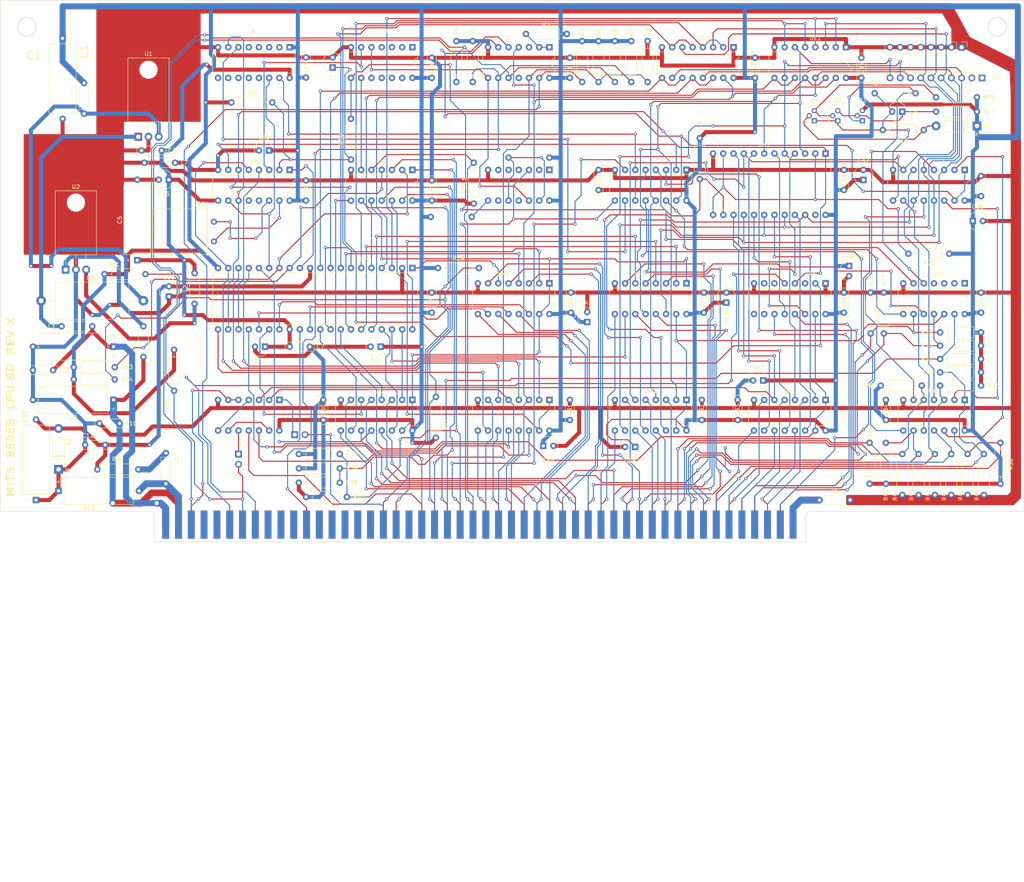
<source format=kicad_pcb>
(kicad_pcb (version 20221018) (generator pcbnew)
  (layers (0 "F.Cu" signal) (31 "B.Cu" signal) (34 "B.Paste" user) (35 "F.Paste" user) (36 "B.SilkS" user "B.Silkscreen") (37 "F.SilkS" user "F.Silkscreen") (38 "B.Mask" user) (39 "F.Mask" user) (44 "Edge.Cuts" user))
  (net 0 "")
  (net 1 "+5V")
  (net 5 "Net-(UJ1-I4)")
  (net 6 "/ϕ1")
  (net 7 "GND")
  (net 12 "/ϕ2")
  (net 13 "Net-(UJ1-I3)")
  (net 14 "+12V")
  (net 15 "C8_OUT")
  (net 16 "Net-(Q2-C)")
  (net 17 "+8V")
  (net 18 "+18V")
  (net 19 "-5V")
  (net 20 "-18V")
  (net 21 "Net-(D1-A)")
  (net 22 "/D3")
  (net 23 "/INT_D3")
  (net 24 "/D2")
  (net 25 "/INT_D2")
  (net 26 "/D0")
  (net 27 "/INT_D0")
  (net 28 "/D1")
  (net 29 "/INT_D1")
  (net 30 "/BUS_PDBIN")
  (net 31 "/D4")
  (net 32 "/INT_D4")
  (net 33 "/D7")
  (net 34 "/INT_D7")
  (net 35 "/D6")
  (net 36 "/INT_D6")
  (net 37 "/D5")
  (net 38 "/INT_D5")
  (net 39 "/RESET")
  (net 40 "/READY")
  (net 41 "SYNC")
  (net 42 "CLK2_TTL")
  (net 43 "/{slash}STSTB")
  (net 44 "L7_GND")
  (net 45 "BUS_PINT")
  (net 46 "/INT")
  (net 47 "BUS_PHOLD")
  (net 48 "/HOLD")
  (net 49 "{slash}PRESET")
  (net 50 "{slash}STADSB")
  (net 52 "ADD_DSBL")
  (net 53 "Net-(UF1-{slash}RESIN)")
  (net 54 "CCDSB")
  (net 55 "Net-(UF1-XTAL2)")
  (net 56 "Net-(UF1-XTAL1)")
  (net 57 "PHASE1")
  (net 58 "Net-(UK1-{slash}CLR)")
  (net 59 "Net-(UK1-DS2)")
  (net 60 "Net-(UH1B-~{Q})")
  (net 61 "Net-(UH1B-~{R})")
  (net 65 "XRDY")
  (net 74 "XRDY2")
  (net 81 "SS")
  (net 82 "DO_DSBL")
  (net 83 "/PHASE2")
  (net 84 "/BUS_PHLDA")
  (net 85 "/BUS_PWAIT")
  (net 86 "/BUS_PINTE")
  (net 87 "/BUS_A5")
  (net 88 "/BUS_A4")
  (net 89 "/BUS_A3")
  (net 90 "/BUS_A15")
  (net 91 "/BUS_A12")
  (net 92 "/BUS_A9")
  (net 93 "/BUS_DO1")
  (net 94 "/BUS_DO0")
  (net 95 "/BUS_A10")
  (net 96 "/BUS_DO4")
  (net 97 "/BUS_DO5")
  (net 98 "/BUS_D06")
  (net 99 "/DI2")
  (net 100 "/DI3")
  (net 101 "/DI7")
  (net 102 "/BUS_SM1")
  (net 103 "/BUS_SOUT")
  (net 104 "/BUS_SINP")
  (net 105 "/BUS_SMEMR")
  (net 106 "/BUS_SHLTA")
  (net 107 "/CLK")
  (net 108 "GRD")
  (net 109 "{slash}SSWDSB")
  (net 112 "/{slash}BUS_STSTB")
  (net 113 "DIG1")
  (net 114 "FRDY")
  (net 124 "MWRT")
  (net 127 "RUN")
  (net 128 "PRDY")
  (net 129 "/BUS_PSYNC")
  (net 130 "{slash}BUS_PWR")
  (net 131 "/BUS_A0")
  (net 132 "/BUS_A1")
  (net 133 "/BUS_A2")
  (net 134 "/BUS_A6")
  (net 135 "/BUS_A7")
  (net 136 "/BUS_A8")
  (net 137 "/BUS_A13")
  (net 138 "/BUS_A14")
  (net 139 "/BUS_A11")
  (net 140 "/BUS_DO2")
  (net 141 "/BUS_DO3")
  (net 142 "/BUS_DO7")
  (net 143 "/DI4")
  (net 144 "/DI5")
  (net 145 "/DI6")
  (net 146 "/DI1")
  (net 147 "/DI0")
  (net 148 "/BUS_SINTA")
  (net 149 "/{slash}BUS_SWO")
  (net 150 "/BUS_SSTACK")
  (net 151 "/{slash}POC")
  (net 152 "Net-(JP1-A)")
  (net 153 "Net-(JP2-A)")
  (net 155 "/SMEMR")
  (net 156 "/SINP")
  (net 157 "/SMI")
  (net 158 "SOUT")
  (net 159 "/SINTA")
  (net 160 "/{slash}SWO")
  (net 161 "/SSTACK")
  (net 162 "/SHLTA")
  (net 163 "Net-(UF1-RDYIN)")
  (net 164 "Net-(U1-OUT)")
  (net 165 "Net-(U2-OUT)")
  (net 166 "Net-(U1-IN)")
  (net 167 "Net-(U2-IN)")
  (net 168 "Net-(L5-Pad2)")
  (net 169 "Net-(UB1-Pad9)")
  (net 174 "Net-(UJ1-OEb)")
  (net 176 "/A10")
  (net 177 "/INTE")
  (net 178 "/DBIN")
  (net 179 "/{slash}WR")
  (net 180 "/HLDA")
  (net 181 "/WAIT")
  (net 182 "/A0")
  (net 183 "/A1")
  (net 184 "/A2")
  (net 185 "/A3")
  (net 187 "/A5")
  (net 188 "/A6")
  (net 189 "/A7")
  (net 190 "/A8")
  (net 191 "/A9")
  (net 192 "/A15")
  (net 193 "/A12")
  (net 194 "/A13")
  (net 195 "/A14")
  (net 196 "/A11")
  (net 197 "/A4")
  (net 198 "Net-(UR1-OEb)")
  (net 201 "Net-(Q1-C)")
  (net 202 "Net-(Q3-E)")
  (net 203 "Net-(R3-Pad2)")
  (net 204 "Net-(UN1-OEa)")
  (net 205 "Net-(UV1-OEa)")
  (net 214 "Net-(UJ1-I2)")
  (net 215 "Net-(UJ1-I6)")
  (net 216 "Net-(UJ1-I5)")
  (net 217 "Net-(UL1-I1)")
  (net 218 "Net-(UL1-I2)")
  (net 219 "Net-(UL1-I3)")
  (net 220 "Net-(UL1-I4)")
  (net 221 "Net-(UL1-I5)")
  (net 222 "Net-(UL1-I6)")
  (net 223 "Net-(UP1-OEb)")
  (net 233 "Net-(UT1-Pad4)")
  (net 234 "Net-(UT1-Pad13)")
  (footprint "Resistor_THT:R_Axial_DIN0207_L6.3mm_D2.5mm_P10.16mm_Horizontal" (layer "F.Cu") (at 94.996 139.446)
    (fp_text reference "R38")
    (fp_text value "2.2K")
  )
  (footprint "Package_TO_SOT_THT:TO-92" (layer "F.Cu") (at 234.95 49.53 90)
    (fp_text reference "Q3")
    (fp_text value "2N4410")
  )
  (footprint "Capacitor_THT:C_Rect_L7.0mm_W2.0mm_P5.00mm" (layer "F.Cu") (at 240.792 123.872 90)
    (fp_text reference "C34")
    (fp_text value "0.1uF 16V")
  )
  (footprint "Capacitor_THT:CP_Radial_Tantal_D4.5mm_P2.50mm" (layer "F.Cu") (at 244.856 47.244 180)
    (fp_text reference "C4")
    (fp_text value "10uF 16V")
  )
  (footprint "Package_DIP:DIP-16_W7.62mm" (layer "F.Cu") (at 260.35 61.722 -90)
    (fp_text reference "UL1" hide)
    (fp_text value "74LS368")
  )
  (footprint "Package_DIP:DIP-14_W7.62mm" (layer "F.Cu") (at 157.226 31.242 -90)
    (fp_text reference "UC1" hide)
    (fp_text value "74LS13")
  )
  (footprint "Resistor_THT:R_Axial_DIN0207_L6.3mm_D2.5mm_P10.16mm_Horizontal" (layer "F.Cu") (at 236.982 92.202 -90)
    (fp_text reference "R26")
    (fp_text value "3.3K")
  )
  (footprint "Resistor_THT:R_Axial_DIN0207_L6.3mm_D2.5mm_P10.16mm_Horizontal" (layer "F.Cu") (at 39.116 110.744)
    (fp_text reference "R23")
    (fp_text value "470")
  )
  (footprint "Capacitor_THT:C_Rect_L7.0mm_W2.0mm_P5.00mm" (layer "F.Cu") (at 203.962 123.872 90)
    (fp_text reference "C33")
    (fp_text value "0.1uF 16V")
  )
  (footprint "Resistor_THT:R_Axial_DIN0207_L6.3mm_D2.5mm_P10.16mm_Horizontal" (layer "F.Cu") (at 194.564 53.848 -90)
    (fp_text reference "R13")
    (fp_text value "2.2K")
  )
  (footprint "Capacitor_THT_Custom:C_Axial_L17.0mm_D6.5mm_P20.00mm_Horizontal" (layer "F.Cu") (at 29.718 143.764 90)
    (fp_text reference "C11")
    (fp_text value "33uF 16V")
  )
  (footprint "Resistor_THT:R_Axial_DIN0207_L6.3mm_D2.5mm_P10.16mm_Horizontal" (layer "F.Cu") (at 264.414 102.108 180)
    (fp_text reference "R29")
    (fp_text value "2.2K")
  )
  (footprint "Inductor_THT:L_Axial_L5.3mm_D2.2mm_P7.62mm_Horizontal_Vishay_IM-1" (layer "F.Cu") (at 69.088 94.996 90)
    (fp_text reference "L2")
    (fp_text value "Ferrite Bead")
  )
  (footprint "Capacitor_THT:C_Rect_L7.0mm_W2.0mm_P5.00mm" (layer "F.Cu") (at 101.092 123.872 90)
    (fp_text reference "C30")
    (fp_text value "0.1uF 16V")
  )
  (footprint "Resistor_THT:R_Axial_DIN0207_L6.3mm_D2.5mm_P10.16mm_Horizontal" (layer "F.Cu") (at 55.118 136.144 180)
    (fp_text reference "R34")
    (fp_text value "620 - 1/2W")
  )
  (footprint "Resistor_THT:R_Axial_DIN0207_L6.3mm_D2.5mm_P10.16mm_Horizontal" (layer "F.Cu") (at 78.232 44.958)
    (fp_text reference "R9")
    (fp_text value "15K")
  )
  (footprint "Capacitor_THT:CP_Radial_Tantal_D4.5mm_P2.50mm" (layer "F.Cu") (at 262.382 74.422)
    (fp_text reference "C38")
    (fp_text value "1uF 35V")
  )
  (footprint "Connector_Custom:Altair_8800_Bus_Card_Edge" (layer "F.Cu") (at 61.92 149.876)
    (fp_text reference "J1" hide)
    (fp_text value "Altair System Bus (S-100)")
  )
  (footprint "Capacitor_THT_Custom:C_Axial_L17.0mm_D6.5mm_P20.00mm_Horizontal" (layer "F.Cu") (at 54.864 84.168 90)
    (fp_text reference "C5")
    (fp_text value "33uF 16V")
  )
  (footprint "Package_DIP:DIP-14_W7.62mm" (layer "F.Cu") (at 260.35 89.916 -90)
    (fp_text reference "US1")
    (fp_text value "74LS14")
  )
  (footprint "Capacitor_THT:CP_Radial_Tantal_D4.5mm_P2.50mm" (layer "F.Cu") (at 235.204 64.222 90)
    (fp_text reference "C37")
    (fp_text value "1uF 35V")
  )
  (footprint "Resistor_THT:R_Axial_DIN0207_L6.3mm_D2.5mm_P10.16mm_Horizontal" (layer "F.Cu") (at 244.856 142.494 90)
    (fp_text reference "R44")
    (fp_text value "3.3K")
  )
  (footprint "Resistor_THT:R_Axial_DIN0207_L6.3mm_D2.5mm_P10.16mm_Horizontal" (layer "F.Cu") (at 250.19 51.816 180)
    (fp_text reference "R15")
    (fp_text value "100")
  )
  (footprint "Resistor_THT:R_Axial_DIN0207_L6.3mm_D2.5mm_P10.16mm_Horizontal" (layer "F.Cu") (at 46.736 87.63)
    (fp_text reference "R21")
    (fp_text value "470")
  )
  (footprint "Capacitor_THT:CP_Radial_Tantal_D4.5mm_P2.50mm" (layer "F.Cu") (at 115.316 105.664 180)
    (fp_text reference "C41")
    (fp_text value "1uF 35V")
  )
  (footprint "Capacitor_THT:CP_Radial_Tantal_D4.5mm_P2.50mm" (layer "F.Cu") (at 231.648 85.598 -90)
    (fp_text reference "C44")
    (fp_text value "1uF 35V")
  )
  (footprint "Inductor_THT:L_Axial_L5.3mm_D2.2mm_P7.62mm_Horizontal_Vishay_IM-1" (layer "F.Cu") (at 43.688 100.584 180)
    (fp_text reference "L3")
    (fp_text value "Ferrite Bead")
  )
  (footprint "Resistor_THT:R_Axial_DIN0207_L6.3mm_D2.5mm_P10.16mm_Horizontal" (layer "F.Cu") (at 129.032 128.27 90)
    (fp_text reference "R41")
    (fp_text value "2.2K")
  )
  (footprint "Package_TO_SOT_THT:TO-92" (layer "F.Cu") (at 223.012 49.53 90)
    (fp_text reference "Q1")
    (fp_text value "2N4410")
  )
  (footprint "Inductor_THT:L_Axial_L5.3mm_D2.2mm_P7.62mm_Horizontal_Vishay_IM-1" (layer "F.Cu") (at 41.656 47.752 90)
    (fp_text reference "L1")
    (fp_text value "Ferrite Bead")
  )
  (footprint "Resistor_THT:R_Axial_DIN0207_L6.3mm_D2.5mm_P10.16mm_Horizontal" (layer "F.Cu") (at 240.778 139.7 90)
    (fp_text reference "R43")
    (fp_text value "2.2K")
  )
  (footprint "Capacitor_THT:C_Rect_L7.0mm_W2.0mm_P5.00mm" (layer "F.Cu") (at 46.91 130.048 180)
    (fp_text reference "C12")
    (fp_text value "0.1uF 16V")
  )
  (footprint "Capacitor_THT:C_Rect_L7.0mm_W2.0mm_P5.00mm" (layer "F.Cu") (at 128.016 97.202 90)
    (fp_text reference "C25")
    (fp_text value "0.1uF 16V")
  )
  (footprint "Resistor_THT:R_Axial_DIN0207_L6.3mm_D2.5mm_P10.16mm_Horizontal" (layer "F.Cu") (at 138.176 29.718 -90)
    (fp_text reference "R2")
    (fp_text value "3.3K")
  )
  (footprint "Package_DIP:DIP-14_W7.62mm" (layer "F.Cu") (at 157.226 61.722 -90)
    (fp_text reference "UH1" hide)
    (fp_text value "74LS74")
  )
  (footprint "Inductor_THT:L_Axial_L5.3mm_D2.2mm_P7.62mm_Horizontal_Vishay_IM-1" (layer "F.Cu") (at 56.388 108.204 90)
    (fp_text reference "L4")
    (fp_text value "Ferrite Bead")
  )
  (footprint "Resistor_THT:R_Axial_DIN0207_L6.3mm_D2.5mm_P10.16mm_Horizontal" (layer "F.Cu") (at 256.54 82.55 180)
    (fp_text reference "R20")
    (fp_text value "2.2K")
  )
  (footprint "Resistor_THT:R_Axial_DIN0207_L6.3mm_D2.5mm_P10.16mm_Horizontal" (layer "F.Cu") (at 173.482 29.718 -90)
    (fp_text reference "R6")
    (fp_text value "2.2K")
  )
  (footprint "Resistor_THT:R_Axial_DIN0207_L6.3mm_D2.5mm_P10.16mm_Horizontal" (layer "F.Cu") (at 129.54 86.106)
    (fp_text reference "R19")
    (fp_text value "2.2K")
  )
  (footprint "Resistor_THT:R_Axial_DIN0918_L18.0mm_D9.0mm_P25.40mm_Horizontal" (layer "F.Cu") (at 30.988 94.234)
    (fp_text reference "R22")
    (fp_text value "10 - 2W")
  )
  (footprint "Package_DIP:DIP-16_W7.62mm" (layer "F.Cu") (at 123.19 118.872 -90)
    (fp_text reference "UU1")
    (fp_text value "74LS367")
  )
  (footprint "Resistor_THT:R_Axial_DIN0207_L6.3mm_D2.5mm_P10.16mm_Horizontal" (layer "F.Cu") (at 265.12 142.494 90)
    (fp_text reference "R49")
    (fp_text value "3.3K")
  )
  (footprint "Capacitor_THT:CP_Radial_Tantal_D4.5mm_P2.50mm" (layer "F.Cu") (at 201.168 94.702 90)
    (fp_text reference "C43")
    (fp_text value "1uF 35V")
  )
  (footprint "Resistor_THT:R_Axial_DIN0207_L6.3mm_D2.5mm_P10.16mm_Horizontal" (layer "F.Cu") (at 257.02 142.494 90)
    (fp_text reference "R47")
    (fp_text value "3.3K")
  )
  (footprint "Capacitor_THT_Custom:C_Axial_L17.0mm_D6.5mm_P20.00mm_Horizontal" (layer "F.Cu") (at 48.956 118.872 180)
    (fp_text reference "C9")
    (fp_text value "10uF 25V")
  )
  (footprint "Resistor_THT:R_Axial_DIN0207_L6.3mm_D2.5mm_P10.16mm_Horizontal" (layer "F.Cu") (at 134.112 29.718 -90)
    (fp_text reference "R1")
    (fp_text value "3.3K")
  )
  (footprint "Package_DIP:DIP-14_W7.62mm" (layer "F.Cu") (at 123.19 31.242 -90)
    (fp_text reference "UB1" hide)
    (fp_text value "74LS04")
  )
  (footprint "Resistor_THT:R_Axial_DIN0207_L6.3mm_D2.5mm_P10.16mm_Horizontal" (layer "F.Cu") (at 264.414 108.712 180)
    (fp_text reference "R31")
    (fp_text value "2.2K")
  )
  (footprint "Resistor_THT:R_Axial_DIN0207_L6.3mm_D2.5mm_P10.16mm_Horizontal" (layer "F.Cu") (at 240.27 92.202 -90)
    (fp_text reference "R27")
    (fp_text value "3.3K")
  )
  (footprint "Capacitor_THT:C_Rect_L7.0mm_W2.0mm_P5.00mm" (layer "F.Cu") (at 96.774 38.782 90)
    (fp_text reference "C15")
    (fp_text value "0.1uF 16V")
  )
  (footprint "Package_DIP:DIP-16_W7.62mm" (layer "F.Cu") (at 92.71 61.722 -90)
    (fp_text reference "UF1")
    (fp_text value "8224")
  )
  (footprint "Resistor_THT:R_Axial_DIN0207_L6.3mm_D2.5mm_P10.16mm_Horizontal" (layer "F.Cu") (at 252.97 142.494 90)
    (fp_text reference "R46")
    (fp_text value "3.3K")
  )
  (footprint "Resistor_THT:R_Axial_DIN0207_L6.3mm_D2.5mm_P10.16mm_Horizontal" (layer "F.Cu") (at 263.398 47.244 180)
    (fp_text reference "R17")
    (fp_text value "10K")
  )
  (footprint "Capacitor_THT:C_Rect_L7.0mm_W2.0mm_P5.00mm" (layer "F.Cu") (at 128.016 69.342 90)
    (fp_text reference "C21")
    (fp_text value "0.1uF 16V")
  )
  (footprint "Package_DIP:DIP-16_W7.62mm" (layer "F.Cu") (at 157.226 118.872 -90)
    (fp_text reference "UV1")
    (fp_text value "74LS367")
  )
  (footprint "Resistor_THT:R_Axial_DIN0207_L6.3mm_D2.5mm_P10.16mm_Horizontal" (layer "F.Cu") (at 96.774 143.002)
    (fp_text reference "R40")
    (fp_text value "2.2K")
  )
  (footprint "Resistor_THT:R_Axial_DIN0207_L6.3mm_D2.5mm_P10.16mm_Horizontal" (layer "F.Cu") (at 269.24 139.7 90)
    (fp_text reference "R50")
    (fp_text value "2.2K")
  )
  (footprint "Resistor_THT:R_Axial_DIN0207_L6.3mm_D2.5mm_P10.16mm_Horizontal" (layer "F.Cu") (at 39.116 113.792)
    (fp_text reference "R24")
    (fp_text value "2.2K")
  )
  (footprint "Capacitor_THT:CP_Radial_Tantal_D4.5mm_P2.50mm" (layer "F.Cu") (at 62.698 64.168 180)
    (fp_text reference "C35")
    (fp_text value "1uF 35V")
  )
  (footprint "Package_DIP:DIP-16_W7.62mm" (layer "F.Cu") (at 157.226 89.916 -90)
    (fp_text reference "UN1")
    (fp_text value "74LS367")
  )
  (footprint "Capacitor_THT_Custom:C_Axial_L17.0mm_D6.5mm_P20.00mm_Horizontal" (layer "F.Cu") (at 35.306 141.478)
    (fp_text reference "C13")
    (fp_text value "10uF 25V")
  )
  (footprint "Capacitor_THT:CP_Radial_Tantal_D4.5mm_P2.50mm" (layer "F.Cu") (at 62.738 93.176856 90)
    (fp_text reference "C39")
    (fp_text value "1uF 35V")
  )
  (footprint "Package_DIP:DIP-16_W7.62mm" (layer "F.Cu") (at 92.71 31.242 -90)
    (fp_text reference "UA1" hide)
    (fp_text value "4009")
  )
  (footprint "Resistor_THT:R_Axial_DIN0207_L6.3mm_D2.5mm_P10.16mm_Horizontal" (layer "F.Cu") (at 169.418 29.718 -90)
    (fp_text reference "R5")
    (fp_text value "2.2K")
  )
  (footprint "Package_DIP:DIP-14_W7.62mm" (layer "F.Cu") (at 90.17 118.872 -90)
    (fp_text reference "UT1" hide)
    (fp_text value "7402")
  )
  (footprint "Capacitor_THT:C_Rect_L7.0mm_W2.0mm_P5.00mm" (layer "F.Cu") (at 162.306 123.872 90)
    (fp_text reference "C31")
    (fp_text value "0.1uF 16V")
  )
  (footprint "Package_TO_SOT_THT:TO-92" (layer "F.Cu") (at 228.854 49.53 90)
    (fp_text reference "Q2")
    (fp_text value "2N4410")
  )
  (footprint "Resistor_THT:R_Axial_DIN0207_L6.3mm_D2.5mm_P10.16mm_Horizontal" (layer "F.Cu") (at 236.728 139.7 90)
    (fp_text reference "R42")
    (fp_text value "2.2K")
  )
  (footprint "Package_DIP:DIP-16_W7.62mm" (layer "F.Cu") (at 191.262 61.722 -90)
    (fp_text reference "UJ1")
    (fp_text value "74LS368")
  )
  (footprint "Connector_PinHeader_2.54mm:PinHeader_1x02_P2.54mm_Vertical" (layer "F.Cu") (at 93.98 127.508 90)
    (fp_text reference "JP1" hide)
    (fp_text value "Unknown Jumper")
  )
  (footprint "Resistor_THT:R_Axial_DIN0207_L6.3mm_D2.5mm_P10.16mm_Horizontal" (layer "F.Cu") (at 94.996 135.89)
    (fp_text reference "R39")
    (fp_text value "3.3K")
  )
  (footprint "Resistor_THT:R_Axial_DIN0207_L6.3mm_D2.5mm_P10.16mm_Horizontal" (layer "F.Cu") (at 264.414 112.014 180)
    (fp_text reference "R32")
    (fp_text value "2.2K")
  )
  (footprint "Capacitor_THT:CP_Radial_Tantal_D4.5mm_P2.50mm" (layer "F.Cu") (at 86.614 105.664 180)
    (fp_text reference "C40")
    (fp_text value "1uF 35V")
  )
  (footprint "Capacitor_THT:CP_Radial_Tantal_D4.5mm_P2.50mm" (layer "F.Cu") (at 166.624 99.526856 90)
    (fp_text reference "C42")
    (fp_text value "1uF 35V")
  )
  (footprint "Package_DIP:DIP-24_W15.24mm" (layer "F.Cu") (at 225.806 57.658 -90)
    (fp_text reference "UK1")
    (fp_text value "8212")
  )
  (footprint "Package_DIP:DIP-16_W7.62mm" (layer "F.Cu") (at 225.806 89.916 -90)
    (fp_text reference "UR1")
    (fp_text value "74LS367")
  )
  (footprint "Capacitor_THT:C_Rect_L7.0mm_W2.0mm_P5.00mm" (layer "F.Cu") (at 264.414 97.202 90)
    (fp_text reference "C29")
    (fp_text value "0.1uF 16V")
  )
  (footprint "Resistor_THT:R_Axial_DIN0207_L6.3mm_D2.5mm_P10.16mm_Horizontal" (layer "F.Cu") (at 248.92 142.494 90)
    (fp_text reference "R45")
    (fp_text value "3.3K")
  )
  (footprint "Package_DIP:DIP-16_W7.62mm" (layer "F.Cu") (at 191.262 118.872 -90)
    (fp_text reference "UW1")
    (fp_text value "74LS367")
  )
  (footprint "Connector_PinHeader_2.54mm:PinHeader_1x10_P2.54mm_Vertical" (layer "F.Cu") (at 264.668 38.862 -90)
    (fp_text reference "P3")
    (fp_text value "Interface")
  )
  (footprint "Resistor_THT:R_Axial_DIN0207_L6.3mm_D2.5mm_P10.16mm_Horizontal" (layer "F.Cu") (at 127.762 73.406)
    (fp_text reference "R98" hide)
    (fp_text value "2.2K")
  )
  (footprint "Capacitor_THT:C_Rect_L7.0mm_W2.0mm_P5.00mm" (layer "F.Cu") (at 162.56 97.202 90)
    (fp_text reference "C26")
    (fp_text value "0.1uF 16V")
  )
  (footprint "Package_TO_SOT_THT:TO-220-3_Horizontal_TabDown" (layer "F.Cu") (at 55.118 53.49)
    (fp_text reference "U1")
    (fp_text value "L7805")
  )
  (footprint "Package_DIP:DIP-16_W7.62mm" (layer "F.Cu") (at 202.946 31.242 -90)
    (fp_text reference "UD1")
    (fp_text value "8216")
  )
  (footprint "Capacitor_THT:C_Rect_L7.0mm_W2.0mm_P5.00mm" (layer "F.Cu") (at 195.58 97.202 90)
    (fp_text reference "C27")
    (fp_text value "0.1uF 16V")
  )
  (footprint "Capacitor_THT:C_Rect_L7.0mm_W2.0mm_P5.00mm" (layer "F.Cu") (at 208.28 38.862 90)
    (fp_text reference "C18")
    (fp_text value "0.1uF 16V")
  )
  (footprint "Capacitor_THT:CP_Radial_Tantal_D4.5mm_P2.50mm" (layer "F.Cu") (at 210.312 114.046 180)
    (fp_text reference "C47")
    (fp_text value "1uF 35V")
  )
  (footprint "Package_DIP:DIP-16_W7.62mm" (layer "F.Cu") (at 225.806 118.882 -90)
    (fp_text reference "UX1")
    (fp_text value "74LS367")
  )
  (footprint "Capacitor_THT:C_Rect_L7.0mm_W2.0mm_P5.00mm" (layer "F.Cu") (at 264.414 68.246 90)
    (fp_text reference "C24")
    (fp_text value "0.1uF 16V")
  )
  (footprint "Resistor_THT:R_Axial_DIN0207_L6.3mm_D2.5mm_P10.16mm_Horizontal" (layer "F.Cu") (at 107.95 59.182 90)
    (fp_text reference "R10")
    (fp_text value "330")
  )
  (footprint "Capacitor_THT:C_Rect_L7.0mm_W2.0mm_P5.00mm" (layer "F.Cu") (at 234.696 38.862 90)
    (fp_text reference "C19")
    (fp_text value "0.1uF 16V")
  )
  (footprint "Resistor_THT:R_Axial_DIN0207_L6.3mm_D2.5mm_P10.16mm_Horizontal" (layer "F.Cu") (at 261.07 142.494 90)
    (fp_text reference "R48")
    (fp_text value "3.3K")
  )
  (footprint "Resistor_THT:R_Axial_DIN0207_L6.3mm_D2.5mm_P10.16mm_Horizontal" (layer "F.Cu") (at 181.61 29.718 -90)
    (fp_text reference "R8")
    (fp_text value "3.3K")
  )
  (footprint "Capacitor_THT:CP_Radial_Tantal_D4.5mm_P2.50mm" (layer "F.Cu") (at 87.59 56.896 180)
    (fp_text reference "C36")
    (fp_text value "1uF 35V")
  )
  (footprint "Capacitor_THT_Custom:C_Axial_L17.0mm_D6.5mm_P20.00mm_Horizontal" (layer "F.Cu") (at 48.956 105.664 180)
    (fp_text reference "C6")
    (fp_text value "33uF 16V")
  )
  (footprint "Capacitor_THT:C_Rect_L7.0mm_W2.0mm_P5.00mm" (layer "F.Cu") (at 92.71 105.664)
    (fp_text reference "C7")
    (fp_text value "0.1uF 50V")
  )
  (footprint "Capacitor_THT:C_Rect_L7.0mm_W2.0mm_P5.00mm" (layer "F.Cu") (at 195.072 123.872 90)
    (fp_text reference "C32")
    (fp_text value "0.1uF 16V")
  )
  (footprint "Capacitor_THT_Custom:C_Axial_L17.0mm_D6.5mm_P20.00mm_Horizontal" (layer "F.Cu") (at 36.322 29.022 -90)
    (fp_text reference "C1")
    (fp_text value "33uF 16V")
  )
  (footprint "Crystal:Crystal_HC49-U_Horizontal" (layer "F.Cu") (at 73.914 74.602 -90)
    (fp_text reference "OSC1")
    (fp_text value "Crystal")
  )
  (footprint "Diode_THT:D_DO-41_SOD81_P10.16mm_Horizontal" (layer "F.Cu") (at 35.306 136.144 90)
    (fp_text reference "D2")
    (fp_text value "1N4733")
  )
  (footprint "Resistor_THT:R_Axial_DIN0207_L6.3mm_D2.5mm_P10.16mm_Horizontal" (layer "F.Cu") (at 157.226 58.674 180)
    (fp_text reference "R99" hide)
    (fp_text value "1K")
  )
  (footprint "Resistor_THT:R_Axial_DIN0207_L6.3mm_D2.5mm_P10.16mm_Horizontal" (layer "F.Cu") (at 239.522 115.316)
    (fp_text reference "R28")
    (fp_text value "2.2K")
  )
  (footprint "Resistor_THT:R_Axial_DIN0207_L6.3mm_D2.5mm_P10.16mm_Horizontal" (layer "F.Cu") (at 165.354 29.718 -90)
    (fp_text reference "R4")
    (fp_text value "2.2K")
  )
  (footprint "Package_DIP:DIP-16_W7.62mm" (layer "F.Cu") (at 230.886 31.242 -90)
    (fp_text reference "UE1")
    (fp_text value "8216")
  )
  (footprint "Package_DIP:DIP-14_W7.62mm" (layer "F.Cu") (at 123.19 61.722 -90)
    (fp_text reference "UG1")
    (fp_text value "74LS04")
  )
  (footprint "Resistor_THT:R_Axial_DIN0207_L6.3mm_D2.5mm_P10.16mm_Horizontal" (layer "F.Cu") (at 248.158 42.672 180)
    (fp_text reference "R14")
    (fp_text value "2.2K")
  )
  (footprint "Resistor_THT:R_Axial_DIN0207_L6.3mm_D2.5mm_P10.16mm_Horizontal" (layer "F.Cu") (at 264.414 115.316 180)
    (fp_text reference "R33")
    (fp_text value "2.2K")
  )
  (footprint "Inductor_THT:L_Axial_L5.3mm_D2.2mm_P7.62mm_Horizontal_Vishay_IM-1" (layer "F.Cu") (at 224.282 143.764)
    (fp_text reference "L6")
    (fp_text value "Ferrite Bead")
  )
  (footprint "Package_DIP:DIP-16_W7.62mm" (layer "F.Cu") (at 191.262 89.916 -90)
    (fp_text reference "UP1")
    (fp_text value "74LS367")
  )
  (footprint "Resistor_THT:R_Axial_DIN0207_L6.3mm_D2.5mm_P10.16mm_Horizontal" (layer "F.Cu") (at 94.996 132.334)
    (fp_text reference "R37")
    (fp_text value "3.3K")
  )
  (footprint "Capacitor_THT:C_Rect_L7.0mm_W2.0mm_P5.00mm" (layer "F.Cu") (at 169.418 66.722 90)
    (fp_text reference "C22")
    (fp_text value "0.1uF 16V")
  )
  (footprint "Package_DIP:DIP-14_W7.62mm" (layer "F.Cu") (at 260.35 118.872 -90)
    (fp_text reference "UY1")
    (fp_text value "74LS14")
  )
  (footprint "Capacitor_THT:C_Rect_L7.0mm_W2.0mm_P5.00mm" (layer "F.Cu") (at 230.378 66.722 90)
    (fp_text reference "C23")
    (fp_text value "0.1uF 16V")
  )
  (footprint "Capacitor_THT:C_Rect_L7.0mm_W2.0mm_P5.00mm" (layer "F.Cu") (at 50.466 124.714 180)
    (fp_text reference "C10")
    (fp_text value "0.1uF 50V")
  )
  (footprint "Capacitor_THT:C_Rect_L7.0mm_W2.0mm_P5.00mm" (layer "F.Cu") (at 33.956 111.506 180)
    (fp_text reference "C8")
    (fp_text value "0.1uF 16V")
  )
  (footprint "Diode_THT:D_DO-41_SOD81_P10.16mm_Horizontal" (layer "F.Cu") (at 263.398 50.8 180)
    (fp_text reference "D1")
    (fp_text value "1N4730")
  )
  (footprint "Inductor_THT:L_Axial_L5.3mm_D2.2mm_P7.62mm_Horizontal_Vishay_IM-1" (layer "F.Cu") (at 56.642 59.944)
    (fp_text reference "L7")
    (fp_text value "Ferrite Bead")
  )
  (footprint "Capacitor_THT:C_Rect_L7.0mm_W2.0mm_P5.00mm" (layer "F.Cu") (at 162.306 38.862 90)
    (fp_text reference "C17")
    (fp_text value "0.1uF 16V")
  )
  (footprint "Connector_PinHeader_2.54mm:PinHeader_1x08_P2.54mm_Vertical" (layer "F.Cu") (at 259.588 31.242 -90)
    (fp_text reference "J2" hide)
    (fp_text value "Interface Pull-Down")
  )
  (footprint "Inductor_THT:L_Axial_L5.3mm_D2.2mm_P7.62mm_Horizontal_Vishay_IM-1" (layer "F.Cu") (at 61.976 139.7 90)
    (fp_text reference "L5")
    (fp_text value "Ferrite Bead")
  )
  (footprint "Resistor_THT:R_Axial_DIN0207_L6.3mm_D2.5mm_P10.16mm_Horizontal" (layer "F.Cu") (at 64.008 106.426 -90)
    (fp_text reference "R25")
    (fp_text value "2.2K")
  )
  (footprint "Capacitor_THT:CP_Radial_Tantal_D4.5mm_P2.50mm" (layer "F.Cu") (at 103.378 36.282 90)
    (fp_text reference "C2")
    (fp_text value "22uF 16V")
  )
  (footprint "Capacitor_THT:C_Rect_L7.0mm_W2.0mm_P5.00mm" (layer "F.Cu") (at 60.92 56.896 180)
    (fp_text reference "C3")
    (fp_text value "0.1uF 50V")
  )
  (footprint "Resistor_THT:R_Axial_DIN0207_L6.3mm_D2.5mm_P10.16mm_Horizontal" (layer "F.Cu") (at 264.414 105.41 180)
    (fp_text reference "R30")
    (fp_text value "2.2K")
  )
  (footprint "Capacitor_THT:CP_Radial_Tantal_D4.5mm_P2.50mm" (layer "F.Cu") (at 178.520856 130.556 180)
    (fp_text reference "C46")
    (fp_text value "1uF 35V")
  )
  (footprint "Capacitor_THT:C_Rect_L7.0mm_W2.0mm_P5.00mm" (layer "F.Cu") (at 96.774 69.342 90)
    (fp_text reference "C20")
    (fp_text value "0.1uF 16V")
  )
  (footprint "Package_TO_SOT_THT:TO-220-3_Horizontal_TabDown" (layer "F.Cu") (at 37.084 86.51)
    (fp_text reference "U2")
    (fp_text value "L7812")
  )
  (footprint "Package_DIP:DIP-40_W15.24mm" (layer "F.Cu") (at 123.19 86.106 -90)
    (fp_text reference "UM1")
    (fp_text value "8080A")
  )
  (footprint "Resistor_THT:R_Axial_DIN0207_L6.3mm_D2.5mm_P10.16mm_Horizontal" (layer "F.Cu") (at 177.546 29.718 -90)
    (fp_text reference "R7")
    (fp_text value "2.2K")
  )
  (footprint "Connector_PinHeader_2.54mm:PinHeader_1x02_P2.54mm_Vertical" (layer "F.Cu") (at 80.01 132.334)
    (fp_text reference "JP2" hide)
    (fp_text value "Unknown Jumper")
  )
  (footprint "Capacitor_THT:CP_Radial_Tantal_D4.5mm_P2.50mm" (layer "F.Cu") (at 155.702 130.302)
    (fp_text reference "C45")
    (fp_text value "1uF 35V")
  )
  (footprint "Resistor_THT:R_Axial_DIN0207_L6.3mm_D2.5mm_P10.16mm_Horizontal" (layer "F.Cu") (at 138.43 70.104 90)
    (fp_text reference "R11")
    (fp_text value "2.2K")
  )
  (footprint "Resistor_THT:R_Axial_DIN0207_L6.3mm_D2.5mm_P10.16mm_Horizontal" (layer "F.Cu") (at 161.544 27.94 180)
    (fp_text reference "R3")
    (fp_text value "2.2K")
  )
  (footprint "Capacitor_THT:C_Rect_L7.0mm_W2.0mm_P5.00mm" (layer "F.Cu") (at 230.378 97.202 90)
    (fp_text reference "C28")
    (fp_text value "0.1uF 16V")
  )
  (footprint "Resistor_THT:R_Axial_DIN0207_L6.3mm_D2.5mm_P10.16mm_Horizontal" (layer "F.Cu") (at 263.398 43.688 180)
    (fp_text reference "R16")
    (fp_text value "1K")
  )
  (footprint "Capacitor_THT:C_Rect_L7.0mm_W2.0mm_P5.00mm" (layer "F.Cu") (at 128.016 38.862 90)
    (fp_text reference "C16")
    (fp_text value "0.1uF 16V")
  )
  (gr_circle (center 27.432 26.162) (end 29.732068 26.162) (stroke (width 0.15)) (fill none) (layer "Edge.Cuts"))
  (gr_arc (start 57.912 146.558) (mid 58.736487 146.899513) (end 59.078 147.724) (stroke (width 0.1)) (layer "Edge.Cuts"))
  (gr_line (start 59.078 154.178) (end 220.878 154.178) (stroke (width 0.1)) (layer "Edge.Cuts"))
  (gr_arc (start 220.877998 147.723998) (mid 221.219512 146.899512) (end 222.043998 146.557998) (stroke (width 0.1)) (layer "Edge.Cuts"))
  (gr_line (start 20.828 19.558) (end 275.048 19.558) (stroke (width 0.1)) (layer "Edge.Cuts"))
  (gr_line (start 20.828 146.558) (end 57.912 146.558) (stroke (width 0.1)) (layer "Edge.Cuts"))
  (gr_line (start 222.043998 146.557998) (end 275.048 146.558) (stroke (width 0.1)) (layer "Edge.Cuts"))
  (gr_line (start 20.828 19.558) (end 20.828 146.558) (stroke (width 0.1)) (layer "Edge.Cuts"))
  (gr_line (start 275.048 19.558) (end 275.048 146.558) (stroke (width 0.1)) (layer "Edge.Cuts"))
  (gr_circle (center 268.478 26.162) (end 270.778068 26.162) (stroke (width 0.15)) (fill none) (layer "Edge.Cuts"))
  (gr_line (start 59.078 147.724) (end 59.078 154.178) (stroke (width 0.1)) (layer "Edge.Cuts"))
  (gr_line (start 220.877998 147.723998) (end 220.878 154.178) (stroke (width 0.1)) (layer "Edge.Cuts"))
  (gr_text "C" (at 146.558 29.464) (layer "F.SilkS") (effects (font (size 1 1)) (justify left bottom)))
  (gr_text "L" (at 254.762 60.198) (layer "F.SilkS") (effects (font (size 1 1)) (justify left bottom)))
  (gr_text "A" (at 83.058 27.94) (layer "F.SilkS") (effects (font (size 1 1)) (justify left bottom)))
  (gr_text "MITS  8808B  CPU BD  REV X" (at 24.638 143.002 90) (layer "F.SilkS") (effects (font (size 2 2) (thickness 0.3) bold) (justify left bottom)))
  (gr_text "B" (at 116.078 27.94) (layer "F.SilkS") (effects (font (size 1 1)) (justify left bottom)))
  (segment (start 71.882 44.958) (end 78.232 44.958) (width 1) (layer "F.Cu") (net 1))
  (segment (start 39.116 113.792) (end 39.116 117.348) (width 1) (layer "F.Cu") (net 1))
  (segment (start 191.262 66.722) (end 169.418 66.722) (width 1) (layer "F.Cu") (net 1))
  (segment (start 176.742856 128.778) (end 172.72 128.778) (width 0.25) (layer "F.Cu") (net 1))
  (segment (start 230.886 38.862) (end 234.696 38.862) (width 1) (layer "F.Cu") (net 1))
  (segment (start 43.942 122.174) (end 53.34 122.174) (width 1) (layer "F.Cu") (net 1))
  (segment (start 260.35 123.872) (end 260.35 126.492) (width 1) (layer "F.Cu") (net 1))
  (segment (start 53.594 81.788) (end 70.612 81.788) (width 1) (layer "F.Cu") (net 1))
  (segment (start 195.58 97.202) (end 198.08 94.702) (width 1) (layer "F.Cu") (net 1))
  (segment (start 101.092 123.872) (end 90.17 123.872) (width 1) (layer "F.Cu") (net 1))
  (segment (start 94.996 141.224) (end 94.996 139.446) (width 1) (layer "F.Cu") (net 1))
  (segment (start 236.474 45.466) (end 261.62 45.466) (width 1) (layer "F.Cu") (net 1))
  (segment (start 51.562 87.63) (end 52.578 86.614) (width 1) (layer "F.Cu") (net 1))
  (segment (start 123.19 123.872) (end 101.092 123.872) (width 1) (layer "F.Cu") (net 1))
  (segment (start 208.28 52.324) (end 196.088 52.324) (width 1) (layer "F.Cu") (net 1))
  (segment (start 53.34 122.174) (end 64.008 111.506) (width 1) (layer "F.Cu") (net 1))
  (segment (start 232.878 64.222) (end 235.204 64.222) (width 1) (layer "F.Cu") (net 1))
  (segment (start 228.346 114.046) (end 210.312 114.046) (width 1) (layer "F.Cu") (net 1))
  (segment (start 70.612 81.788) (end 74.93 86.106) (width 1) (layer "F.Cu") (net 1))
  (segment (start 188.468 123.698) (end 191.262 126.492) (width 0.25) (layer "F.Cu") (net 1))
  (segment (start 125.476 105.664) (end 115.316 105.664) (width 1) (layer "F.Cu") (net 1))
  (segment (start 94.742 56.896) (end 87.59 56.896) (width 1) (layer "F.Cu") (net 1))
  (segment (start 96.774 143.002) (end 94.996 141.224) (width 1) (layer "F.Cu") (net 1))
  (segment (start 39.116 117.348) (end 43.942 122.174) (width 1) (layer "F.Cu") (net 1))
  (segment (start 90.17 123.872) (end 90.17 126.492) (width 1) (layer "F.Cu") (net 1))
  (segment (start 269.24 139.7) (end 236.728 139.7) (width 1) (layer "F.Cu") (net 1))
  (segment (start 128.016 69.342) (end 136.144 69.342) (width 1) (layer "F.Cu") (net 1))
  (segment (start 230.378 66.722) (end 232.878 64.222) (width 1) (layer "F.Cu") (net 1))
  (segment (start 136.144 69.342) (end 136.906 70.104) (width 1) (layer "F.Cu") (net 1))
  (segment (start 225.806 126.502) (end 223.176 123.872) (width 1) (layer "F.Cu") (net 1))
  (segment (start 64.008 111.506) (end 64.008 106.426) (width 1) (layer "F.Cu") (net 1))
  (segment (start 178.520856 130.556) (end 176.742856 128.778) (width 0.25) (layer "F.Cu") (net 1))
  (segment (start 171.45 127.508) (end 171.45 124.968) (width 0.25) (layer "F.Cu") (net 1))
  (segment (start 127.762 129.54) (end 129.032 128.27) (width 1) (layer "F.Cu") (net 1))
  (segment (start 198.08 94.702) (end 201.168 94.702) (width 1) (layer "F.Cu") (net 1))
  (segment (start 52.578 86.614) (end 52.578 82.804) (width 1) (layer "F.Cu") (net 1))
  (segment (start 46.736 87.63) (end 51.562 87.63) (width 1) (layer "F.Cu") (net 1))
  (segment (start 52.578 82.804) (end 53.594 81.788) (width 1) (layer "F.Cu") (net 1))
  (segment (start 171.45 124.968) (end 172.72 123.698) (width 0.25) (layer "F.Cu") (net 1))
  (segment (start 191.262 69.342) (end 191.262 66.722) (width 1) (layer "F.Cu") (net 1))
  (segment (start 172.72 128.778) (end 171.45 127.508) (width 0.25) (layer "F.Cu") (net 1))
  (segment (start 196.088 52.324) (end 194.564 53.848) (width 1) (layer "F.Cu") (net 1))
  (segment (start 264.414 102.108) (end 264.414 115.316) (width 1) (layer "F.Cu") (net 1))
  (segment (start 172.72 123.698) (end 188.468 123.698) (width 0.25) (layer "F.Cu") (net 1))
  (segment (start 234.95 46.99) (end 236.474 45.466) (width 1) (layer "F.Cu") (net 1))
  (segment (start 202.946 38.862) (end 208.28 38.862) (width 1) (layer "F.Cu") (net 1))
  (segment (start 223.176 123.872) (end 203.962 123.872) (width 1) (layer "F.Cu") (net 1))
  (segment (start 203.962 123.872) (end 195.072 123.872) (width 1) (layer "F.Cu") (net 1))
  (segment (start 240.792 123.872) (end 260.35 123.872) (width 1) (layer "F.Cu") (net 1))
  (segment (start 123.19 126.492) (end 123.19 123.872) (width 1) (layer "F.Cu") (net 1))
  (segment (start 123.19 129.54) (end 127.762 129.54) (width 1) (layer "F.Cu") (net 1))
  (segment (start 136.906 70.104) (end 138.43 70.104) (width 1) (layer "F.Cu") (net 1))
  (segment (start 261.62 45.466) (end 263.398 47.244) (width 1) (layer "F.Cu") (net 1))
  (via (at 208.28 52.324) (size 1) (drill 0.5) (layers "F.Cu" "B.Cu") (net 1))
  (via (at 125.476 105.664) (size 1) (drill 0.5) (layers "F.Cu" "B.Cu") (net 1))
  (via (at 94.742 56.896) (size 1) (drill 0.5) (layers "F.Cu" "B.Cu") (net 1))
  (via (at 71.882 44.958) (size 1) (drill 0.5) (layers "F.Cu" "B.Cu") (net 1))
  (via (at 228.346 114.046) (size 1) (drill 0.5) (layers "F.Cu" "B.Cu") (net 1))
  (via (at 123.19 129.54) (size 1) (drill 0.5) (layers "F.Cu" "B.Cu") (net 1))
  (segment (start 228.346 72.898) (end 225.806 72.898) (width 1) (layer "B.Cu") (net 1))
  (segment (start 234.696 38.862) (end 234.696 43.688) (width 1) (layer "B.Cu") (net 1))
  (segment (start 237.236 53.34) (end 228.346 53.34) (width 1) (layer "B.Cu") (net 1))
  (segment (start 193.294 123.872) (end 191.262 123.872) (width 1) (layer "B.Cu") (net 1))
  (segment (start 269.24 133.35) (end 269.24 139.7) (width 1) (layer "B.Cu") (net 1))
  (segment (start 160.02 58.674) (end 160.02 69.342) (width 1) (layer "B.Cu") (net 1))
  (segment (start 160.354 97.202) (end 162.56 97.202) (width 1) (layer "B.Cu") (net 1))
  (segment (start 125.476 21.082) (end 160.02 21.082) (width 1.5) (layer "B.Cu") (net 1))
  (segment (start 160.02 29.718) (end 165.354 29.718) (width 1) (layer "B.Cu") (net 1))
  (segment (start 264.414 68.246) (end 262.462 68.246) (width 1) (layer "B.Cu") (net 1))
  (segment (start 256.54 82.55) (end 262.382 82.55) (width 1) (layer "B.Cu") (net 1))
  (segment (start 160.02 38.862) (end 162.306 38.862) (width 1) (layer "B.Cu") (net 1))
  (segment (start 123.19 129.54) (end 123.19 126.492) (width 1) (layer "B.Cu") (net 1))
  (segment (start 238.252 121.332) (end 238.252 116.586) (width 1) (layer "B.Cu") (net 1))
  (segment (start 262.382 57.15) (end 262.382 97.282) (width 1) (layer "B.Cu") (net 1))
  (segment (start 125.476 73.406) (end 125.476 86.106) (width 1) (layer "B.Cu") (net 1))
  (segment (start 160.02 21.082) (end 160.02 27.94) (width 1) (layer "B.Cu") (net 1))
  (segment (start 228.346 97.536) (end 228.346 114.046) (width 1) (layer "B.Cu") (net 1))
  (segment (start 73.152 33.02) (end 73.152 21.59) (width 1) (layer "B.Cu") (net 1))
  (segment (start 194.564 61.468) (end 194.564 53.848) (width 1) (layer "B.Cu") (net 1))
  (segment (start 160.02 27.94) (end 160.02 38.862) (width 1) (layer "B.Cu") (net 1))
  (segment (start 160.02 27.94) (end 161.544 27.94) (width 1) (layer "B.Cu") (net 1))
  (segment (start 125.476 38.862) (end 125.476 69.342) (width 1) (layer "B.Cu") (net 1))
  (segment (start 160.02 123.952) (end 160.02 126.492) (width 1) (layer "B.Cu") (net 1))
  (segment (start 162.56 97.202) (end 164.884856 99.526856) (width 1) (layer "B.Cu") (net 1))
  (segment (start 228.346 66.548) (end 228.52 66.722) (width 1) (layer "B.Cu") (net 1))
  (segment (start 173.482 29.718) (end 177.504 29.718) (width 1) (layer "B.Cu") (net 1))
  (segment (start 193.294 97.536) (end 193.294 97.202) (width 1) (layer "B.Cu") (net 1))
  (segment (start 262.382 126.492) (end 260.35 126.492) (width 1) (layer "B.Cu") (net 1))
  (segment (start 41.402 95.504) (end 46.736 90.17) (width 1) (layer "B.Cu") (net 1))
  (segment (start 262.382 97.282) (end 262.462 97.202) (width 1) (layer "B.Cu") (net 1))
  (segment (start 73.914 33.782) (end 73.152 33.02) (width 1) (layer "B.Cu") (net 1))
  (segment (start 36.322 34.798) (end 36.322 29.022) (width 1.5) (layer "B.Cu") (net 1))
  (segment (start 164.884856 99.526856) (end 166.624 99.526856) (width 1) (layer "B.Cu") (net 1))
  (segment (start 157.226 126.492) (end 157.226 127.508) (width 1) (layer "B.Cu") (net 1))
  (segment (start 41.402 103.632) (end 41.402 95.504) (width 1) (layer "B.Cu") (net 1))
  (segment (start 125.476 86.106) (end 129.54 86.106) (width 1) (layer "B.Cu") (net 1))
  (segment (start 228.346 97.536) (end 228.68 97.202) (width 1) (layer "B.Cu") (net 1))
  (segment (start 157.226 127.508) (end 155.702 129.032) (width 1) (layer "B.Cu") (net 1))
  (segment (start 73.152 21.59) (end 72.644 21.082) (width 1) (layer "B.Cu") (net 1))
  (segment (start 228.346 85.598) (end 231.648 85.598) (width 1) (layer "B.Cu") (net 1))
  (segment (start 94.742 21.082) (end 94.742 31.242) (width 1) (layer "B.Cu") (net 1))
  (segment (start 262.128 97.536) (end 260.35 97.536) (width 1) (layer "B.Cu") (net 1))
  (segment (start 228.346 72.898) (end 228.346 85.598) (width 1) (layer "B.Cu") (net 1))
  (segment (start 263.398 56.134) (end 262.382 57.15) (width 1) (layer "B.Cu") (net 1))
  (segment (start 228.346 53.34) (end 228.346 66.548) (width 1) (layer "B.Cu") (net 1))
  (segment (start 94.742 31.242) (end 92.71 31.242) (width 1) (layer "B.Cu") (net 1))
  (segment (start 39.116 113.792) (end 39.116 110.744) (width 1) (layer "B.Cu") (net 1))
  (segment (start 100.076 143.002) (end 96.774 143.002) (width 1) (layer "B.Cu") (net 1))
  (segment (start 228.346 66.548) (end 228.346 72.898) (width 1) (layer "B.Cu") (net 1))
  (segment (start 125.476 69.342) (end 128.016 69.342) (width 1) (layer "B.Cu") (net 1))
  (segment (start 191.262 69.342) (end 191.262 64.77) (width 1) (layer "B.Cu") (net 1))
  (segment (start 165.354 29.718) (end 169.404 29.718) (width 1) (layer "B.Cu") (net 1))
  (segment (start 205.74 38.862) (end 208.28 38.862) (width 1) (layer "B.Cu") (net 1))
  (segment (start 94.742 69.342) (end 92.71 69.342) (width 1) (layer "B.Cu") (net 1))
  (segment (start 160.02 21.082) (end 205.74 21.082) (width 1.5) (layer "B.Cu") (net 1))
  (segment (start 73.914 36.068) (end 73.914 33.782) (width 1) (layer "B.Cu") (net 1))
  (segment (start 71.882 21.082) (end 94.488 21.082) (width 1.5) (layer "B.Cu") (net 1))
  (segment (start 262.382 102.108) (end 264.414 102.108) (width 1) (layer "B.Cu") (net 1))
  (segment (start 240.792 123.872) (end 238.252 121.332) (width 1) (layer "B.Cu") (net 1))
  (segment (start 273.558 53.594) (end 273.558 21.082) (width 1.5) (layer "B.Cu") (net 1))
  (segment (start 71.882 55.118) (end 67.818 59.182) (width 1) (layer "B.Cu") (net 1))
  (segment (start 71.882 44.958) (end 71.882 55.118) (width 1) (layer "B.Cu") (net 1))
  (segment (start 228.68 97.202) (end 230.378 97.202) (width 1) (layer "B.Cu") (net 1))
  (segment (start 39.116 110.744) (end 39.116 105.918) (width 1) (layer "B.Cu") (net 1))
  (segment (start 125.556 97.202) (end 128.016 97.202) (width 1) (layer "B.Cu") (net 1))
  (segment (start 263.398 52.832) (end 263.398 56.134) (width 1) (layer "B.Cu") (net 1))
  (segment (start 160.02 97.536) (end 160.354 97.202) (width 1) (layer "B.Cu") (net 1))
  (segment (start 160.02 38.862) (end 160.02 58.674) (width 1) (layer "B.Cu") (net 1))
  (segment (start 262.382 102.108) (end 262.382 126.492) (width 1) (layer "B.Cu") (net 1))
  (segment (start 94.742 38.862) (end 94.822 38.782) (width 1) (layer "B.Cu") (net 1))
  (segment (start 160.02 69.342) (end 157.226 69.342) (width 1) (layer "B.Cu") (net 1))
  (segment (start 46.736 90.17) (end 46.736 87.63) (width 1) (layer "B.Cu") (net 1))
  (segment (start 237.236 46.228) (end 237.236 53.34) (width 1) (layer "B.Cu") (net 1))
  (segment (start 125.476 38.862) (end 128.016 38.862) (width 1) (layer "B.Cu") (net 1))
  (segment (start 160.02 126.492) (end 157.226 126.492) (width 1) (layer "B.Cu") (net 1))
  (segment (start 263.398 52.832) (end 263.398 43.688) (width 1) (layer "B.Cu") (net 1))
  (segment (start 228.346 97.536) (end 225.806 97.536) (width 1) (layer "B.Cu") (net 1))
  (segment (start 262.382 97.79) (end 262.128 97.536) (width 1) (layer "B.Cu") (net 1))
  (segment (start 228.346 85.598) (end 228.346 97.536) (width 1) (layer "B.Cu") (net 1))
  (segment (start 191.262 64.77) (end 194.564 61.468) (width 1) (layer "B.Cu") (net 1))
  (segment (start 160.02 58.674) (end 157.226 58.674) (width 1) (layer "B.Cu") (net 1))
  (segment (start 94.742 31.242) (end 94.742 38.862) (width 1) (layer "B.Cu") (net 1))
  (segment (start 71.882 38.1) (end 73.914 36.068) (width 1) (layer "B.Cu") (net 1))
  (segment (start 67.818 78.994) (end 74.93 86.106) (width 1) (layer "B.Cu") (net 1))
  (segment (start 262.382 69.342) (end 260.35 69.342) (width 1) (layer "B.Cu") (net 1))
  (segment (start 263.906 53.594) (end 273.558 53.594) (width 1.5) (layer "B.Cu") (net 1))
  (segment (start 155.702 129.032) (end 155.702 130.302) (width 1) (layer "B.Cu") (net 1))
  (segment (start 125.476 69.342) (end 123.19 69.342) (width 1) (layer "B.Cu") (net 1))
  (segment (start 125.476 73.406) (end 127.762 73.406) (width 1) (layer "B.Cu") (net 1))
  (segment (start 101.092 141.986) (end 100.076 143.002) (width 1) (layer "B.Cu") (net 1))
  (segment (start 238.252 116.586) (end 239.522 115.316) (width 1) (layer "B.Cu") (net 1))
  (segment (start 193.294 71.374) (end 191.262 69.342) (width 1) (layer "B.Cu") (net 1))
  (segment (start 193.294 97.202) (end 195.58 97.202) (width 1) (layer "B.Cu") (net 1))
  (segment (start 160.02 38.862) (end 157.226 38.862) (width 1) (layer "B.Cu") (net 1))
  (segment (start 228.346 114.046) (end 228.346 126.502) (width 1) (layer "B.Cu") (net 1))
  (segment (start 205.74 21.082) (end 205.74 38.862) (width 1) (layer "B.Cu") (net 1))
  (segment (start 262.382 97.282) (end 262.382 97.79) (width 1) (layer "B.Cu") (net 1))
  (segment (start 262.382 126.492) (end 269.24 133.35) (width 1) (layer "B.Cu") (net 1))
  (segment (start 36.322 29.022) (end 36.322 21.082) (width 1.5) (layer "B.Cu") (net 1))
  (segment (start 193.294 97.536) (end 193.294 71.374) (width 1) (layer "B.Cu") (net 1))
  (segment (start 191.262 123.872) (end 191.262 126.492) (width 1) (layer "B.Cu") (net 1))
  (segment (start 228.346 126.502) (end 225.806 126.502) (width 1) (layer "B.Cu") (net 1))
  (segment (start 94.822 38.782) (end 96.774 38.782) (width 1) (layer "B.Cu") (net 1))
  (segment (start 94.742 69.342) (end 96.774 69.342) (width 1) (layer "B.Cu") (net 1))
  (segment (start 160.02 69.342) (end 160.02 97.536) (width 1) (layer "B.Cu") (net 1))
  (segment (start 71.882 44.958) (end 71.882 38.1) (width 1) (layer "B.Cu") (net 1))
  (segment (start 193.294 123.872) (end 193.294 97.536) (width 1) (layer "B.Cu") (net 1))
  (segment (start 262.382 97.79) (end 262.382 102.108) (width 1) (layer "B.Cu") (net 1))
  (segment (start 94.488 21.082) (end 125.476 21.082) (width 1.5) (layer "B.Cu") (net 1))
  (segment (start 41.656 40.132) (end 36.322 34.798) (width 1.5) (layer "B.Cu") (net 1))
  (segment (start 125.476 124.206) (end 123.19 126.492) (width 1) (layer "B.Cu") (net 1))
  (segment (start 262.462 97.202) (end 264.414 97.202) (width 1) (layer "B.Cu") (net 1))
  (segment (start 39.116 105.918) (end 41.402 103.632) (width 1) (layer "B.Cu") (net 1))
  (segment (start 125.476 97.282) (end 125.476 124.206) (width 1) (layer "B.Cu") (net 1))
  (segment (start 195.072 123.872) (end 193.294 123.872) (width 1) (layer "B.Cu") (net 1))
  (segment (start 125.476 38.862) (end 123.19 38.862) (width 1) (layer "B.Cu") (net 1))
  (segment (start 36.322 21.082) (end 71.882 21.082) (width 1.5) (layer "B.Cu") (net 1))
  (segment (start 125.476 86.106) (end 125.476 97.282) (width 1) (layer "B.Cu") (net 1))
  (segment (start 101.092 123.872) (end 101.092 141.986) (width 1) (layer "B.Cu") (net 1))
  (segment (start 125.476 97.282) (end 125.556 97.202) (width 1) (layer "B.Cu") (net 1))
  (segment (start 193.294 97.536) (end 191.262 97.536) (width 1) (layer "B.Cu") (net 1))
  (segment (start 234.696 43.688) (end 237.236 46.228) (width 1) (layer "B.Cu") (net 1))
  (segment (start 208.28 38.862) (end 208.28 52.324) (width 1) (layer "B.Cu") (net 1))
  (segment (start 228.52 66.722) (end 230.378 66.722) (width 1) (layer "B.Cu") (net 1))
  (segment (start 160.02 97.536) (end 157.226 97.536) (width 1) (layer "B.Cu") (net 1))
  (segment (start 67.818 59.182) (end 67.818 78.994) (width 1) (layer "B.Cu") (net 1))
  (segment (start 160.1 123.872) (end 162.306 123.872) (width 1) (layer "B.Cu") (net 1))
  (segment (start 169.404 29.718) (end 173.482 29.718) (width 1) (layer "B.Cu") (net 1))
  (segment (start 125.476 21.082) (end 125.476 38.862) (width 1) (layer "B.Cu") (net 1))
  (segment (start 125.476 69.342) (end 125.476 73.406) (width 1) (layer "B.Cu") (net 1))
  (segment (start 160.02 97.536) (end 160.02 123.952) (width 1) (layer "B.Cu") (net 1))
  (segment (start 94.742 38.862) (end 94.742 69.342) (width 1) (layer "B.Cu") (net 1))
  (segment (start 273.558 21.082) (end 205.74 21.082) (width 1.5) (layer "B.Cu") (net 1))
  (segment (start 160.02 123.952) (end 160.1 123.872) (width 1) (layer "B.Cu") (net 1))
  (segment (start 176.022 82.042) (end 161.798 82.042) (width 0.25) (layer "F.Cu") (net 5))
  (segment (start 161.798 54.102) (end 76.2 54.102) (width 0.25) (layer "F.Cu") (net 5))
  (via (at 161.798 82.042) (size 0.8) (drill 0.4) (layers "F.Cu" "B.Cu") (net 5))
  (via (at 176.022 82.042) (size 0.8) (drill 0.4) (layers "F.Cu" "B.Cu") (net 5))
  (via (at 76.2 54.102) (size 0.8) (drill 0.4) (layers "F.Cu" "B.Cu") (net 5))
  (via (at 161.798 54.102) (size 0.8) (drill 0.4) (layers "F.Cu" "B.Cu") (net 5))
  (segment (start 76.2 54.102) (end 76.2 35.052) (width 0.25) (layer "B.Cu") (net 5))
  (segment (start 176.022 82.042) (end 176.022 69.342) (width 0.25) (layer "B.Cu") (net 5))
  (segment (start 76.2 35.052) (end 80.01 31.242) (width 0.25) (layer "B.Cu") (net 5))
  (segment (start 161.798 82.042) (end 161.798 54.102) (width 0.25) (layer "B.Cu") (net 5))
  (segment (start 80.01 67.31) (end 80.01 69.342) (width 0.25) (layer "F.Cu") (net 6))
  (via (at 80.01 67.31) (size 0.8) (drill 0.4) (layers "F.Cu" "B.Cu") (net 6))
  (segment (start 81.28 66.04) (end 81.28 29.464) (width 0.25) (layer "B.Cu") (net 6))
  (segment (start 78.232 28.702) (end 77.47 29.464) (width 0.25) (layer "B.Cu") (net 6))
  (segment (start 81.28 29.464) (end 80.518 28.702) (width 0.25) (layer "B.Cu") (net 6))
  (segment (start 80.01 67.31) (end 81.28 66.04) (width 0.25) (layer "B.Cu") (net 6))
  (segment (start 80.518 28.702) (end 78.232 28.702) (width 0.25) (layer "B.Cu") (net 6))
  (segment (start 78.74 85.09) (end 78.74 88.9) (width 0.25) (layer "B.Cu") (net 6))
  (segment (start 80.01 69.342) (end 80.01 83.82) (width 0.25) (layer "B.Cu") (net 6))
  (segment (start 77.47 90.17) (end 77.47 101.346) (width 0.25) (layer "B.Cu") (net 6))
  (segment (start 77.47 29.464) (end 77.47 31.242) (width 0.25) (layer "B.Cu") (net 6))
  (segment (start 80.01 83.82) (end 78.74 85.09) (width 0.25) (layer "B.Cu") (net 6))
  (segment (start 78.74 88.9) (end 77.47 90.17) (width 0.25) (layer "B.Cu") (net 6))
  (segment (start 54.864 64.168) (end 49.53 64.168) (width 1) (layer "F.Cu") (net 7))
  (segment (start 41.91 131.572) (end 41.91 130.048) (width 1) (layer "F.Cu") (net 7))
  (segment (start 160.782 120.904) (end 163.83 120.904) (width 1) (layer "F.Cu") (net 7))
  (segment (start 107.87 64.342) (end 107.95 64.262) (width 1) (layer "F.Cu") (net 7))
  (segment (start 244.602 120.904) (end 272.796 120.904) (width 1) (layer "F.Cu") (net 7))
  (segment (start 96.52 107.95) (end 97.71 106.76) (width 1) (layer "F.Cu") (net 7))
  (segment (start 74.93 120.904) (end 74.93 118.872) (width 1) (layer "F.Cu") (net 7))
  (segment (start 45.466 124.714) (end 48.26 127.508) (width 1) (layer "F.Cu") (net 7))
  (segment (start 103.378 33.822) (end 96.814 33.822) (width 1) (layer "F.Cu") (net 7))
  (segment (start 35.306 141.478) (end 35.306 136.144) (width 1) (layer "F.Cu") (net 7))
  (segment (start 262.89 64.77) (end 264.414 63.246) (width 1) (layer "F.Cu") (net 7))
  (segment (start 94.742 64.342) (end 107.442 64.342) (width 1) (layer "F.Cu") (net 7))
  (segment (start 107.442 64.342) (end 126.492 64.342) (width 1) (layer "F.Cu") (net 7))
  (segment (start 120.65 92.202) (end 120.65 86.106) (width 1) (layer "F.Cu") (net 7))
  (segment (start 173.482 120.904) (end 173.482 118.872) (width 1) (layer "F.Cu") (net 7))
  (segment (start 141.986 33.862) (end 107.95 33.862) (width 1) (layer "F.Cu") (net 7))
  (segment (start 97.71 105.664) (end 112.816 105.664) (width 1) (layer "F.Cu") (net 7))
  (segment (start 94.488 33.274) (end 74.93 33.274) (width 1) (layer "F.Cu") (net 7))
  (segment (start 195.072 120.904) (end 203.962 120.904) (width 1) (layer "F.Cu") (net 7))
  (segment (start 228.854 50.546) (end 230.124 51.816) (width 0.25) (layer "F.Cu") (net 7))
  (segment (start 191.262 61.722) (end 230.378 61.722) (width 1) (layer "F.Cu") (net 7))
  (segment (start 208.28 92.202) (end 208.026 91.948) (width 1) (layer "F.Cu") (net 7))
  (segment (start 55.92 56.896) (end 57.658 56.896) (width 1) (layer "F.Cu") (net 7))
  (segment (start 55.92 56.896) (end 49.53 56.896) (width 1) (layer "F.Cu") (net 7))
  (segment (start 230.378 92.202) (end 236.982 92.202) (width 1) (layer "F.Cu") (net 7))
  (segment (start 84.114 105.664) (end 84.114 106.72) (width 1) (layer "F.Cu") (net 7))
  (segment (start 29.718 143.764) (end 33.02 143.764) (width 1) (layer "F.Cu") (net 7))
  (segment (start 202.946 35.814) (end 185.166 35.814) (width 1) (layer "F.Cu") (net 7))
  (segment (start 240.792 120.904) (end 240.792 118.872) (width 1) (layer "F.Cu") (net 7))
  (segment (start 126.492 64.342) (end 141.986 64.342) (width 1) (layer "F.Cu") (net 7))
  (segment (start 139.192 120.904) (end 160.782 120.904) (width 1) (layer "F.Cu") (net 7))
  (segment (start 141.986 33.862) (end 141.986 31.242) (width 1) (layer "F.Cu") (net 7))
  (segment (start 173.482 92.202) (end 173.482 89.916) (width 1) (layer "F.Cu") (net 7))
  (segment (start 37.338 136.144) (end 41.91 131.572) (width 1) (layer "F.Cu") (net 7))
  (segment (start 39.624 93.726) (end 43.688 97.79) (width 1) (layer "F.Cu") (net 7))
  (segment (start 208.026 91.948) (end 208.026 89.916) (width 1) (layer "F.Cu") (net 7))
  (segment (start 62.992 61.976) (end 66.294 61.976) (width 1) (layer "F.Cu") (net 7))
  (segment (start 173.482 61.722) (end 173.482 63.754) (width 1) (layer "F.Cu") (net 7))
  (segment (start 107.95 33.862) (end 107.95 31.242) (width 1) (layer "F.Cu") (net 7))
  (segment (start 213.106 33.862) (end 202.946 33.862) (width 1) (layer "F.Cu") (net 7))
  (segment (start 213.106 31.242) (end 213.106 33.862) (width 1) (layer "F.Cu") (net 7))
  (segment (start 48.26 127.508) (end 56.642 127.508) (width 1) (layer "F.Cu") (net 7))
  (segment (start 164.592 120.904) (end 164.592 127) (width 1) (layer "F.Cu") (net 7))
  (segment (start 33.02 143.764) (end 35.306 141.478) (width 1) (layer "F.Cu") (net 7))
  (segment (start 240.792 120.904) (end 244.602 120.904) (width 1) (layer "F.Cu") (net 7))
  (segment (start 230.886 29.21) (end 213.106 29.21) (width 1) (layer "F.Cu") (net 7))
  (segment (start 62.738 93.176856) (end 65.573144 93.176856) (width 1) (layer "F.Cu") (net 7))
  (segment (start 94.996 33.782) (end 94.488 33.274) (width 1) (layer "F.Cu") (net 7))
  (segment (start 169.418 61.722) (end 173.482 61.722) (width 1) (layer "F.Cu") (net 7))
  (segment (start 242.57 64.77) (end 242.57 61.722) (width 1) (layer "F.Cu") (net 7))
  (segment (start 139.7 92.202) (end 139.446 91.948) (width 1) (layer "F.Cu") (net 7))
  (segment (start 74.93 33.274) (end 74.93 31.242) (width 1) (layer "F.Cu") (net 7))
  (segment (start 181.554 33.862) (end 181.554 29.718) (width 1) (layer "F.Cu") (net 7))
  (segment (start 139.192 120.904) (end 139.446 120.65) (width 1) (layer "F.Cu") (net 7))
  (segment (start 208.026 120.65) (end 208.026 118.882) (width 1) (layer "F.Cu") (net 7))
  (segment (start 225.806 91.948) (end 225.806 89.916) (width 1) (layer "F.Cu") (net 7))
  (segment (start 66.294 61.976) (end 68.66 64.342) (width 1) (layer "F.Cu") (net 7))
  (segment (start 104.902 120.904) (end 139.192 120.904) (width 1) (layer "F.Cu") (net 7))
  (segment (start 241.554 64.77) (end 262.89 64.77) (width 1) (layer "F.Cu") (net 7))
  (segment (start 60.452 97.282) (end 62.738 94.996) (width 1) (layer "F.Cu") (net 7))
  (segment (start 240.27 92.202) (end 245.11 92.202) (width 1) (layer "F.Cu") (net 7))
  (segment (start 97.71 106.76) (end 97.71 105.664) (width 1) (layer "F.Cu") (net 7))
  (segment (start 56.642 59.944) (end 60.96 59.944) (width 1) (layer "F.Cu") (net 7))
  (segment (start 234.696 31.242) (end 241.808 31.242) (width 1) (layer "F.Cu") (net 7))
  (segment (start 235.204 61.722) (end 236.982 61.722) (width 1) (layer "F.Cu") (net 7))
  (segment (start 141.986 64.342) (end 166.798 64.342) (width 1) (layer "F.Cu") (net 7))
  (segment (start 120.65 92.202) (end 127.762 92.202) (width 1) (layer "F.Cu") (net 7))
  (segment (start 48.006 95.25) (end 51.054 95.25) (width 1) (layer "F.Cu") (net 7))
  (segment (start 101.092 120.904) (end 104.902 120.904) (width 1) (layer "F.Cu") (net 7))
  (segment (start 139.446 91.948) (end 139.446 89.916) (width 1) (layer "F.Cu") (net 7))
  (segment (start 230.124 51.816) (end 240.03 51.816) (width 0.25) (layer "F.Cu") (net 7))
  (segment (start 173.482 120.904) (end 195.072 120.904) (width 1) (layer "F.Cu") (net 7))
  (segment (start 161.036 33.862) (end 181.554 33.862) (width 1) (layer "F.Cu") (net 7))
  (segment (start 35.306 136.144) (end 37.338 136.144) (width 1) (layer "F.Cu") (net 7))
  (segment (start 245.11 120.904) (end 245.11 118.872) (width 1) (layer "F.Cu") (net 7))
  (segment (start 57.658 56.896) (end 57.658 53.49) (width 1) (layer "F.Cu") (net 7))
  (segment (start 54.864 64.168) (end 60.198 64.168) (width 1) (layer "F.Cu") (net 7))
  (segment (start 207.772 120.904) (end 240.792 120.904) (width 1) (layer "F.Cu") (net 7))
  (segment (start 56.642 127.508) (end 58.674 125.476) (width 1) (layer "F.Cu") (net 7))
  (segment (start 85.344 107.95) (end 96.52 107.95) (width 1) (layer "F.Cu") (net 7))
  (segment (start 230.378 89.368) (end 230.378 92.202) (width 1) (layer "F.Cu") (net 7))
  (segment (start 208.28 92.202) (end 226.06 92.202) (width 1) (layer "F.Cu") (net 7))
  (segment (start 56.642 59.944) (end 49.53 59.944) (width 1) (layer "F.Cu") (net 7))
  (segment (start 236.982 92.202) (end 240.27 92.202) (width 1) (layer "F.Cu") (net 7))
  (segment (start 195.072 120.904) (end 195.072 118.872) (width 1) (layer "F.Cu") (net 7))
  (segment (start 226.06 92.202) (end 230.378 92.202) (width 1) (layer "F.Cu") (net 7))
  (segment (start 195.58 92.202) (end 208.28 92.202) (width 1) (layer "F.Cu") (net 7))
  (segment (start 240.03 64.77) (end 241.554 64.77) (width 1) (layer "F.Cu") (net 7))
  (segment (start 73.152 120.904) (end 101.092 120.904) (width 1) (layer "F.Cu") (net 7))
  (segment (start 60.96 59.944) (end 62.992 61.976) (width 1) (layer "F.Cu") (net 7))
  (segment (start 51.054 95.25) (end 53.086 97.282) (width 1) (layer "F.Cu") (net 7))
  (segment (start 166.624 92.202) (end 166.624 97.026856) (width 1) (layer "F.Cu") (net 7))
  (segment (start 203.962 120.904) (end 203.962 118.872) (width 1) (layer "F.Cu") (net 7))
  (segment (start 245.11 92.202) (end 273.05 92.202) (width 1) (layer "F.Cu") (net 7))
  (segment (start 236.982 61.722) (end 240.03 64.77) (width 1) (layer "F.Cu") (net 7))
  (segment (start 58.674 125.476) (end 68.58 125.476) (width 1) (layer "F.Cu") (net 7))
  (segment (start 139.446 120.65) (end 139.446 118.872) (width 1) (layer "F.Cu") (net 7))
  (segment (start 66.548 92.202) (end 120.65 92.202) (width 1) (layer "F.Cu") (net 7))
  (segment (start 264.414 63.246) (end 273.05 63.246) (width 1) (layer "F.Cu") (net 7))
  (segment (start 207.772 120.904) (end 208.026 120.65) (width 1) (layer "F.Cu") (net 7))
  (segment (start 213.106 29.21) (end 213.106 31.242) (width 1) (layer "F.Cu") (net 7))
  (segment (start 163.83 120.904) (end 169.926 120.904) (width 1) (layer "F.Cu") (net 7))
  (segment (start 203.962 120.904) (end 207.772 120.904) (width 1) (layer "F.Cu") (net 7))
  (segment (start 74.93 31.242) (end 69.088 31.242) (width 1) (layer "F.Cu") (net 7))
  (segment (start 230.886 31.242) (end 234.696 31.242) (width 1) (layer "F.Cu") (net 7))
  (segment (start 184.992 33.862) (end 185.166 34.036) (width 1) (layer "F.Cu") (net 7))
  (segment (start 84.114 106.72) (end 85.344 107.95) (width 1) (layer "F.Cu") (net 7))
  (segment (start 197.866 61.722) (end 197.866 57.658) (width 1) (layer "F.Cu") (net 7))
  (segment (start 245.11 92.202) (end 245.11 89.916) (width 1) (layer "F.Cu") (net 7))
  (segment (start 96.814 33.822) (end 96.774 33.782) (width 1) (layer "F.Cu") (net 7))
  (segment (start 191.262 63.754) (end 191.262 61.722) (width 1) (layer "F.Cu") (net 7))
  (segment (start 202.946 35.814) (end 202.946 31.242) (width 1) (layer "F.Cu") (net 7))
  (segment (start 169.926 120.904) (end 169.926 128.27) (width 1) (layer "F.Cu") (net 7))
  (segment (start 39.624 86.51) (end 39.624 81.788) (width 1) (layer "F.Cu") (net 7))
  (segment (start 141.986 64.342) (end 141.986 61.722) (width 1) (layer "F.Cu") (net 7))
  (segment (start 223.012 49.53) (end 228.854 49.53) (width 0.25) (layer "F.Cu") (net 7))
  (segment (start 172.212 130.556) (end 176.020856 130.556) (width 1) (layer "F.Cu") (net 7))
  (segment (start 164.592 127) (end 161.29 130.302) (width 1) (layer "F.Cu") (net 7))
  (segment (start 65.573144 93.176856) (end 66.548 92.202) (width 1) (layer "F.Cu") (net 7))
  (segment (start 231.648 88.098) (end 230.378 89.368) (width 1) (layer "F.Cu") (net 7))
  (segment (start 185.166 35.814) (end 185.166 34.036) (width 1) (layer "F.Cu") (net 7))
  (segment (start 101.092 120.904) (end 101.092 118.872) (width 1) (layer "F.Cu") (net 7))
  (segment (start 181.554 33.862) (end 184.992 33.862) (width 1) (layer "F.Cu") (net 7))
  (segment (start 68.66 64.342) (end 94.742 64.342) (width 1) (layer "F.Cu") (net 7))
  (segment (start 105.958 31.242) (end 103.378 33.822) (width 1) (layer "F.Cu") (net 7))
  (segment (start 162.306 120.904) (end 162.306 118.872) (width 1) (layer "F.Cu") (net 7))
  (segment (start 161.29 130.302) (end 158.202 130.302) (width 1) (layer "F.Cu") (net 7))
  (segment (start 161.036 33.862) (end 141.986 33.862) (width 1) (layer "F.Cu") (net 7))
  (segment (start 96.774 33.782) (end 94.996 33.782) (width 1) (layer "F.Cu") (net 7))
  (segment (start 166.798 64.342) (end 169.418 61.722) (width 1) (layer "F.Cu") (net 7))
  (segment (start 68.58 125.476) (end 73.152 120.904) (width 1) (layer "F.Cu") (net 7))
  (segment (start 53.086 97.282) (end 60.452 97.282) (width 1) (layer "F.Cu") (net 7))
  (segment (start 230.378 61.722) (end 235.204 61.722) (width 1) (layer "F.Cu") (net 7))
  (segment (start 107.95 64.262) (end 107.95 61.722) (width 1) (layer "F.Cu") (net 7))
  (segment (start 234.696 31.242) (end 234.696 33.862) (width 1) (layer "F.Cu") (net 7))
  (segment (start 246.38 51.816) (end 240.03 51.816) (width 0.25) (layer "F.Cu") (net 7))
  (segment (start 169.926 120.904) (end 173.482 120.904) (width 1) (layer "F.Cu") (net 7))
  (segment (start 107.95 31.242) (end 105.958 31.242) (width 1) (layer "F.Cu") (net 7))
  (segment (start 62.738 94.996) (end 62.738 93.176856) (width 1) (layer "F.Cu") (net 7))
  (segment (start 105.41 120.904) (end 105.41 118.872) (width 1) (layer "F.Cu") (net 7))
  (segment (start 185.166 34.036) (end 185.166 31.242) (width 1) (layer "F.Cu") (net 7))
  (segment (start 230.886 31.242) (end 230.886 29.21) (width 1) (layer "F.Cu") (net 7))
  (segment (start 139.7 92.202) (end 195.58 92.202) (width 1) (layer "F.Cu") (net 7))
  (segment (start 127.762 92.202) (end 139.7 92.202) (width 1) (layer "F.Cu") (net 7))
  (segment (start 169.926 128.27) (end 172.212 130.556) (width 1) (layer "F.Cu") (net 7))
  (segment (start 259.588 31.242) (end 241.808 31.242) (width 1) (layer "F.Cu") (net 7))
  (segment (start 226.06 92.202) (end 225.806 91.948) (width 1) (layer "F.Cu") (net 7))
  (segment (start 39.624 86.51) (end 39.624 93.726) (width 1) (layer "F.Cu") (net 7))
  (segment (start 264.882 74.422) (end 273.05 74.422) (width 1) (layer "F.Cu") (net 7))
  (segment (start 173.482 63.754) (end 191.262 63.754) (width 1) (layer "F.Cu") (net 7))
  (segment (start 228.854 49.53) (end 228.854 50.546) (width 0.25) (layer "F.Cu") (net 7))
  (segment (start 36.322 49.022) (end 36.322 55.118) (width 1) (layer "F.Cu") (net 7))
  (via (at 246.38 51.816) (size 0.8) (drill 0.4) (layers "F.Cu" "B.Cu") (net 7))
  (via (at 43.688 97.79) (size 1) (drill 0.5) (layers "F.Cu" "B.Cu") (net 7))
  (via (at 48.006 95.25) (size 1) (drill 0.5) (layers "F.Cu" "B.Cu") (net 7))
  (segment (start 39.624 102.87) (end 39.624 86.51) (width 1) (layer "B.Cu") (net 7))
  (segment (start 128.016 64.342) (end 128.016 42.926) (width 1) (layer "B.Cu") (net 7))
  (segment (start 99.06 132.08) (end 99.06 135.89) (width 1) (layer "B.Cu") (net 7))
  (segment (start 28.956 111.506) (end 28.956 105.664) (width 1) (layer "B.Cu") (net 7))
  (segment (start 43.434 124.714) (end 45.466 124.714) (width 1) (layer "B.Cu") (net 7))
  (segment (start 99.06 135.89) (end 94.996 135.89) (width 1) (layer "B.Cu") (net 7))
  (segment (start 41.91 124.714) (end 36.068 118.872) (width 1) (layer "B.Cu") (net 7))
  (segment (start 28.956 105.664) (end 36.83 105.664) (width 1) (layer "B.Cu") (net 7))
  (segment (start 141.986 29.718) (end 138.176 29.718) (width 1) (layer "B.Cu") (net 7))
  (segment (start 138.176 29.718) (end 134.112 29.718) (width 1) (layer "B.Cu") (net 7))
  (segment (start 205.74 114.046) (end 207.812 114.046) (width 1) (layer "B.Cu") (net 7))
  (segment (start 99.06 132.08) (end 98.806 132.334) (width 1) (layer "B.Cu") (net 7))
  (segment (start 98.806 132.334) (end 94.996 132.334) (width 1) (layer "B.Cu") (net 7))
  (segment (start 240.03 49.57) (end 240.03 51.816) (width 0.25) (layer "B.Cu") (net 7))
  (segment (start 41.91 130.048) (end 41.91 124.714) (width 1) (layer "B.Cu") (net 7))
  (segment (start 242.356 47.03) (end 242.356 47.244) (width 0.25) (layer "B.Cu") (net 7))
  (segment (start 242.356 47.244) (end 240.03 49.57) (width 0.25) (layer "B.Cu") (net 7))
  (segment (start 36.068 118.872) (end 28.956 118.872) (width 1) (layer "B.Cu") (net 7))
  (segment (start 128.016 42.926) (end 130.048 40.894) (width 1) (layer "B.Cu") (net 7))
  (segment (start 237.998 42.672) (end 242.356 47.03) (width 0.25) (layer "B.Cu") (net 7))
  (segment (start 43.688 97.79) (end 45.466 97.79) (width 1) (layer "B.Cu") (net 7))
  (segment (start 242.57 57.15) (end 242.57 61.722) (width 0.25) (layer "B.Cu") (net 7))
  (segment (start 141.986 31.242) (end 141.986 29.718) (width 1) (layer "B.Cu") (net 7))
  (segment (start 130.048 40.894) (end 130.048 35.894) (width 1) (layer "B.Cu") (net 7))
  (segment (start 41.91 124.714) (end 43.434 124.714) (width 1) (layer "B.Cu") (net 7))
  (segment (start 203.962 118.872) (end 203.962 115.824) (width 1) (layer "B.Cu") (net 7))
  (segment (start 130.048 35.894) (end 128.016 33.862) (width 1) (layer "B.Cu") (net 7))
  (segment (start 99.06 120.904) (end 99.06 132.08) (width 1) (layer "B.Cu") (net 7))
  (segment (start 246.38 53.34) (end 242.57 57.15) (width 0.25) (layer "B.Cu") (net 7))
  (segment (start 203.962 115.824) (end 205.74 114.046) (width 1) (layer "B.Cu") (net 7))
  (segment (start 45.466 97.79) (end 48.006 95.25) (width 1) (layer "B.Cu") (net 7))
  (segment (start 101.092 109.046) (end 97.71 105.664) (width 1) (layer "B.Cu") (net 7))
  (segment (start 246.38 51.816) (end 246.38 53.34) (width 0.25) (layer "B.Cu") (net 7))
  (segment (start 28.956 118.872) (end 28.956 111.506) (width 1) (layer "B.Cu") (net 7))
  (segment (start 101.092 118.872) (end 99.06 120.904) (width 1) (layer "B.Cu") (net 7))
  (segment (start 101.092 118.872) (end 101.092 109.046) (width 1) (layer "B.Cu") (net 7))
  (segment (start 36.83 105.664) (end 39.624 102.87) (width 1) (layer "B.Cu") (net 7))
  (segment (start 80.772 72.644) (end 77.47 69.342) (width 0.25) (layer "F.Cu") (net 12))
  (segment (start 87.63 72.644) (end 80.772 72.644) (width 0.25) (layer "F.Cu") (net 12))
  (via (at 87.63 72.644) (size 0.8) (drill 0.4) (layers "F.Cu" "B.Cu") (net 12))
  (segment (start 88.9 50.8) (end 86.868 48.768) (width 0.25) (layer "B.Cu") (net 12))
  (segment (start 86.868 48.768) (end 86.868 41.148) (width 0.25) (layer "B.Cu") (net 12))
  (segment (start 87.63 72.644) (end 88.9 71.374) (width 0.25) (layer "B.Cu") (net 12))
  (segment (start 88.9 71.374) (end 88.9 50.8) (width 0.25) (layer "B.Cu") (net 12))
  (segment (start 86.868 41.148) (end 87.63 40.386) (width 0.25) (layer "B.Cu") (net 12))
  (segment (start 87.63 72.644) (end 87.63 86.106) (width 0.25) (layer "B.Cu") (net 12))
  (segment (start 87.63 40.386) (end 87.63 38.862) (width 0.25) (layer "B.Cu") (net 12))
  (segment (start 178.562 52.832) (end 92.456 52.832) (width 0.25) (layer "F.Cu") (net 13))
  (via (at 178.562 52.832) (size 0.8) (drill 0.4) (layers "F.Cu" "B.Cu") (net 13))
  (via (at 92.456 52.832) (size 0.8) (drill 0.4) (layers "F.Cu" "B.Cu") (net 13))
  (segment (start 178.562 52.832) (end 178.562 61.722) (width 0.25) (layer "B.Cu") (net 13))
  (segment (start 90.17 38.862) (end 91.186 39.878) (width 0.25) (layer "B.Cu") (net 13))
  (segment (start 91.186 44.45) (end 92.456 45.72) (width 0.25) (layer "B.Cu") (net 13))
  (segment (start 91.186 39.878) (end 91.186 44.45) (width 0.25) (layer "B.Cu") (net 13))
  (segment (start 92.456 45.72) (end 92.456 52.832) (width 0.25) (layer "B.Cu") (net 13))
  (segment (start 54.864 84.168) (end 66.548 84.168) (width 1) (layer "F.Cu") (net 14))
  (segment (start 66.548 84.168) (end 67.912 84.168) (width 1) (layer "F.Cu") (net 14))
  (segment (start 71.12 97.79) (end 72.39 99.06) (width 1) (layer "F.Cu") (net 14))
  (segment (start 72.39 99.06) (end 91.44 99.06) (width 1) (layer "F.Cu") (net 14))
  (segment (start 66.548 97.79) (end 71.12 97.79) (width 1) (layer "F.Cu") (net 14))
  (segment (start 62.698 64.168) (end 65.184 64.168) (width 1) (layer "F.Cu") (net 14))
  (segment (start 67.912 84.168) (end 69.088 85.344) (width 1) (layer "F.Cu") (net 14))
  (segment (start 65.184 64.168) (end 70.358 69.342) (width 1) (layer "F.Cu") (net 14))
  (segment (start 92.71 36.83) (end 92.71 38.862) (width 1) (layer "F.Cu") (net 14))
  (segment (start 86.614 105.664) (end 92.71 105.664) (width 1) (layer "F.Cu") (net 14))
  (segment (start 69.088 85.344) (end 69.088 87.376) (width 1) (layer "F.Cu") (net 14))
  (segment (start 91.44 99.06) (end 92.71 100.33) (width 1) (layer "F.Cu") (net 14))
  (segment (start 70.358 69.342) (end 74.93 69.342) (width 1) (layer "F.Cu") (net 14))
  (segment (start 92.71 100.33) (end 92.71 101.346) (width 1) (layer "F.Cu") (net 14))
  (segment (start 72.136 35.56) (end 73.406 36.83) (width 1) (layer "F.Cu") (net 14))
  (segment (start 92.71 105.664) (end 92.71 101.346) (width 1) (layer "F.Cu") (net 14))
  (segment (start 73.406 36.83) (end 92.71 36.83) (width 1) (layer "F.Cu") (net 14))
  (via (at 66.548 97.79) (size 1) (drill 0.5) (layers "F.Cu" "B.Cu") (net 14))
  (via (at 66.548 84.168) (size 1) (drill 0.5) (layers "F.Cu" "B.Cu") (net 14))
  (via (at 72.136 35.56) (size 1) (drill 0.5) (layers "F.Cu" "B.Cu") (net 14))
  (segment (start 62.698 64.168) (end 62.698 62.444) (width 1) (layer "B.Cu") (net 14))
  (segment (start 66.548 84.168) (end 62.698 80.318) (width 1) (layer "B.Cu") (net 14))
  (segment (start 60.92 60.666) (end 60.92 56.896) (width 1) (layer "B.Cu") (net 14))
  (segment (start 72.136 35.56) (end 71.374 35.56) (width 1) (layer "B.Cu") (net 14))
  (segment (start 66.04 40.894) (end 66.04 53.848) (width 1) (layer "B.Cu") (net 14))
  (segment (start 66.548 84.168) (end 66.548 97.79) (width 1) (layer "B.Cu") (net 14))
  (segment (start 62.698 80.318) (end 62.698 64.168) (width 1) (layer "B.Cu") (net 14))
  (segment (start 66.04 53.848) (end 62.992 56.896) (width 1) (layer "B.Cu") (net 14))
  (segment (start 71.374 35.56) (end 66.04 40.894) (width 1) (layer "B.Cu") (net 14))
  (segment (start 62.698 62.444) (end 60.92 60.666) (width 1) (layer "B.Cu") (net 14))
  (segment (start 62.992 56.896) (end 60.92 56.896) (width 1) (layer "B.Cu") (net 14))
  (segment (start 113.03 36.83) (end 139.954 36.83) (width 0.25) (layer "F.Cu") (net 15))
  (segment (start 139.954 65.786) (end 148.59 65.786) (width 0.25) (layer "F.Cu") (net 15))
  (segment (start 148.59 65.786) (end 152.146 69.342) (width 0.25) (layer "F.Cu") (net 15))
  (segment (start 139.954 36.83) (end 141.986 38.862) (width 0.25) (layer "F.Cu") (net 15))
  (via (at 113.03 36.83) (size 0.8) (drill 0.4) (layers "F.Cu" "B.Cu") (net 15))
  (via (at 139.954 65.786) (size 0.8) (drill 0.4) (layers "F.Cu" "B.Cu") (net 15))
  (segment (start 139.954 65.786) (end 139.954 60.96) (width 0.25) (layer "B.Cu") (net 15))
  (segment (start 141.986 58.928) (end 141.986 38.862) (width 0.25) (layer "B.Cu") (net 15))
  (segment (start 139.954 60.96) (end 141.986 58.928) (width 0.25) (layer "B.Cu") (net 15))
  (segment (start 113.03 36.83) (end 113.03 31.242) (width 0.25) (layer "B.Cu") (net 15))
  (segment (start 244.856 48.514) (end 244.856 47.244) (width 0.25) (layer "F.Cu") (net 16))
  (segment (start 237.236 49.53) (end 243.84 49.53) (width 0.25) (layer "F.Cu") (net 16))
  (segment (start 233.68 48.26) (end 235.966 48.26) (width 0.25) (layer "F.Cu") (net 16))
  (segment (start 228.854 46.99) (end 230.124 48.26) (width 0.25) (layer "F.Cu") (net 16))
  (segment (start 235.966 48.26) (end 237.236 49.53) (width 0.25) (layer "F.Cu") (net 16))
  (segment (start 230.124 48.26) (end 233.68 48.26) (width 0.25) (layer "F.Cu") (net 16))
  (segment (start 243.84 49.53) (end 244.856 48.514) (width 0.25) (layer "F.Cu") (net 16))
  (segment (start 244.856 47.244) (end 253.238 47.244) (width 0.25) (layer "F.Cu") (net 16))
  (segment (start 43.688 101.774) (end 43.688 100.584) (width 1) (layer "F.Cu") (net 17))
  (segment (start 60.706 144.526) (end 61.92 145.74) (width 1.7) (layer "F.Cu") (net 17))
  (segment (start 61.92 145.74) (end 61.92 149.876) (width 1.7) (layer "F.Cu") (net 17))
  (segment (start 43.688 101.774) (end 47.578 105.664) (width 1) (layer "F.Cu") (net 17))
  (segment (start 33.956 111.506) (end 43.688 101.774) (width 1) (layer "F.Cu") (net 17))
  (segment (start 59.69 144.526) (end 60.706 144.526) (width 1.7) (layer "F.Cu") (net 17))
  (segment (start 47.578 105.664) (end 48.956 105.664) (width 1) (layer "F.Cu") (net 17))
  (via (at 59.69 144.526) (size 1.7) (drill 1) (layers "F.Cu" "B.Cu") (net 17))
  (segment (start 60.706 144.526) (end 61.92 145.74) (width 1.7) (layer "B.Cu") (net 17))
  (segment (start 59.69 144.526) (end 60.706 144.526) (width 1.7) (layer "B.Cu") (net 17))
  (segment (start 52.07 143.002) (end 52.07 133.096) (width 1.5) (layer "B.Cu") (net 17))
  (segment (start 53.594 131.572) (end 53.594 107.442) (width 1.5) (layer "B.Cu") (net 17))
  (segment (start 61.92 145.74) (end 61.92 149.876) (width 1.7) (layer "B.Cu") (net 17))
  (segment (start 59.69 144.526) (end 53.594 144.526) (width 1.5) (layer "B.Cu") (net 17))
  (segment (start 53.594 144.526) (end 52.07 143.002) (width 1.5) (layer "B.Cu") (net 17))
  (segment (start 53.594 107.442) (end 51.816 105.664) (width 1.5) (layer "B.Cu") (net 17))
  (segment (start 52.07 133.096) (end 53.594 131.572) (width 1.5) (layer "B.Cu") (net 17))
  (segment (start 51.816 105.664) (end 48.956 105.664) (width 1.5) (layer "B.Cu") (net 17))
  (segment (start 58.42 141.986) (end 62.484 141.986) (width 1.7) (layer "F.Cu") (net 18))
  (segment (start 65.1 144.602) (end 65.1 149.876) (width 1.7) (layer "F.Cu") (net 18))
  (segment (start 56.388 114.046) (end 56.388 108.204) (width 1) (layer "F.Cu") (net 18))
  (segment (start 62.484 141.986) (end 65.1 144.602) (width 1.7) (layer "F.Cu") (net 18))
  (segment (start 48.768 144.526) (end 55.88 144.526) (width 1.7) (layer "F.Cu") (net 18))
  (segment (start 55.88 144.526) (end 58.42 141.986) (width 1.7) (layer "F.Cu") (net 18))
  (segment (start 51.562 118.872) (end 56.388 114.046) (width 1) (layer "F.Cu") (net 18))
  (segment (start 48.956 118.872) (end 51.562 118.872) (width 1) (layer "F.Cu") (net 18))
  (via (at 48.768 144.526) (size 1.5) (drill 1) (layers "F.Cu" "B.Cu") (net 18))
  (segment (start 48.76 132.596) (end 50.466 130.89) (width 1.5) (layer "B.Cu") (net 18))
  (segment (start 50.466 124.714) (end 48.956 123.204) (width 1.7) (layer "B.Cu") (net 18))
  (segment (start 48.76 144.518) (end 48.76 132.596) (width 1.5) (layer "B.Cu") (net 18))
  (segment (start 48.956 123.204) (end 48.956 118.872) (width 1.7) (layer "B.Cu") (net 18))
  (segment (start 48.768 144.526) (end 48.76 144.518) (width 1.5) (layer "B.Cu") (net 18))
  (segment (start 50.466 130.89) (end 50.466 124.714) (width 1.5) (layer "B.Cu") (net 18))
  (segment (start 46.91 130.048) (end 45.172 130.048) (width 1) (layer "F.Cu") (net 19))
  (segment (start 97.79 88.646) (end 97.79 86.106) (width 1) (layer "F.Cu") (net 19))
  (segment (start 44.958 136.144) (end 44.958 134.62) (width 1) (layer "F.Cu") (net 19))
  (segment (start 41.108 125.984) (end 35.306 125.984) (width 1) (layer "F.Cu") (net 19))
  (segment (start 31.938 125.984) (end 29.718 123.764) (width 1) (layer "F.Cu") (net 19))
  (segment (start 35.306 125.984) (end 31.938 125.984) (width 1) (layer "F.Cu") (net 19))
  (segment (start 95.759144 90.676856) (end 97.79 88.646) (width 1) (layer "F.Cu") (net 19))
  (segment (start 45.172 130.048) (end 41.108 125.984) (width 1) (layer "F.Cu") (net 19))
  (segment (start 44.958 134.62) (end 46.91 132.668) (width 1) (layer "F.Cu") (net 19))
  (segment (start 62.738 90.676856) (end 95.759144 90.676856) (width 1) (layer "F.Cu") (net 19))
  (segment (start 46.91 132.668) (end 46.91 130.048) (width 1) (layer "F.Cu") (net 19))
  (segment (start 57.912 130.048) (end 46.91 130.048) (width 1) (layer "F.Cu") (net 19))
  (via (at 57.912 130.048) (size 1) (drill 0.5) (layers "F.Cu" "B.Cu") (net 19))
  (segment (start 60.198 127.762) (end 60.198 91.821) (width 1) (layer "B.Cu") (net 19))
  (segment (start 57.912 130.048) (end 60.198 127.762) (width 1) (layer "B.Cu") (net 19))
  (segment (start 61.342144 90.676856) (end 62.738 90.676856) (width 1) (layer "B.Cu") (net 19))
  (segment (start 60.198 91.821) (end 61.342144 90.676856) (width 1) (layer "B.Cu") (net 19))
  (segment (start 65.1 142.824) (end 61.976 139.7) (width 1.7) (layer "B.Cu") (net 20))
  (segment (start 65.1 149.876) (end 65.1 142.824) (width 1.7) (layer "B.Cu") (net 20))
  (segment (start 57.084 139.7) (end 55.306 141.478) (width 1.7) (layer "B.Cu") (net 20))
  (segment (start 61.976 139.7) (end 57.084 139.7) (width 1.7) (layer "B.Cu") (net 20))
  (segment (start 220.472 49.53) (end 220.472 50.546) (width 0.25) (layer "F.Cu") (net 21))
  (segment (start 251.206 50.8) (end 253.238 50.8) (width 0.25) (layer "F.Cu") (net 21))
  (segment (start 224.028 54.102) (end 247.904 54.102) (width 0.25) (layer "F.Cu") (net 21))
  (segment (start 221.742 48.26) (end 220.472 49.53) (width 0.25) (layer "F.Cu") (net 21))
  (segment (start 220.472 50.546) (end 224.028 54.102) (width 0.25) (layer "F.Cu") (net 21))
  (segment (start 247.904 54.102) (end 251.206 50.8) (width 0.25) (layer "F.Cu") (net 21))
  (segment (start 189.23 25.146) (end 119.634 25.146) (width 0.25) (layer "F.Cu") (net 22))
  (segment (start 111.506 25.908) (end 110.744 26.67) (width 0.25) (layer "F.Cu") (net 22))
  (segment (start 119.634 25.146) (end 118.872 25.908) (width 0.25) (layer "F.Cu") (net 22))
  (segment (start 118.872 25.908) (end 111.506 25.908) (width 0.25) (layer "F.Cu") (net 22))
  (segment (start 195.326 31.242) (end 189.23 25.146) (width 0.25) (layer "F.Cu") (net 22))
  (segment (start 110.744 26.67) (end 105.918 26.67) (width 0.25) (layer "F.Cu") (net 22))
  (via (at 105.918 26.67) (size 0.8) (drill 0.4) (layers "F.Cu" "B.Cu") (net 22))
  (segment (start 105.918 26.67) (end 105.918 79.756) (width 0.25) (layer "B.Cu") (net 22))
  (segment (start 197.104 29.464) (end 198.628 29.464) (width 0.25) (layer "B.Cu") (net 22))
  (segment (start 198.628 29.464) (end 200.406 31.242) (width 0.25) (layer "B.Cu") (net 22))
  (segment (start 105.918 79.756) (end 107.95 81.788) (width 0.25) (layer "B.Cu") (net 22))
  (segment (start 107.95 81.788) (end 107.95 86.106) (width 0.25) (layer "B.Cu") (net 22))
  (segment (start 195.326 31.242) (end 197.104 29.464) (width 0.25) (layer "B.Cu") (net 22))
  (segment (start 222.504 74.676) (end 220.726 72.898) (width 0.25) (layer "F.Cu") (net 23))
  (segment (start 186.436 72.898) (end 188.214 74.676) (width 0.25) (layer "F.Cu") (net 23))
  (segment (start 172.212 72.898) (end 186.436 72.898) (width 0.25) (layer "F.Cu") (net 23))
  (segment (start 171.958 103.378) (end 179.832 103.378) (width 0.25) (layer "F.Cu") (net 23))
  (segment (start 253.238 26.67) (end 198.882 26.67) (width 0.25) (layer "F.Cu") (net 23))
  (segment (start 197.866 27.686) (end 197.866 31.242) (width 0.25) (layer "F.Cu") (net 23))
  (segment (start 188.214 74.676) (end 218.948 74.676) (width 0.25) (layer "F.Cu") (net 23))
  (segment (start 246.634 74.676) (end 222.504 74.676) (width 0.25) (layer "F.Cu") (net 23))
  (segment (start 198.882 26.67) (end 197.866 27.686) (width 0.25) (layer "F.Cu") (net 23))
  (segment (start 170.942 74.168) (end 172.212 72.898) (width 0.25) (layer "F.Cu") (net 23))
  (segment (start 218.948 74.676) (end 220.726 72.898) (width 0.25) (layer "F.Cu") (net 23))
  (via (at 170.942 74.168) (size 0.8) (drill 0.4) (layers "F.Cu" "B.Cu") (net 23))
  (via (at 171.958 103.378) (size 0.8) (drill 0.4) (layers "F.Cu" "B.Cu") (net 23))
  (via (at 179.832 103.378) (size 0.8) (drill 0.4) (layers "F.Cu" "B.Cu") (net 23))
  (via (at 246.634 74.676) (size 0.8) (drill 0.4) (layers "F.Cu" "B.Cu") (net 23))
  (via (at 253.238 26.67) (size 0.8) (drill 0.4) (layers "F.Cu" "B.Cu") (net 23))
  (segment (start 170.942 102.362) (end 171.958 103.378) (width 0.25) (layer "B.Cu") (net 23))
  (segment (start 170.942 74.168) (end 170.942 102.362) (width 0.25) (layer "B.Cu") (net 23))
  (segment (start 247.65 69.342) (end 248.92 68.072) (width 0.25) (layer "B.Cu") (net 23))
  (segment (start 246.634 74.676) (end 246.634 71.882) (width 0.25) (layer "B.Cu") (net 23))
  (segment (start 247.65 70.866) (end 247.65 69.342) (width 0.25) (layer "B.Cu") (net 23))
  (segment (start 253.143 37.687) (end 253.238 37.592) (width 0.25) (layer "B.Cu") (net 23))
  (segment (start 179.832 125.222) (end 181.102 126.492) (width 0.25) (layer "B.Cu") (net 23))
  (segment (start 246.634 71.882) (end 247.65 70.866) (width 0.25) (layer "B.Cu") (net 23))
  (segment (start 258.064 57.15) (end 258.064 44.958) (width 0.25) (layer "B.Cu") (net 23))
  (segment (start 253.238 37.592) (end 253.238 26.67) (width 0.25) (layer "B.Cu") (net 23))
  (segment (start 256.794 58.42) (end 258.064 57.15) (width 0.25) (layer "B.Cu") (net 23))
  (segment (start 248.92 59.182) (end 249.682 58.42) (width 0.25) (layer "B.Cu") (net 23))
  (segment (start 179.832 103.378) (end 179.832 125.222) (width 0.25) (layer "B.Cu") (net 23))
  (segment (start 251.968 38.862) (end 253.143 37.687) (width 0.25) (layer "B.Cu") (net 23))
  (segment (start 258.064 44.958) (end 251.968 38.862) (width 0.25) (layer "B.Cu") (net 23))
  (segment (start 248.92 68.072) (end 248.92 59.182) (width 0.25) (layer "B.Cu") (net 23))
  (segment (start 249.682 58.42) (end 256.794 58.42) (width 0.25) (layer "B.Cu") (net 23))
  (segment (start 119.126 26.416) (end 119.888 25.654) (width 0.25) (layer "F.Cu") (net 24))
  (segment (start 192.786 31.242) (end 191.008 29.464) (width 0.25) (layer "F.Cu") (net 24))
  (segment (start 182.118 25.654) (end 187.706 31.242) (width 0.25) (layer "F.Cu") (net 24))
  (segment (start 119.888 25.654) (end 182.118 25.654) (width 0.25) (layer "F.Cu") (net 24))
  (segment (start 111.76 26.416) (end 119.126 26.416) (width 0.25) (layer "F.Cu") (net 24))
  (segment (start 104.648 27.94) (end 110.236 27.94) (width 0.25) (layer "F.Cu") (net 24))
  (segment (start 189.484 29.464) (end 187.706 31.242) (width 0.25) (layer "F.Cu") (net 24))
  (segment (start 191.008 29.464) (end 189.484 29.464) (width 0.25) (layer "F.Cu") (net 24))
  (segment (start 110.236 27.94) (end 111.76 26.416) (width 0.25) (layer "F.Cu") (net 24))
  (via (at 104.648 27.94) (size 0.8) (drill 0.4) (layers "F.Cu" "B.Cu") (net 24))
  (segment (start 105.41 28.702) (end 105.41 86.106) (width 0.25) (layer "B.Cu") (net 24))
  (segment (start 104.648 27.94) (end 105.41 28.702) (width 0.25) (layer "B.Cu") (net 24))
  (segment (start 191.008 33.02) (end 200.66 33.02) (width 0.25) (layer "F.Cu") (net 25))
  (segment (start 190.246 32.258) (end 191.008 33.02) (width 0.25) (layer "F.Cu") (net 25))
  (segment (start 201.676 32.004) (end 201.676 28.956) (width 0.25) (layer "F.Cu") (net 25))
  (segment (start 202.692 27.94) (end 255.778 27.94) (width 0.25) (layer "F.Cu") (net 25))
  (segment (start 201.676 28.956) (end 202.692 27.94) (width 0.25) (layer "F.Cu") (net 25))
  (segment (start 190.246 31.242) (end 190.246 32.258) (width 0.25) (layer "F.Cu") (net 25))
  (segment (start 215.646 75.946) (end 188.722 75.946) (width 0.25) (layer "F.Cu") (net 25))
  (segment (start 251.46 75.946) (end 215.646 75.946) (width 0.25) (layer "F.Cu") (net 25))
  (segment (start 200.66 33.02) (end 201.676 32.004) (width 0.25) (layer "F.Cu") (net 25))
  (segment (start 186.944 74.168) (end 179.832 74.168) (width 0.25) (layer "F.Cu") (net 25))
  (segment (start 188.722 75.946) (end 186.944 74.168) (width 0.25) (layer "F.Cu") (net 25))
  (via (at 255.778 27.94) (size 0.8) (drill 0.4) (layers "F.Cu" "B.Cu") (net 25))
  (via (at 251.46 75.946) (size 0.8) (drill 0.4) (layers "F.Cu" "B.Cu") (net 25))
  (via (at 179.832 74.168) (size 0.8) (drill 0.4) (layers "F.Cu" "B.Cu") (net 25))
  (via (at 215.646 75.946) (size 0.8) (drill 0.4) (layers "F.Cu" "B.Cu") (net 25))
  (segment (start 215.646 75.946) (end 215.646 72.898) (width 0.25) (layer "B.Cu") (net 25))
  (segment (start 250.19 59.944) (end 250.19 61.722) (width 0.25) (layer "B.Cu") (net 25))
  (segment (start 257.302 58.928) (end 251.206 58.928) (width 0.25) (layer "B.Cu") (net 25))
  (segment (start 254.508 38.862) (end 258.572 42.926) (width 0.25) (layer "B.Cu") (net 25))
  (segment (start 255.778 27.94) (end 255.778 37.592) (width 0.25) (layer "B.Cu") (net 25))
  (segment (start 251.46 64.262) (end 250.19 62.992) (width 0.25) (layer "B.Cu") (net 25))
  (segment (start 250.19 62.992) (end 250.19 61.722) (width 0.25) (layer "B.Cu") (net 25))
  (segment (start 258.572 57.658) (end 257.302 58.928) (width 0.25) (layer "B.Cu") (net 25))
  (segment (start 251.206 58.928) (end 250.19 59.944) (width 0.25) (layer "B.Cu") (net 25))
  (segment (start 179.07 82.042) (end 179.07 84.328) (width 0.25) (layer "B.Cu") (net 25))
  (segment (start 179.07 84.328) (end 179.832 85.09) (width 0.25) (layer "B.Cu") (net 25))
  (segment (start 179.832 96.266) (end 181.102 97.536) (width 0.25) (layer "B.Cu") (net 25))
  (segment (start 258.572 42.926) (end 258.572 57.658) (width 0.25) (layer "B.Cu") (net 25))
  (segment (start 251.46 75.946) (end 251.46 64.262) (width 0.25) (layer "B.Cu") (net 25))
  (segment (start 255.778 37.592) (end 254.508 38.862) (width 0.25) (layer "B.Cu") (net 25))
  (segment (start 179.832 74.168) (end 179.832 81.28) (width 0.25) (layer "B.Cu") (net 25))
  (segment (start 179.832 81.28) (end 179.07 82.042) (width 0.25) (layer "B.Cu") (net 25))
  (segment (start 179.832 85.09) (end 179.832 96.266) (width 0.25) (layer "B.Cu") (net 25))
  (segment (start 188.468 40.64) (end 186.944 40.64) (width 0.25) (layer "F.Cu") (net 26))
  (segment (start 186.944 40.64) (end 185.166 38.862) (width 0.25) (layer "F.Cu") (net 26))
  (segment (start 190.246 38.862) (end 188.468 40.64) (width 0.25) (layer "F.Cu") (net 26))
  (segment (start 181.864 42.164) (end 185.166 38.862) (width 0.25) (layer "F.Cu") (net 26))
  (segment (start 100.33 42.164) (end 181.864 42.164) (width 0.25) (layer "F.Cu") (net 26))
  (via (at 100.33 42.164) (size 0.8) (drill 0.4) (layers "F.Cu" "B.Cu") (net 26))
  (segment (start 100.33 42.164) (end 100.33 86.106) (width 0.25) (layer "B.Cu") (net 26))
  (segment (start 221.742 36.322) (end 221.234 36.83) (width 0.25) (layer "F.Cu") (net 27))
  (segment (start 189.738 36.83) (end 187.706 38.862) (width 0.25) (layer "F.Cu") (net 27))
  (segment (start 221.234 36.83) (end 189.738 36.83) (width 0.25) (layer "F.Cu") (net 27))
  (segment (start 258.318 36.322) (end 221.742 36.322) (width 0.25) (layer "F.Cu") (net 27))
  (segment (start 254 79.756) (end 205.486 79.756) (width 0.25) (layer "F.Cu") (net 27))
  (segment (start 184.912 76.708) (end 187.96 76.708) (width 0.25) (layer "F.Cu") (net 27))
  (segment (start 187.96 76.708) (end 189.738 78.486) (width 0.25) (layer "F.Cu") (net 27))
  (segment (start 259.588 37.592) (end 258.318 36.322) (width 0.25) (layer "F.Cu") (net 27))
  (segment (start 204.216 78.486) (end 205.486 79.756) (width 0.25) (layer "F.Cu") (net 27))
  (segment (start 259.588 38.862) (end 259.588 37.592) (width 0.25) (layer "F.Cu") (net 27))
  (segment (start 189.738 78.486) (end 204.216 78.486) (width 0.25) (layer "F.Cu") (net 27))
  (via (at 205.486 79.756) (size 0.8) (drill 0.4) (layers "F.Cu" "B.Cu") (net 27))
  (via (at 184.912 76.708) (size 0.8) (drill 0.4) (layers "F.Cu" "B.Cu") (net 27))
  (via (at 254 79.756) (size 0.8) (drill 0.4) (layers "F.Cu" "B.Cu") (net 27))
  (segment (start 184.912 76.708) (end 184.912 92.71) (width 0.25) (layer "B.Cu") (net 27))
  (segment (start 259.588 58.674) (end 259.588 38.862) (width 0.25) (layer "B.Cu") (net 27))
  (segment (start 205.486 79.756) (end 205.486 72.898) (width 0.25) (layer "B.Cu") (net 27))
  (segment (start 258.318 59.944) (end 259.588 58.674) (width 0.25) (layer "B.Cu") (net 27))
  (segment (start 254 62.992) (end 257.048 59.944) (width 0.25) (layer "B.Cu") (net 27))
  (segment (start 186.182 93.98) (end 186.182 97.536) (width 0.25) (layer "B.Cu") (net 27))
  (segment (start 254 79.756) (end 254 62.992) (width 0.25) (layer "B.Cu") (net 27))
  (segment (start 184.912 92.71) (end 186.182 93.98) (width 0.25) (layer "B.Cu") (net 27))
  (segment (start 257.048 59.944) (end 258.318 59.944) (width 0.25) (layer "B.Cu") (net 27))
  (segment (start 197.866 38.862) (end 196.088 40.64) (width 0.25) (layer "F.Cu") (net 28))
  (segment (start 105.156 42.672) (end 188.976 42.672) (width 0.25) (layer "F.Cu") (net 28))
  (segment (start 196.088 40.64) (end 194.564 40.64) (width 0.25) (layer "F.Cu") (net 28))
  (segment (start 188.976 42.672) (end 192.786 38.862) (width 0.25) (layer "F.Cu") (net 28))
  (segment (start 194.564 40.64) (end 192.786 38.862) (width 0.25) (layer "F.Cu") (net 28))
  (segment (start 103.886 43.942) (end 105.156 42.672) (width 0.25) (layer "F.Cu") (net 28))
  (via (at 103.886 43.942) (size 0.8) (drill 0.4) (layers "F.Cu" "B.Cu") (net 28))
  (segment (start 103.886 43.942) (end 102.87 44.958) (width 0.25) (layer "B.Cu") (net 28))
  (segment (start 102.87 44.958) (end 102.87 86.106) (width 0.25) (layer "B.Cu") (net 28))
  (segment (start 257.048 37.592) (end 256.286 36.83) (width 0.25) (layer "F.Cu") (net 29))
  (segment (start 187.452 75.438) (end 189.992 77.978) (width 0.25) (layer "F.Cu") (net 29))
  (segment (start 174.752 75.438) (end 187.452 75.438) (width 0.25) (layer "F.Cu") (net 29))
  (segment (start 196.85 37.338) (end 195.326 38.862) (width 0.25) (layer "F.Cu") (net 29))
  (segment (start 221.488 37.338) (end 196.85 37.338) (width 0.25) (layer "F.Cu") (net 29))
  (segment (start 221.996 36.83) (end 221.488 37.338) (width 0.25) (layer "F.Cu") (net 29))
  (segment (start 257.048 38.862) (end 257.048 37.592) (width 0.25) (layer "F.Cu") (net 29))
  (segment (start 189.992 77.978) (end 210.566 77.978) (width 0.25) (layer "F.Cu") (net 29))
  (segment (start 252.73 77.978) (end 210.566 77.978) (width 0.25) (layer "F.Cu") (net 29))
  (segment (start 256.286 36.83) (end 221.996 36.83) (width 0.25) (layer "F.Cu") (net 29))
  (via (at 174.752 75.438) (size 0.8) (drill 0.4) (layers "F.Cu" "B.Cu") (net 29))
  (via (at 210.566 77.978) (size 0.8) (drill 0.4) (layers "F.Cu" "B.Cu") (net 29))
  (via (at 252.73 77.978) (size 0.8) (drill 0.4) (layers "F.Cu" "B.Cu") (net 29))
  (segment (start 252.476 59.436) (end 257.81 59.436) (width 0.25) (layer "B.Cu") (net 29))
  (segment (start 259.08 40.894) (end 257.048 38.862) (width 0.25) (layer "B.Cu") (net 29))
  (segment (start 174.752 125.222) (end 176.022 126.492) (width 0.25) (layer "B.Cu") (net 29))
  (segment (start 259.08 58.166) (end 259.08 40.894) (width 0.25) (layer "B.Cu") (net 29))
  (segment (start 252.73 77.978) (end 252.73 69.342) (width 0.25) (layer "B.Cu") (net 29))
  (segment (start 174.752 75.438) (end 174.752 125.222) (width 0.25) (layer "B.Cu") (net 29))
  (segment (start 257.81 59.436) (end 259.08 58.166) (width 0.25) (layer "B.Cu") (net 29))
  (segment (start 210.566 77.978) (end 210.566 72.898) (width 0.25) (layer "B.Cu") (net 29))
  (segment (start 251.46 62.992) (end 251.46 60.452) (width 0.25) (layer "B.Cu") (net 29))
  (segment (start 252.73 69.342) (end 252.73 64.262) (width 0.25) (layer "B.Cu") (net 29))
  (segment (start 251.46 60.452) (end 252.476 59.436) (width 0.25) (layer "B.Cu") (net 29))
  (segment (start 252.73 64.262) (end 251.46 62.992) (width 0.25) (layer "B.Cu") (net 29))
  (segment (start 217.678 42.672) (end 219.202 41.148) (width 0.25) (layer "F.Cu") (net 30))
  (segment (start 201.93 44.196) (end 202.692 43.434) (width 0.25) (layer "F.Cu") (net 30))
  (segment (start 226.06 41.148) (end 228.346 38.862) (width 0.25) (layer "F.Cu") (net 30))
  (segment (start 203.454 42.672) (end 217.678 42.672) (width 0.25) (layer "F.Cu") (net 30))
  (segment (start 219.202 41.148) (end 226.06 41.148) (width 0.25) (layer "F.Cu") (net 30))
  (segment (start 153.416 40.64) (end 148.336 40.64) (width 0.25) (layer "F.Cu") (net 30))
  (segment (start 202.692 43.434) (end 203.454 42.672) (width 0.25) (layer "F.Cu") (net 30))
  (segment (start 154.178 44.196) (end 201.93 44.196) (width 0.25) (layer "F.Cu") (net 30))
  (segment (start 153.416 44.958) (end 154.178 44.196) (width 0.25) (layer "F.Cu") (net 30))
  (via (at 148.336 40.64) (size 0.8) (drill 0.4) (layers "F.Cu" "B.Cu") (net 30))
  (via (at 153.416 44.958) (size 0.8) (drill 0.4) (layers "F.Cu" "B.Cu") (net 30))
  (via (at 202.692 43.434) (size 0.8) (drill 0.4) (layers "F.Cu" "B.Cu") (net 30))
  (via (at 153.416 40.64) (size 0.8) (drill 0.4) (layers "F.Cu" "B.Cu") (net 30))
  (segment (start 150.876 74.93) (end 150.876 117.602) (width 0.25) (layer "B.Cu") (net 30))
  (segment (start 150.876 131.826) (end 147.78 134.922) (width 0.25) (layer "B.Cu") (net 30))
  (segment (start 148.336 32.512) (end 149.606 31.242) (width 0.25) (layer "B.Cu") (net 30))
  (segment (start 202.692 43.434) (end 202.692 41.148) (width 0.25) (layer "B.Cu") (net 30))
  (segment (start 152.146 118.872) (end 150.876 120.142) (width 0.25) (layer "B.Cu") (net 30))
  (segment (start 202.692 41.148) (end 200.406 38.862) (width 0.25) (layer "B.Cu") (net 30))
  (segment (start 150.876 117.602) (end 152.146 118.872) (width 0.25) (layer "B.Cu") (net 30))
  (segment (start 153.416 44.958) (end 153.416 72.39) (width 0.25) (layer "B.Cu") (net 30))
  (segment (start 153.416 44.958) (end 153.416 40.64) (width 0.25) (layer "B.Cu") (net 30))
  (segment (start 153.416 72.39) (end 150.876 74.93) (width 0.25) (layer "B.Cu") (net 30))
  (segment (start 148.336 40.64) (end 148.336 32.512) (width 0.25) (layer "B.Cu") (net 30))
  (segment (start 147.78 134.922) (end 147.78 149.876) (width 0.25) (layer "B.Cu") (net 30))
  (segment (start 150.876 120.142) (end 150.876 131.826) (width 0.25) (layer "B.Cu") (net 30))
  (segment (start 223.266 24.13) (end 116.84 24.13) (width 0.25) (layer "F.Cu") (net 31))
  (segment (start 228.346 24.13) (end 223.266 24.13) (width 0.25) (layer "F.Cu") (net 31))
  (via (at 228.346 24.13) (size 0.8) (drill 0.4) (layers "F.Cu" "B.Cu") (net 31))
  (via (at 223.266 24.13) (size 0.8) (drill 0.4) (layers "F.Cu" "B.Cu") (net 31))
  (via (at 116.84 24.13) (size 0.8) (drill 0.4) (layers "F.Cu" "B.Cu") (net 31))
  (segment (start 116.84 71.12) (end 118.11 72.39) (width 0.25) (layer "B.Cu") (net 31))
  (segment (start 228.346 31.242) (end 228.346 24.13) (width 0.25) (layer "B.Cu") (net 31))
  (segment (start 116.84 24.13) (end 116.84 71.12) (width 0.25) (layer "B.Cu") (net 31))
  (segment (start 223.266 31.242) (end 223.266 24.13) (width 0.25) (layer "B.Cu") (net 31))
  (segment (start 118.11 72.39) (end 118.11 86.106) (width 0.25) (layer "B.Cu") (net 31))
  (segment (start 250.698 25.4) (end 225.806 25.4) (width 0.25) (layer "F.Cu") (net 32))
  (segment (start 203.454 64.008) (end 205.486 66.04) (width 0.25) (layer "F.Cu") (net 32))
  (segment (start 243.078 59.69) (end 245.11 61.722) (width 0.25) (layer "F.Cu") (net 32))
  (segment (start 205.486 57.658) (end 207.518 59.69) (width 0.25) (layer "F.Cu") (net 32))
  (segment (start 177.292 59.944) (end 196.088 59.944) (width 0.25) (layer "F.Cu") (net 32))
  (segment (start 207.518 59.69) (end 243.078 59.69) (width 0.25) (layer "F.Cu") (net 32))
  (segment (start 198.12 64.008) (end 203.454 64.008) (width 0.25) (layer "F.Cu") (net 32))
  (via (at 198.12 64.008) (size 0.8) (drill 0.4) (layers "F.Cu" "B.Cu") (net 32))
  (via (at 205.486 66.04) (size 0.8) (drill 0.4) (layers "F.Cu" "B.Cu") (net 32))
  (via (at 250.698 25.4) (size 0.8) (drill 0.4) (layers "F.Cu" "B.Cu") (net 32))
  (via (at 196.088 59.944) (size 0.8) (drill 0.4) (layers "F.Cu" "B.Cu") (net 32))
  (via (at 177.292 59.944) (size 0.8) (drill 0.4) (layers "F.Cu" "B.Cu") (net 32))
  (via (at 225.806 25.4) (size 0.8) (drill 0.4) (layers "F.Cu" "B.Cu") (net 32))
  (segment (start 251.714 41.148) (end 253.492 41.148) (width 0.25) (layer "B.Cu") (net 32))
  (segment (start 178.562 118.872) (end 177.292 117.602) (width 0.25) (layer "B.Cu") (net 32))
  (segment (start 225.806 25.4) (end 225.806 31.242) (width 0.25) (layer "B.Cu") (net 32))
  (segment (start 249.428 38.862) (end 250.698 37.592) (width 0.25) (layer "B.Cu") (net 32))
  (segment (start 177.292 97.536) (end 177.292 59.944) (width 0.25) (layer "B.Cu") (net 32))
  (segment (start 257.556 45.212) (end 257.556 56.642) (width 0.25) (layer "B.Cu") (net 32))
  (segment (start 198.12 64.008) (end 196.088 61.976) (width 0.25) (layer "B.Cu") (net 32))
  (segment (start 250.698 29.972) (end 250.698 25.4) (width 0.25) (layer "B.Cu") (net 32))
  (segment (start 253.492 41.148) (end 257.556 45.212) (width 0.25) (layer "B.Cu") (net 32))
  (segment (start 256.286 57.912) (end 248.92 57.912) (width 0.25) (layer "B.Cu") (net 32))
  (segment (start 177.292 117.602) (end 177.292 97.536) (width 0.25) (layer "B.Cu") (net 32))
  (segment (start 248.92 57.912) (end 245.11 61.722) (width 0.25) (layer "B.Cu") (net 32))
  (segment (start 196.088 61.976) (end 196.088 59.944) (width 0.25) (layer "B.Cu") (net 32))
  (segment (start 257.556 56.642) (end 256.286 57.912) (width 0.25) (layer "B.Cu") (net 32))
  (segment (start 205.486 57.658) (end 205.486 66.04) (width 0.25) (layer "B.Cu") (net 32))
  (segment (start 250.698 37.592) (end 250.698 29.972) (width 0.25) (layer "B.Cu") (net 32))
  (segment (start 249.428 38.862) (end 251.714 41.148) (width 0.25) (layer "B.Cu") (net 32))
  (segment (start 119.38 24.638) (end 214.884 24.638) (width 0.25) (layer "F.Cu") (net 33))
  (segment (start 109.22 25.4) (end 118.618 25.4) (width 0.25) (layer "F.Cu") (net 33))
  (segment (start 214.884 24.638) (end 215.646 25.4) (width 0.25) (layer "F.Cu") (net 33))
  (segment (start 220.726 25.4) (end 215.646 25.4) (width 0.25) (layer "F.Cu") (net 33))
  (segment (start 118.618 25.4) (end 119.38 24.638) (width 0.25) (layer "F.Cu") (net 33))
  (via (at 220.726 25.4) (size 0.8) (drill 0.4) (layers "F.Cu" "B.Cu") (net 33))
  (via (at 109.22 25.4) (size 0.8) (drill 0.4) (layers "F.Cu" "B.Cu") (net 33))
  (via (at 215.646 25.4) (size 0.8) (drill 0.4) (layers "F.Cu" "B.Cu") (net 33))
  (segment (start 109.22 71.12) (end 110.49 72.39) (width 0.25) (layer "B.Cu") (net 33))
  (segment (start 109.22 25.4) (end 109.22 71.12) (width 0.25) (layer "B.Cu") (net 33))
  (segment (start 220.726 31.242) (end 220.726 25.4) (width 0.25) (layer "B.Cu") (net 33))
  (segment (start 215.646 31.242) (end 215.646 25.4) (width 0.25) (layer "B.Cu") (net 33))
  (segment (start 110.49 72.39) (end 110.49 86.106) (width 0.25) (layer "B.Cu") (net 33))
  (segment (start 222.25 35.306) (end 218.186 31.242) (width 0.25) (layer "F.Cu") (net 34))
  (segment (start 184.15 56.642) (end 179.832 56.642) (width 0.25) (layer "F.Cu") (net 34))
  (segment (start 240.792 35.306) (end 222.25 35.306) (width 0.25) (layer "F.Cu") (net 34))
  (segment (start 219.456 45.212) (end 184.912 45.212) (width 0.25) (layer "F.Cu") (net 34))
  (segment (start 184.912 45.212) (end 184.15 45.974) (width 0.25) (layer "F.Cu") (net 34))
  (segment (start 241.808 34.29) (end 240.792 35.306) (width 0.25) (layer "F.Cu") (net 34))
  (via (at 219.456 45.212) (size 0.8) (drill 0.4) (layers "F.Cu" "B.Cu") (net 34))
  (via (at 184.15 45.974) (size 0.8) (drill 0.4) (layers "F.Cu" "B.Cu") (net 34))
  (via (at 241.808 34.29) (size 0.8) (drill 0.4) (layers "F.Cu" "B.Cu") (net 34))
  (via (at 184.15 56.642) (size 0.8) (drill 0.4) (layers "F.Cu" "B.Cu") (net 34))
  (via (at 179.832 56.642) (size 0.8) (drill 0.4) (layers "F.Cu" "B.Cu") (net 34))
  (segment (start 184.15 45.974) (end 184.15 56.642) (width 0.25) (layer "B.Cu") (net 34))
  (segment (start 219.456 32.512) (end 218.186 31.242) (width 0.25) (layer "B.Cu") (net 34))
  (segment (start 187.452 59.944) (end 184.15 56.642) (width 0.25) (layer "B.Cu") (net 34))
  (segment (start 219.456 56.388) (end 220.726 57.658) (width 0.25) (layer "B.Cu") (net 34))
  (segment (start 241.808 34.29) (end 241.808 38.862) (width 0.25) (layer "B.Cu") (net 34))
  (segment (start 219.456 45.212) (end 219.456 56.388) (width 0.25) (layer "B.Cu") (net 34))
  (segment (start 187.452 114.046) (end 187.452 59.944) (width 0.25) (layer "B.Cu") (net 34))
  (segment (start 188.722 118.872) (end 188.722 115.316) (width 0.25) (layer "B.Cu") (net 34))
  (segment (start 178.562 64.516) (end 178.562 69.342) (width 0.25) (layer "B.Cu") (net 34))
  (segment (start 219.456 45.212) (end 219.456 32.512) (width 0.25) (layer "B.Cu") (net 34))
  (segment (start 179.832 56.642) (end 179.832 63.246) (width 0.25) (layer "B.Cu") (net 34))
  (segment (start 179.832 63.246) (end 178.562 64.516) (width 0.25) (layer "B.Cu") (net 34))
  (segment (start 188.722 115.316) (end 187.452 114.046) (width 0.25) (layer "B.Cu") (net 34))
  (segment (start 112.522 43.18) (end 111.76 43.942) (width 0.25) (layer "F.Cu") (net 35))
  (segment (start 213.106 38.862) (end 214.884 40.64) (width 0.25) (layer "F.Cu") (net 35))
  (segment (start 214.884 40.64) (end 216.408 40.64) (width 0.25) (layer "F.Cu") (net 35))
  (segment (start 210.312 41.656) (end 194.056 41.656) (width 0.25) (layer "F.Cu") (net 35))
  (segment (start 192.532 43.18) (end 112.522 43.18) (width 0.25) (layer "F.Cu") (net 35))
  (segment (start 194.056 41.656) (end 192.532 43.18) (width 0.25) (layer "F.Cu") (net 35))
  (segment (start 216.408 40.64) (end 218.186 38.862) (width 0.25) (layer "F.Cu") (net 35))
  (segment (start 213.106 38.862) (end 210.312 41.656) (width 0.25) (layer "F.Cu") (net 35))
  (via (at 111.76 43.942) (size 0.8) (drill 0.4) (layers "F.Cu" "B.Cu") (net 35))
  (segment (start 111.76 43.942) (end 111.76 71.12) (width 0.25) (layer "B.Cu") (net 35))
  (segment (start 113.03 72.39) (end 113.03 86.106) (width 0.25) (layer "B.Cu") (net 35))
  (segment (start 111.76 71.12) (end 113.03 72.39) (width 0.25) (layer "B.Cu") (net 35))
  (segment (start 217.17 59.182) (end 215.646 57.658) (width 0.25) (layer "F.Cu") (net 36))
  (segment (start 172.212 101.346) (end 181.102 101.346) (width 0.25) (layer "F.Cu") (net 36))
  (segment (start 216.662 35.814) (end 243.332 35.814) (width 0.25) (layer "F.Cu") (net 36))
  (segment (start 197.866 50.8) (end 215.646 50.8) (width 0.25) (layer "F.Cu") (net 36))
  (segment (start 243.078 59.182) (end 217.17 59.182) (width 0.25) (layer "F.Cu") (net 36))
  (segment (start 215.646 34.798) (end 216.662 35.814) (width 0.25) (layer "F.Cu") (net 36))
  (segment (start 243.332 35.814) (end 244.348 34.798) (width 0.25) (layer "F.Cu") (net 36))
  (segment (start 243.84 58.42) (end 243.078 59.182) (width 0.25) (layer "F.Cu") (net 36))
  (segment (start 191.77 58.42) (end 174.752 58.42) (width 0.25) (layer "F.Cu") (net 36))
  (segment (start 181.102 101.346) (end 183.134 103.378) (width 0.25) (layer "F.Cu") (net 36))
  (segment (start 183.134 103.378) (end 184.912 103.378) (width 0.25) (layer "F.Cu") (net 36))
  (via (at 172.212 101.346) (size 0.8) (drill 0.4) (layers "F.Cu" "B.Cu") (net 36))
  (via (at 244.348 34.798) (size 0.8) (drill 0.4) (layers "F.Cu" "B.Cu") (net 36))
  (via (at 243.84 58.42) (size 0.8) (drill 0.4) (layers "F.Cu" "B.Cu") (net 36))
  (via (at 215.646 34.798) (size 0.8) (drill 0.4) (layers "F.Cu" "B.Cu") (net 36))
  (via (at 191.77 58.42) (size 0.8) (drill 0.4) (layers "F.Cu" "B.Cu") (net 36))
  (via (at 215.646 50.8) (size 0.8) (drill 0.4) (layers "F.Cu" "B.Cu") (net 36))
  (via (at 197.866 50.8) (size 0.8) (drill 0.4) (layers "F.Cu" "B.Cu") (net 36))
  (via (at 184.912 103.378) (size 0.8) (drill 0.4) (layers "F.Cu" "B.Cu") (net 36))
  (via (at 174.752 58.42) (size 0.8) (drill 0.4) (layers "F.Cu" "B.Cu") (net 36))
  (segment (start 172.212 101.346) (end 171.45 100.584) (width 0.25) (layer "B.Cu") (net 36))
  (segment (start 171.45 100.584) (end 171.45 75.692) (width 0.25) (layer "B.Cu") (net 36))
  (segment (start 215.646 34.798) (end 215.646 38.862) (width 0.25) (layer "B.Cu") (net 36))
  (segment (start 215.646 38.862) (end 215.646 50.8) (width 0.25) (layer "B.Cu") (net 36))
  (segment (start 184.912 103.378) (end 184.912 125.222) (width 0.25) (layer "B.Cu") (net 36))
  (segment (start 244.348 38.862) (end 244.348 34.798) (width 0.25) (layer "B.Cu") (net 36))
  (segment (start 243.84 68.072) (end 242.57 69.342) (width 0.25) (layer "B.Cu") (net 36))
  (segment (start 191.77 52.324) (end 193.294 50.8) (width 0.25) (layer "B.Cu") (net 36))
  (segment (start 174.752 72.39) (end 174.752 58.42) (width 0.25) (layer "B.Cu") (net 36))
  (segment (start 191.77 58.42) (end 191.77 52.324) (width 0.25) (layer "B.Cu") (net 36))
  (segment (start 215.646 50.8) (end 215.646 57.658) (width 0.25) (layer "B.Cu") (net 36))
  (segment (start 184.912 125.222) (end 186.182 126.492) (width 0.25) (layer "B.Cu") (net 36))
  (segment (start 243.84 58.42) (end 243.84 68.072) (width 0.25) (layer "B.Cu") (net 36))
  (segment (start 193.294 50.8) (end 197.866 50.8) (width 0.25) (layer "B.Cu") (net 36))
  (segment (start 171.45 75.692) (end 174.752 72.39) (width 0.25) (layer "B.Cu") (net 36))
  (segment (start 220.726 38.862) (end 218.44 41.148) (width 0.25) (layer "F.Cu") (net 37))
  (segment (start 218.44 41.148) (end 217.424 42.164) (width 0.25) (layer "F.Cu") (net 37))
  (segment (start 192.786 43.688) (end 115.062 43.688) (width 0.25) (layer "F.Cu") (net 37))
  (segment (start 115.062 43.688) (end 114.3 44.45) (width 0.25) (layer "F.Cu") (net 37))
  (segment (start 217.424 42.164) (end 194.31 42.164) (width 0.25) (layer "F.Cu") (net 37))
  (segment (start 224.028 40.64) (end 225.806 38.862) (width 0.25) (layer "F.Cu") (net 37))
  (segment (start 194.31 42.164) (end 192.786 43.688) (width 0.25) (layer "F.Cu") (net 37))
  (segment (start 222.504 40.64) (end 224.028 40.64) (width 0.25) (layer "F.Cu") (net 37))
  (segment (start 220.726 38.862) (end 222.504 40.64) (width 0.25) (layer "F.Cu") (net 37))
  (via (at 114.3 44.45) (size 0.8) (drill 0.4) (layers "F.Cu" "B.Cu") (net 37))
  (segment (start 116.84 73.66) (end 116.84 84.836) (width 0.25) (layer "B.Cu") (net 37))
  (segment (start 116.84 84.836) (end 115.57 86.106) (width 0.25) (layer "B.Cu") (net 37))
  (segment (start 114.3 71.12) (end 116.84 73.66) (width 0.25) (layer "B.Cu") (net 37))
  (segment (start 114.3 44.45) (end 114.3 71.12) (width 0.25) (layer "B.Cu") (net 37))
  (segment (start 182.372 45.466) (end 183.134 44.704) (width 0.25) (layer "F.Cu") (net 38))
  (segment (start 245.364 37.338) (end 224.79 37.338) (width 0.25) (layer "F.Cu") (net 38))
  (segment (start 214.122 43.18) (end 223.266 43.18) (width 0.25) (layer "F.Cu") (net 38))
  (segment (start 183.134 44.704) (end 212.598 44.704) (width 0.25) (layer "F.Cu") (net 38))
  (segment (start 213.36 43.942) (end 214.122 43.18) (width 0.25) (layer "F.Cu") (net 38))
  (segment (start 212.598 44.704) (end 213.36 43.942) (width 0.25) (layer "F.Cu") (net 38))
  (segment (start 246.888 38.862) (end 245.364 37.338) (width 0.25) (layer "F.Cu") (net 38))
  (segment (start 224.79 37.338) (end 223.266 38.862) (width 0.25) (layer "F.Cu") (net 38))
  (via (at 182.372 45.466) (size 0.8) (drill 0.4) (layers "F.Cu" "B.Cu") (net 38))
  (via (at 213.36 43.942) (size 0.8) (drill 0.4) (layers "F.Cu" "B.Cu") (net 38))
  (via (at 223.266 43.18) (size 0.8) (drill 0.4) (layers "F.Cu" "B.Cu") (net 38))
  (segment (start 182.372 68.072) (end 183.642 69.342) (width 0.25) (layer "B.Cu") (net 38))
  (segment (start 182.372 70.612) (end 183.642 69.342) (width 0.25) (layer "B.Cu") (net 38))
  (segment (start 183.642 118.872) (end 183.642 117.094) (width 0.25) (layer "B.Cu") (net 38))
  (segment (start 223.266 38.862) (end 223.266 43.18) (width 0.25) (layer "B.Cu") (net 38))
  (segment (start 210.566 46.736) (end 210.566 57.658) (width 0.25) (layer "B.Cu") (net 38))
  (segment (start 183.642 117.094) (end 182.372 115.824) (width 0.25) (layer "B.Cu") (net 38))
  (segment (start 213.36 43.942) (end 210.566 46.736) (width 0.25) (layer "B.Cu") (net 38))
  (segment (start 182.372 45.466) (end 182.372 68.072) (width 0.25) (layer "B.Cu") (net 38))
  (segment (start 182.372 115.824) (end 182.372 70.612) (width 0.25) (layer "B.Cu") (net 38))
  (segment (start 95.758 61.722) (end 96.774 60.706) (width 0.25) (layer "F.Cu") (net 39))
  (segment (start 92.71 61.722) (end 95.758 61.722) (width 0.25) (layer "F.Cu") (net 39))
  (via (at 96.774 60.706) (size 0.8) (drill 0.4) (layers "F.Cu" "B.Cu") (net 39))
  (segment (start 98.552 62.484) (end 96.774 60.706) (width 0.25) (layer "B.Cu") (net 39))
  (segment (start 98.552 82.804) (end 98.552 62.484) (width 0.25) (layer "B.Cu") (net 39))
  (segment (start 95.25 86.106) (end 98.552 82.804) (width 0.25) (layer "B.Cu") (net 39))
  (segment (start 81.28 68.423061) (end 81.28 88.9) (width 0.25) (layer "B.Cu") (net 40))
  (segment (start 80.01 90.17) (end 80.01 101.346) (width 0.25) (layer "B.Cu") (net 40))
  (segment (start 81.28 88.9) (end 80.01 90.17) (width 0.25) (layer "B.Cu") (net 40))
  (segment (start 85.09 61.722) (end 85.09 64.613061) (width 0.25) (layer "B.Cu") (net 40))
  (segment (start 85.09 64.613061) (end 81.28 68.423061) (width 0.25) (layer "B.Cu") (net 40))
  (segment (start 125.984 109.728) (end 124.206 111.506) (width 0.25) (layer "F.Cu") (net 41))
  (segment (start 80.772 59.944) (end 71.374 59.944) (width 0.25) (layer "F.Cu") (net 41))
  (segment (start 124.206 111.506) (end 78.486 111.506) (width 0.25) (layer "F.Cu") (net 41))
  (segment (start 78.486 111.506) (end 76.2 109.22) (width 0.25) (layer "F.Cu") (net 41))
  (segment (start 143.764 109.728) (end 125.984 109.728) (width 0.25) (layer "F.Cu") (net 41))
  (segment (start 144.526 110.49) (end 143.764 109.728) (width 0.25) (layer "F.Cu") (net 41))
  (segment (start 82.55 61.722) (end 80.772 59.944) (width 0.25) (layer "F.Cu") (net 41))
  (via (at 71.374 59.944) (size 0.8) (drill 0.4) (layers "F.Cu" "B.Cu") (net 41))
  (via (at 76.2 109.22) (size 0.8) (drill 0.4) (layers "F.Cu" "B.Cu") (net 41))
  (via (at 144.526 110.49) (size 0.8) (drill 0.4) (layers "F.Cu" "B.Cu") (net 41))
  (segment (start 77.47 86.106) (end 69.342 77.978) (width 0.25) (layer "B.Cu") (net 41))
  (segment (start 144.526 110.49) (end 144.526 118.872) (width 0.25) (layer "B.Cu") (net 41))
  (segment (start 69.342 61.976) (end 71.374 59.944) (width 0.25) (layer "B.Cu") (net 41))
  (segment (start 77.47 88.9) (end 77.47 86.106) (width 0.25) (layer "B.Cu") (net 41))
  (segment (start 69.342 77.978) (end 69.342 61.976) (width 0.25) (layer "B.Cu") (net 41))
  (segment (start 76.2 90.17) (end 77.47 88.9) (width 0.25) (layer "B.Cu") (net 41))
  (segment (start 76.2 109.22) (end 76.2 90.17) (width 0.25) (layer "B.Cu") (net 41))
  (segment (start 161.544 105.41) (end 161.29 105.41) (width 0.25) (layer "F.Cu") (net 42))
  (segment (start 129.032 103.124) (end 125.476 99.568) (width 0.25) (layer "F.Cu") (net 42))
  (segment (start 180.594 47.244) (end 80.772 47.244) (width 0.25) (layer "F.Cu") (net 42))
  (segment (start 80.772 47.244) (end 80.01 48.006) (width 0.25) (layer "F.Cu") (net 42))
  (segment (start 161.29 105.41) (end 159.004 103.124) (width 0.25) (layer "F.Cu") (net 42))
  (segment (start 198.628 109.728) (end 162.56 109.728) (width 0.25) (layer "F.Cu") (net 42))
  (segment (start 224.536 105.41) (end 202.946 105.41) (width 0.25) (layer "F.Cu") (net 42))
  (segment (start 185.42 52.07) (end 180.594 47.244) (width 0.25) (layer "F.Cu") (net 42))
  (segment (start 202.946 105.41) (end 198.628 109.728) (width 0.25) (layer "F.Cu") (net 42))
  (segment (start 107.696 66.04) (end 78.232 66.04) (width 0.25) (layer "F.Cu") (net 42))
  (segment (start 159.004 103.124) (end 129.032 103.124) (width 0.25) (layer "F.Cu") (net 42))
  (segment (start 125.476 99.568) (end 109.22 99.568) (width 0.25) (layer "F.Cu") (net 42))
  (via (at 161.544 105.41) (size 0.8) (drill 0.4) (layers "F.Cu" "B.Cu") (net 42))
  (via (at 224.536 105.41) (size 0.8) (drill 0.4) (layers "F.Cu" "B.Cu") (net 42))
  (via (at 109.22 99.568) (size 0.8) (drill 0.4) (layers "F.Cu" "B.Cu") (net 42))
  (via (at 162.561496 109.706303) (size 0.8) (drill 0.4) (layers "F.Cu" "B.Cu") (net 42))
  (via (at 107.696 66.04) (size 0.8) (drill 0.4) (layers "F.Cu" "B.Cu") (net 42))
  (via (at 80.01 48.006) (size 0.8) (drill 0.4) (layers "F.Cu" "B.Cu") (net 42))
  (via (at 185.42 52.07) (size 0.8) (drill 0.4) (layers "F.Cu" "B.Cu") (net 42))
  (via (at 78.232 66.04) (size 0.8) (drill 0.4) (layers "F.Cu" "B.Cu") (net 42))
  (segment (start 162.561496 106.427496) (end 162.561496 109.706303) (width 0.25) (layer "B.Cu") (net 42))
  (segment (start 106.426 79.502) (end 109.22 82.296) (width 0.25) (layer "B.Cu") (net 42))
  (segment (start 188.722 55.372) (end 188.722 61.722) (width 0.25) (layer "B.Cu") (net 42))
  (segment (start 80.01 64.262) (end 78.232 66.04) (width 0.25) (layer "B.Cu") (net 42))
  (segment (start 80.01 48.006) (end 80.01 64.262) (width 0.25) (layer "B.Cu") (net 42))
  (segment (start 224.536 105.41) (end 224.536 91.186) (width 0.25) (layer "B.Cu") (net 42))
  (segment (start 185.42 52.07) (end 188.722 55.372) (width 0.25) (layer "B.Cu") (net 42))
  (segment (start 107.696 66.04) (end 106.426 67.31) (width 0.25) (layer "B.Cu") (net 42))
  (segment (start 161.544 105.41) (end 162.561496 106.427496) (width 0.25) (layer "B.Cu") (net 42))
  (segment (start 224.536 91.186) (end 223.266 89.916) (width 0.25) (layer "B.Cu") (net 42))
  (segment (start 106.426 67.31) (end 106.426 79.502) (width 0.25) (layer "B.Cu") (net 42))
  (segment (start 109.22 82.296) (end 109.22 99.568) (width 0.25) (layer "B.Cu") (net 42))
  (segment (start 224.536 87.376) (end 220.726 87.376) (width 0.25) (layer "F.Cu") (net 43))
  (segment (start 99.06 55.372) (end 188.722 55.372) (width 0.25) (layer "F.Cu") (net 43))
  (segment (start 225.298 56.134) (end 225.806 56.642) (width 0.25) (layer "F.Cu") (net 43))
  (segment (start 220.726 87.376) (end 218.186 89.916) (width 0.25) (layer "F.Cu") (net 43))
  (segment (start 99.06 55.372) (end 74.93 55.372) (width 0.25) (layer "F.Cu") (net 43))
  (segment (start 225.806 56.642) (end 225.806 57.658) (width 0.25) (layer "F.Cu") (net 43))
  (segment (start 189.484 56.134) (end 225.298 56.134) (width 0.25) (layer "F.Cu") (net 43))
  (segment (start 188.722 55.372) (end 189.484 56.134) (width 0.25) (layer "F.Cu") (net 43))
  (via (at 74.93 55.372) (size 0.8) (drill 0.4) (layers "F.Cu" "B.Cu") (net 43))
  (via (at 224.536 87.376) (size 0.8) (drill 0.4) (layers "F.Cu" "B.Cu") (net 43))
  (segment (start 224.536 71.374) (end 225.806 70.104) (width 0.25) (layer "B.Cu") (net 43))
  (segment (start 225.806 70.104) (end 225.806 57.658) (width 0.25) (layer "B.Cu") (net 43))
  (segment (start 77.47 61.722) (end 77.47 57.912) (width 0.25) (layer "B.Cu") (net 43))
  (segment (start 77.47 57.912) (end 74.93 55.372) (width 0.25) (layer "B.Cu") (net 43))
  (segment (start 224.536 87.376) (end 224.536 71.374) (width 0.25) (layer "B.Cu") (net 43))
  (segment (start 76.2 56.896) (end 85.09 56.896) (width 1) (layer "F.Cu") (net 44))
  (segment (start 74.93 58.166) (end 76.2 56.896) (width 1) (layer "F.Cu") (net 44))
  (segment (start 64.262 59.944) (end 66.802 59.944) (width 1) (layer "F.Cu") (net 44))
  (segment (start 68.58 61.722) (end 74.93 61.722) (width 1) (layer "F.Cu") (net 44))
  (segment (start 66.802 59.944) (end 68.58 61.722) (width 1) (layer "F.Cu") (net 44))
  (via (at 74.93 58.166) (size 1) (drill 0.5) (layers "F.Cu" "B.Cu") (net 44))
  (segment (start 74.93 58.166) (end 74.93 61.722) (width 1) (layer "B.Cu") (net 44))
  (segment (start 113.538 133.096) (end 110.744 135.89) (width 0.25) (layer "F.Cu") (net 45))
  (segment (start 110.744 135.89) (end 105.156 135.89) (width 0.25) (layer "F.Cu") (net 45))
  (segment (start 133.096 131.318) (end 131.826 132.588) (width 0.25) (layer "F.Cu") (net 45))
  (segment (start 131.826 132.588) (end 128.524 132.588) (width 0.25) (layer "F.Cu") (net 45))
  (segment (start 124.714 134.874) (end 122.936 133.096) (width 0.25) (layer "F.Cu") (net 45))
  (segment (start 122.936 133.096) (end 113.538 133.096) (width 0.25) (layer "F.Cu") (net 45))
  (segment (start 128.524 132.588) (end 126.238 134.874) (width 0.25) (layer "F.Cu") (net 45))
  (segment (start 132.842 61.722) (end 123.19 61.722) (width 0.25) (layer "F.Cu") (net 45))
  (segment (start 126.238 134.874) (end 124.714 134.874) (width 0.25) (layer "F.Cu") (net 45))
  (via (at 132.842 61.722) (size 0.8) (drill 0.4) (layers "F.Cu" "B.Cu") (net 45))
  (via (at 133.096 131.318) (size 0.8) (drill 0.4) (layers "F.Cu" "B.Cu") (net 45))
  (segment (start 132.588 128.016) (end 133.096 128.524) (width 0.25) (layer "B.Cu") (net 45))
  (segment (start 132.842 61.722) (end 133.604 62.484) (width 0.25) (layer "B.Cu") (net 45))
  (segment (start 133.096 131.318) (end 131.88 132.534) (width 0.25) (layer "B.Cu") (net 45))
  (segment (start 133.096 128.524) (end 133.096 131.318) (width 0.25) (layer "B.Cu") (net 45))
  (segment (start 133.604 62.484) (end 133.604 124.714) (width 0.25) (layer "B.Cu") (net 45))
  (segment (start 132.588 125.73) (end 132.588 128.016) (width 0.25) (layer "B.Cu") (net 45))
  (segment (start 105.156 135.89) (end 105.156 139.446) (width 0.25) (layer "B.Cu") (net 45))
  (segment (start 133.604 124.714) (end 132.588 125.73) (width 0.25) (layer "B.Cu") (net 45))
  (segment (start 131.88 132.534) (end 131.88 149.876) (width 0.25) (layer "B.Cu") (net 45))
  (segment (start 66.04 87.63) (end 67.31 88.9) (width 0.25) (layer "F.Cu") (net 46))
  (segment (start 101.346 72.644) (end 121.92 72.644) (width 0.25) (layer "F.Cu") (net 46))
  (segment (start 90.17 83.82) (end 101.346 72.644) (width 0.25) (layer "F.Cu") (net 46))
  (segment (start 56.896 87.63) (end 66.04 87.63) (width 0.25) (layer "F.Cu") (net 46))
  (segment (start 67.31 88.9) (end 87.376 88.9) (width 0.25) (layer "F.Cu") (net 46))
  (segment (start 87.376 88.9) (end 90.17 86.106) (width 0.25) (layer "F.Cu") (net 46))
  (via (at 90.17 83.82) (size 0.8) (drill 0.4) (layers "F.Cu" "B.Cu") (net 46))
  (via (at 121.92 72.644) (size 0.8) (drill 0.4) (layers "F.Cu" "B.Cu") (net 46))
  (segment (start 90.17 83.82) (end 90.17 86.106) (width 0.25) (layer "B.Cu") (net 46))
  (segment (start 121.92 72.644) (end 121.92 62.992) (width 0.25) (layer "B.Cu") (net 46))
  (segment (start 121.92 62.992) (end 120.65 61.722) (width 0.25) (layer "B.Cu") (net 46))
  (segment (start 133.35 59.182) (end 120.65 59.182) (width 0.25) (layer "F.Cu") (net 47))
  (segment (start 120.65 128.27) (end 120.142 128.778) (width 0.25) (layer "F.Cu") (net 47))
  (segment (start 127 126.492) (end 125.222 128.27) (width 0.25) (layer "F.Cu") (net 47))
  (segment (start 120.65 59.182) (end 118.11 61.722) (width 0.25) (layer "F.Cu") (net 47))
  (segment (start 125.222 128.27) (end 120.65 128.27) (width 0.25) (layer "F.Cu") (net 47))
  (segment (start 134.112 126.492) (end 127 126.492) (width 0.25) (layer "F.Cu") (net 47))
  (via (at 120.142 128.778) (size 0.8) (drill 0.4) (layers "F.Cu" "B.Cu") (net 47))
  (via (at 134.112 126.492) (size 0.8) (drill 0.4) (layers "F.Cu" "B.Cu") (net 47))
  (via (at 133.35 59.182) (size 0.8) (drill 0.4) (layers "F.Cu" "B.Cu") (net 47))
  (segment (start 105.156 132.334) (end 106.934 134.112) (width 0.25) (layer "B.Cu") (net 47))
  (segment (start 120.142 135.382) (end 112.522 143.002) (width 0.25) (layer "B.Cu") (net 47))
  (segment (start 134.112 126.492) (end 135.06 127.44) (width 0.25) (layer "B.Cu") (net 47))
  (segment (start 112.522 143.002) (end 106.934 143.002) (width 0.25) (layer "B.Cu") (net 47))
  (segment (start 135.06 127.44) (end 135.06 149.876) (width 0.25) (layer "B.Cu") (net 47))
  (segment (start 133.35 59.182) (end 134.112 59.944) (width 0.25) (layer "B.Cu") (net 47))
  (segment (start 120.142 128.778) (end 120.142 135.382) (width 0.25) (layer "B.Cu") (net 47))
  (segment (start 134.112 59.944) (end 134.112 126.492) (width 0.25) (layer "B.Cu") (net 47))
  (segment (start 106.934 134.112) (end 106.934 143.002) (width 0.25) (layer "B.Cu") (net 47))
  (segment (start 59.182 88.9) (end 58.42 89.662) (width 0.25) (layer "F.Cu") (net 48))
  (segment (start 89.408 89.408) (end 65.278 89.408) (width 0.25) (layer "F.Cu") (net 48))
  (segment (start 115.57 66.548) (end 114.554 67.564) (width 0.25) (layer "F.Cu") (net 48))
  (segment (start 102.362 67.564) (end 98.806 71.12) (width 0.25) (layer "F.Cu") (net 48))
  (segment (start 54.102 105.918) (end 49.276 110.744) (width 0.25) (layer "F.Cu") (net 48))
  (segment (start 114.554 67.564) (end 102.362 67.564) (width 0.25) (layer "F.Cu") (net 48))
  (segment (start 98.806 71.12) (end 95.504 71.12) (width 0.25) (layer "F.Cu") (net 48))
  (segment (start 64.77 88.9) (end 59.182 88.9) (width 0.25) (layer "F.Cu") (net 48))
  (segment (start 92.71 86.106) (end 89.408 89.408) (width 0.25) (layer "F.Cu") (net 48))
  (segment (start 56.388 105.918) (end 54.102 105.918) (width 0.25) (layer "F.Cu") (net 48))
  (segment (start 65.278 89.408) (end 64.77 88.9) (width 0.25) (layer "F.Cu") (net 48))
  (via (at 56.388 105.918) (size 0.8) (drill 0.4) (layers "F.Cu" "B.Cu") (net 48))
  (via (at 58.42 89.662) (size 0.8) (drill 0.4) (layers "F.Cu" "B.Cu") (net 48))
  (via (at 115.57 66.548) (size 0.8) (drill 0.4) (layers "F.Cu" "B.Cu") (net 48))
  (via (at 95.504 71.12) (size 0.8) (drill 0.4) (layers "F.Cu" "B.Cu") (net 48))
  (segment (start 115.57 66.548) (end 115.57 61.722) (width 0.25) (layer "B.Cu") (net 48))
  (segment (start 92.71 86.106) (end 95.504 83.312) (width 0.25) (layer "B.Cu") (net 48))
  (segment (start 95.504 83.312) (end 95.504 71.12) (width 0.25) (layer "B.Cu") (net 48))
  (segment (start 56.388 105.918) (end 58.42 103.886) (width 0.25) (layer "B.Cu") (net 48))
  (segment (start 58.42 103.886) (end 58.42 89.662) (width 0.25) (layer "B.Cu") (net 48))
  (segment (start 136.398 57.912) (end 138.43 59.944) (width 0.25) (layer "F.Cu") (net 49))
  (segment (start 116.84 57.912) (end 136.398 57.912) (width 0.25) (layer "F.Cu") (net 49))
  (segment (start 113.03 61.722) (end 116.84 57.912) (width 0.25) (layer "F.Cu") (net 49))
  (segment (start 138.24 142.907) (end 138.24 149.876) (width 0.25) (layer "B.Cu") (net 49))
  (segment (start 138.43 59.944) (end 136.906 61.468) (width 0.25) (layer "B.Cu") (net 49))
  (segment (start 136.144 72.644) (end 136.144 74.168) (width 0.25) (layer "B.Cu") (net 49))
  (segment (start 136.906 74.93) (end 136.906 141.573) (width 0.25) (layer "B.Cu") (net 49))
  (segment (start 136.906 61.468) (end 136.906 71.882) (width 0.25) (layer "B.Cu") (net 49))
  (segment (start 136.144 74.168) (end 136.906 74.93) (width 0.25) (layer "B.Cu") (net 49))
  (segment (start 136.906 141.573) (end 138.24 142.907) (width 0.25) (layer "B.Cu") (net 49))
  (segment (start 136.906 71.882) (end 136.144 72.644) (width 0.25) (layer "B.Cu") (net 49))
  (segment (start 131.318 90.678) (end 135.89 86.106) (width 0.25) (layer "F.Cu") (net 50))
  (segment (start 135.89 86.106) (end 139.7 86.106) (width 0.25) (layer "F.Cu") (net 50))
  (segment (start 115.98 144.37) (end 115.98 149.876) (width 0.25) (layer "F.Cu") (net 50))
  (segment (start 112.268 71.12) (end 110.49 69.342) (width 0.25) (layer "F.Cu") (net 50))
  (segment (start 116.84 143.51) (end 115.98 144.37) (width 0.25) (layer "F.Cu") (net 50))
  (segment (start 131.318 71.12) (end 112.268 71.12) (width 0.25) (layer "F.Cu") (net 50))
  (via (at 116.84 143.51) (size 0.8) (drill 0.4) (layers "F.Cu" "B.Cu") (net 50))
  (via (at 131.318 71.12) (size 0.8) (drill 0.4) (layers "F.Cu" "B.Cu") (net 50))
  (via (at 131.318 90.678) (size 0.8) (drill 0.4) (layers "F.Cu" "B.Cu") (net 50))
  (segment (start 130.048 91.948) (end 131.318 90.678) (width 0.25) (layer "B.Cu") (net 50))
  (segment (start 116.84 143.51) (end 121.92 138.43) (width 0.25) (layer "B.Cu") (net 50))
  (segment (start 121.92 138.43) (end 121.92 133.35) (width 0.25) (layer "B.Cu") (net 50))
  (segment (start 121.92 133.35) (end 126.492 128.778) (width 0.25) (layer "B.Cu") (net 50))
  (segment (start 126.492 106.426) (end 132.08 100.838) (width 0.25) (layer "B.Cu") (net 50))
  (segment (start 131.318 71.12) (end 132.08 71.882) (width 0.25) (layer "B.Cu") (net 50))
  (segment (start 126.492 128.778) (end 126.492 106.426) (width 0.25) (layer "B.Cu") (net 50))
  (segment (start 132.08 97.028) (end 130.048 94.996) (width 0.25) (layer "B.Cu") (net 50))
  (segment (start 132.08 100.838) (end 132.08 97.028) (width 0.25) (layer "B.Cu") (net 50))
  (segment (start 132.08 71.882) (end 132.08 89.916) (width 0.25) (layer "B.Cu") (net 50))
  (segment (start 130.048 94.996) (end 130.048 91.948) (width 0.25) (layer "B.Cu") (net 50))
  (segment (start 132.08 89.916) (end 131.318 90.678) (width 0.25) (layer "B.Cu") (net 50))
  (segment (start 132.334 66.04) (end 118.872 66.04) (width 0.25) (layer "F.Cu") (net 52))
  (segment (start 118.872 66.04) (end 115.57 69.342) (width 0.25) (layer "F.Cu") (net 52))
  (segment (start 128.7 144.702) (end 128.7 149.876) (width 0.25) (layer "F.Cu") (net 52))
  (segment (start 127.508 143.51) (end 128.7 144.702) (width 0.25) (layer "F.Cu") (net 52))
  (via (at 127.508 143.51) (size 0.8) (drill 0.4) (layers "F.Cu" "B.Cu") (net 52))
  (via (at 132.334 66.04) (size 0.8) (drill 0.4) (layers "F.Cu" "B.Cu") (net 52))
  (segment (start 132.334 66.04) (end 133.096 66.802) (width 0.25) (layer "B.Cu") (net 52))
  (segment (start 127.508 119.634) (end 129.032 118.11) (width 0.25) (layer "B.Cu") (net 52))
  (segment (start 127.508 106.934) (end 127.508 112.522) (width 0.25) (layer "B.Cu") (net 52))
  (segment (start 133.096 101.346) (end 127.508 106.934) (width 0.25) (layer "B.Cu") (net 52))
  (segment (start 133.096 66.802) (end 133.096 101.346) (width 0.25) (layer "B.Cu") (net 52))
  (segment (start 129.032 114.046) (end 129.032 118.11) (width 0.25) (layer "B.Cu") (net 52))
  (segment (start 127.508 112.522) (end 129.032 114.046) (width 0.25) (layer "B.Cu") (net 52))
  (segment (start 127.508 143.51) (end 127.508 119.634) (width 0.25) (layer "B.Cu") (net 52))
  (segment (start 107.696 36.83) (end 107.148 36.282) (width 0.25) (layer "F.Cu") (net 53))
  (segment (start 90.932 59.182) (end 92.964 59.182) (width 0.25) (layer "F.Cu") (net 53))
  (segment (start 90.17 61.722) (end 90.17 59.944) (width 0.25) (layer "F.Cu") (net 53))
  (segment (start 92.964 59.182) (end 107.95 59.182) (width 0.25) (layer "F.Cu") (net 53))
  (segment (start 90.17 59.944) (end 90.932 59.182) (width 0.25) (layer "F.Cu") (net 53))
  (segment (start 107.148 36.282) (end 103.378 36.282) (width 0.25) (layer "F.Cu") (net 53))
  (via (at 92.964 59.182) (size 0.8) (drill 0.4) (layers "F.Cu" "B.Cu") (net 53))
  (via (at 107.696 36.83) (size 0.8) (drill 0.4) (layers "F.Cu" "B.Cu") (net 53))
  (segment (start 106.426 38.1) (end 106.426 57.658) (width 0.25) (layer "B.Cu") (net 53))
  (segment (start 106.426 57.658) (end 107.95 59.182) (width 0.25) (layer "B.Cu") (net 53))
  (segment (start 88.392 44.958) (end 91.186 47.752) (width 0.25) (layer "B.Cu") (net 53))
  (segment (start 91.186 47.752) (end 91.186 57.404) (width 0.25) (layer "B.Cu") (net 53))
  (segment (start 107.696 36.83) (end 106.426 38.1) (width 0.25) (layer "B.Cu") (net 53))
  (segment (start 91.186 57.404) (end 92.964 59.182) (width 0.25) (layer "B.Cu") (net 53))
  (segment (start 119.888 143.51) (end 119.16 144.238) (width 0.25) (layer "F.Cu") (net 54))
  (segment (start 131.318 93.98) (end 73.152 93.98) (width 0.25) (layer "F.Cu") (net 54))
  (segment (start 122.174 67.818) (end 120.65 69.342) (width 0.25) (layer "F.Cu") (net 54))
  (segment (start 50.8 98.552) (end 50.038 97.79) (width 0.25) (layer "F.Cu") (net 54))
  (segment (start 62.051363 98.552) (end 50.8 98.552) (width 0.25) (layer "F.Cu") (net 54))
  (segment (start 119.16 144.238) (end 119.16 149.876) (width 0.25) (layer "F.Cu") (net 54))
  (segment (start 73.152 93.98) (end 72.644 93.472) (width 0.25) (layer "F.Cu") (net 54))
  (segment (start 72.644 93.472) (end 67.131363 93.472) (width 0.25) (layer "F.Cu") (net 54))
  (segment (start 131.826 67.818) (end 122.174 67.818) (width 0.25) (layer "F.Cu") (net 54))
  (segment (start 67.131363 93.472) (end 62.051363 98.552) (width 0.25) (layer "F.Cu") (net 54))
  (via (at 119.888 143.51) (size 0.8) (drill 0.4) (layers "F.Cu" "B.Cu") (net 54))
  (via (at 131.826 67.818) (size 0.8) (drill 0.4) (layers "F.Cu" "B.Cu") (net 54))
  (via (at 131.318 93.98) (size 0.8) (drill 0.4) (layers "F.Cu" "B.Cu") (net 54))
  (via (at 50.038 97.79) (size 0.8) (drill 0.4) (layers "F.Cu" "B.Cu") (net 54))
  (segment (start 127 106.68) (end 132.588 101.092) (width 0.25) (layer "B.Cu") (net 54))
  (segment (start 131.318 95.504) (end 131.318 93.98) (width 0.25) (layer "B.Cu") (net 54))
  (segment (start 122.428 140.97) (end 122.428 133.604) (width 0.25) (layer "B.Cu") (net 54))
  (segment (start 132.588 68.58) (end 131.826 67.818) (width 0.25) (layer "B.Cu") (net 54))
  (segment (start 119.888 143.51) (end 122.428 140.97) (width 0.25) (layer "B.Cu") (net 54))
  (segment (start 132.588 96.774) (end 131.318 95.504) (width 0.25) (layer "B.Cu") (net 54))
  (segment (start 122.428 133.604) (end 127 129.032) (width 0.25) (layer "B.Cu") (net 54))
  (segment (start 132.588 101.092) (end 132.588 96.774) (width 0.25) (layer "B.Cu") (net 54))
  (segment (start 46.99 100.838) (end 46.99 111.506) (width 0.25) (layer "B.Cu") (net 54))
  (segment (start 131.318 93.98) (end 131.318 92.202) (width 0.25) (layer "B.Cu") (net 54))
  (segment (start 132.588 90.932) (end 132.588 68.58) (width 0.25) (layer "B.Cu") (net 54))
  (segment (start 46.99 111.506) (end 49.276 113.792) (width 0.25) (layer "B.Cu") (net 54))
  (segment (start 50.038 97.79) (end 46.99 100.838) (width 0.25) (layer "B.Cu") (net 54))
  (segment (start 127 129.032) (end 127 106.68) (width 0.25) (layer "B.Cu") (net 54))
  (segment (start 131.318 92.202) (end 132.588 90.932) (width 0.25) (layer "B.Cu") (net 54))
  (segment (start 77.904 74.602) (end 73.914 74.602) (width 0.25) (layer "F.Cu") (net 55))
  (segment (start 77.978 74.676) (end 77.904 74.602) (width 0.25) (layer "F.Cu") (net 55))
  (segment (start 84.328 78.74) (end 77.978 78.74) (width 0.25) (layer "F.Cu") (net 55))
  (via (at 77.978 78.74) (size 0.8) (drill 0.4) (layers "F.Cu" "B.Cu") (net 55))
  (via (at 84.328 78.74) (size 0.8) (drill 0.4) (layers "F.Cu" "B.Cu") (net 55))
  (via (at 77.978 74.676) (size 0.8) (drill 0.4) (layers "F.Cu" "B.Cu") (net 55))
  (segment (start 85.852 71.12) (end 87.63 69.342) (width 0.25) (layer "B.Cu") (net 55))
  (segment (start 85.852 77.216) (end 85.852 71.12) (width 0.25) (layer "B.Cu") (net 55))
  (segment (start 84.328 78.74) (end 85.852 77.216) (width 0.25) (layer "B.Cu") (net 55))
  (segment (start 77.978 78.74) (end 77.978 74.676) (width 0.25) (layer "B.Cu") (net 55))
  (segment (start 87.63 76.2) (end 77.216 76.2) (width 0.25) (layer "F.Cu") (net 56))
  (segment (start 77.216 76.2) (end 73.914 79.502) (width 0.25) (layer "F.Cu") (net 56))
  (segment (start 90.17 73.66) (end 87.63 76.2) (width 0.25) (layer "F.Cu") (net 56))
  (via (at 90.17 73.66) (size 0.8) (drill 0.4) (layers "F.Cu" "B.Cu") (net 56))
  (segment (start 90.17 73.66) (end 90.17 69.342) (width 0.25) (layer "B.Cu") (net 56))
  (segment (start 136.906 143.51) (end 138.24 144.844) (width 0.25) (layer "F.Cu") (net 57))
  (segment (start 147.066 75.184) (end 148.336 73.914) (width 0.25) (layer "F.Cu") (net 57))
  (segment (start 138.24 144.844) (end 138.24 149.876) (width 0.25) (layer "F.Cu") (net 57))
  (segment (start 135.382 75.184) (end 147.066 75.184) (width 0.25) (layer "F.Cu") (net 57))
  (segment (start 168.91 73.914) (end 148.336 73.914) (width 0.25) (layer "F.Cu") (net 57))
  (via (at 135.382 75.184) (size 0.8) (drill 0.4) (layers "F.Cu" "B.Cu") (net 57))
  (via (at 148.336 73.914) (size 0.8) (drill 0.4) (layers "F.Cu" "B.Cu") (net 57))
  (via (at 136.906 143.51) (size 0.8) (drill 0.4) (layers "F.Cu" "B.Cu") (net 57))
  (via (at 168.91 73.914) (size 0.8) (drill 0.4) (layers "F.Cu" "B.Cu") (net 57))
  (segment (start 148.336 73.914) (end 148.336 65.532) (width 0.25) (layer "B.Cu") (net 57))
  (segment (start 148.336 65.532) (end 152.146 61.722) (width 0.25) (layer "B.Cu") (net 57))
  (segment (start 136.398 76.2) (end 136.398 143.002) (width 0.25) (layer "B.Cu") (net 57))
  (segment (start 136.398 143.002) (end 136.906 143.51) (width 0.25) (layer "B.Cu") (net 57))
  (segment (start 135.382 75.184) (end 136.398 76.2) (width 0.25) (layer "B.Cu") (net 57))
  (segment (start 168.91 73.914) (end 173.482 69.342) (width 0.25) (layer "B.Cu") (net 57))
  (segment (start 109.474 37.338) (end 107.95 38.862) (width 0.25) (layer "F.Cu") (net 58))
  (segment (start 132.588 35.56) (end 112.522 35.56) (width 0.25) (layer "F.Cu") (net 58))
  (segment (start 194.564 64.008) (end 196.088 64.008) (width 0.25) (layer "F.Cu") (net 58))
  (segment (start 194.564 71.628) (end 194.564 64.008) (width 0.25) (layer "F.Cu") (net 58))
  (segment (start 187.452 73.152) (end 193.04 73.152) (width 0.25) (layer "F.Cu") (net 58))
  (segment (start 135.382 71.628) (end 185.928 71.628) (width 0.25) (layer "F.Cu") (net 58))
  (segment (start 110.744 37.338) (end 109.474 37.338) (width 0.25) (layer "F.Cu") (net 58))
  (segment (start 196.088 64.008) (end 200.406 68.326) (width 0.25) (layer "F.Cu") (net 58))
  (segment (start 112.522 35.56) (end 110.744 37.338) (width 0.25) (layer "F.Cu") (net 58))
  (segment (start 200.406 68.326) (end 200.406 72.898) (width 0.25) (layer "F.Cu") (net 58))
  (segment (start 185.928 71.628) (end 187.452 73.152) (width 0.25) (layer "F.Cu") (net 58))
  (segment (start 193.04 73.152) (end 194.564 71.628) (width 0.25) (layer "F.Cu") (net 58))
  (via (at 135.382 71.628) (size 0.8) (drill 0.4) (layers "F.Cu" "B.Cu") (net 58))
  (via (at 132.588 35.56) (size 0.8) (drill 0.4) (layers "F.Cu" "B.Cu") (net 58))
  (segment (start 135.382 71.628) (end 136.398 70.612) (width 0.25) (layer "B.Cu") (net 58))
  (segment (start 132.588 44.45) (end 132.588 35.56) (width 0.25) (layer "B.Cu") (net 58))
  (segment (start 136.398 48.26) (end 132.588 44.45) (width 0.25) (layer "B.Cu") (net 58))
  (segment (start 136.398 70.612) (end 136.398 48.26) (width 0.25) (layer "B.Cu") (net 58))
  (segment (start 107.95 38.862) (end 107.95 49.022) (width 0.25) (layer "B.Cu") (net 58))
  (segment (start 200.406 66.04) (end 203.454 69.088) (width 0.25) (layer "F.Cu") (net 59))
  (segment (start 203.454 69.088) (end 223.266 69.088) (width 0.25) (layer "F.Cu") (net 59))
  (segment (start 241.3 71.374) (end 239.014 69.088) (width 0.25) (layer "F.Cu") (net 59))
  (segment (start 239.014 69.088) (end 223.266 69.088) (width 0.25) (layer "F.Cu") (net 59))
  (segment (start 243.84 71.374) (end 241.3 71.374) (width 0.25) (layer "F.Cu") (net 59))
  (via (at 223.266 69.088) (size 0.8) (drill 0.4) (layers "F.Cu" "B.Cu") (net 59))
  (via (at 200.406 66.04) (size 0.8) (drill 0.4) (layers "F.Cu" "B.Cu") (net 59))
  (via (at 243.84 71.374) (size 0.8) (drill 0.4) (layers "F.Cu" "B.Cu") (net 59))
  (segment (start 243.84 80.01) (end 246.38 82.55) (width 0.25) (layer "B.Cu") (net 59))
  (segment (start 200.406 66.04) (end 197.866 68.58) (width 0.25) (layer "B.Cu") (net 59))
  (segment (start 197.866 68.58) (end 197.866 72.898) (width 0.25) (layer "B.Cu") (net 59))
  (segment (start 223.266 69.088) (end 223.266 57.658) (width 0.25) (layer "B.Cu") (net 59))
  (segment (start 243.84 71.374) (end 243.84 80.01) (width 0.25) (layer "B.Cu") (net 59))
  (segment (start 200.406 66.04) (end 200.406 57.658) (width 0.25) (layer "B.Cu") (net 59))
  (segment (start 141.986 69.342) (end 137.922 73.406) (width 0.25) (layer "B.Cu") (net 60))
  (segment (start 147.066 58.674) (end 155.194 58.674) (width 0.25) (layer "F.Cu") (net 61))
  (via (at 155.194 58.674) (size 0.8) (drill 0.4) (layers "F.Cu" "B.Cu") (net 61))
  (segment (start 154.686 69.342) (end 155.956 68.072) (width 0.25) (layer "B.Cu") (net 61))
  (segment (start 147.066 64.262) (end 148.336 62.992) (width 0.25) (layer "B.Cu") (net 61))
  (segment (start 148.336 59.944) (end 147.066 58.674) (width 0.25) (layer "B.Cu") (net 61))
  (segment (start 155.956 68.072) (end 155.956 59.436) (width 0.25) (layer "B.Cu") (net 61))
  (segment (start 147.066 69.342) (end 147.066 64.262) (width 0.25) (layer "B.Cu") (net 61))
  (segment (start 155.956 59.436) (end 155.194 58.674) (width 0.25) (layer "B.Cu") (net 61))
  (segment (start 148.336 62.992) (end 148.336 59.944) (width 0.25) (layer "B.Cu") (net 61))
  (segment (start 132.334 31.242) (end 136.144 31.242) (width 0.25) (layer "F.Cu") (net 65))
  (segment (start 130.048 28.956) (end 132.334 31.242) (width 0.25) (layer "F.Cu") (net 65))
  (segment (start 169.926 36.322) (end 149.606 36.322) (width 0.25) (layer "F.Cu") (net 65))
  (segment (start 149.606 36.322) (end 147.066 38.862) (width 0.25) (layer "F.Cu") (net 65))
  (segment (start 73.66 28.956) (end 130.048 28.956) (width 0.25) (layer "F.Cu") (net 65))
  (segment (start 71.628 28.194) (end 72.898 28.194) (width 0.25) (layer "F.Cu") (net 65))
  (segment (start 72.898 28.194) (end 73.66 28.956) (width 0.25) (layer "F.Cu") (net 65))
  (segment (start 68.28 143.51) (end 68.28 149.876) (width 0.25) (layer "F.Cu") (net 65))
  (segment (start 173.482 39.878) (end 169.926 36.322) (width 0.25) (layer "F.Cu") (net 65))
  (via (at 136.144 31.242) (size 0.8) (drill 0.4) (layers "F.Cu" "B.Cu") (net 65))
  (via (at 68.28 143.51) (size 0.8) (drill 0.4) (layers "F.Cu" "B.Cu") (net 65))
  (via (at 71.628 28.194) (size 0.8) (drill 0.4) (layers "F.Cu" "B.Cu") (net 65))
  (segment (start 61.468 122.428) (end 61.468 98.552) (width 0.25) (layer "B.Cu") (net 65))
  (segment (start 140.462 35.56) (end 136.144 31.242) (width 0.25) (layer "B.Cu") (net 65))
  (segment (start 145.034 35.56) (end 140.462 35.56) (width 0.25) (layer "B.Cu") (net 65))
  (segment (start 62.738 35.306) (end 69.85 28.194) (width 0.25) (layer "B.Cu") (net 65))
  (segment (start 64.77 95.25) (end 64.77 88.646) (width 0.25) (layer "B.Cu") (net 65))
  (segment (start 61.468 98.552) (end 64.77 95.25) (width 0.25) (layer "B.Cu") (net 65))
  (segment (start 59.69 55.118) (end 61.468 55.118) (width 0.25) (layer "B.Cu") (net 65))
  (segment (start 64.77 88.646) (end 62.738 86.614) (width 0.25) (layer "B.Cu") (net 65))
  (segment (start 58.42 84.582) (end 58.42 56.388) (width 0.25) (layer "B.Cu") (net 65))
  (segment (start 69.85 28.194) (end 71.628 28.194) (width 0.25) (layer "B.Cu") (net 65))
  (segment (start 134.112 33.274) (end 136.144 31.242) (width 0.25) (layer "B.Cu") (net 65))
  (segment (start 60.452 86.614) (end 58.42 84.582) (width 0.25) (layer "B.Cu") (net 65))
  (segment (start 68.28 129.24) (end 61.468 122.428) (width 0.25) (layer "B.Cu") (net 65))
  (segment (start 134.112 39.878) (end 134.112 33.274) (width 0.25) (layer "B.Cu") (net 65))
  (segment (start 61.468 55.118) (end 62.738 53.848) (width 0.25) (layer "B.Cu") (net 65))
  (segment (start 62.738 86.614) (end 60.452 86.614) (width 0.25) (layer "B.Cu") (net 65))
  (segment (start 62.738 53.848) (end 62.738 35.306) (width 0.25) (layer "B.Cu") (net 65))
  (segment (start 147.066 38.862) (end 147.066 37.592) (width 0.25) (layer "B.Cu") (net 65))
  (segment (start 147.066 37.592) (end 145.034 35.56) (width 0.25) (layer "B.Cu") (net 65))
  (segment (start 58.42 56.388) (end 59.69 55.118) (width 0.25) (layer "B.Cu") (net 65))
  (segment (start 68.28 143.51) (end 68.28 129.24) (width 0.25) (layer "B.Cu") (net 65))
  (segment (start 147.574 35.814) (end 144.526 38.862) (width 0.25) (layer "F.Cu") (net 74))
  (segment (start 100.076 56.642) (end 99.06 57.658) (width 0.25) (layer "F.Cu") (net 74))
  (segment (start 144.526 56.642) (end 129.032 56.642) (width 0.25) (layer "F.Cu") (net 74))
  (segment (start 129.032 56.642) (end 100.076 56.642) (width 0.25) (layer "F.Cu") (net 74))
  (segment (start 177.546 39.878) (end 173.482 35.814) (width 0.25) (layer "F.Cu") (net 74))
  (segment (start 92.202 140.97) (end 96.9 145.668) (width 0.25) (layer "F.Cu") (net 74))
  (segment (start 96.9 145.668) (end 96.9 149.876) (width 0.25) (layer "F.Cu") (net 74))
  (segment (start 173.482 35.814) (end 147.574 35.814) (width 0.25) (layer "F.Cu") (net 74))
  (via (at 92.202 140.97) (size 0.8) (drill 0.4) (layers "F.Cu" "B.Cu") (net 74))
  (via (at 144.526 56.642) (size 0.8) (drill 0.4) (layers "F.Cu" "B.Cu") (net 74))
  (via (at 99.06 57.658) (size 0.8) (drill 0.4) (layers "F.Cu" "B.Cu") (net 74))
  (segment (start 92.202 140.97) (end 92.202 132.588) (width 0.25) (layer "B.Cu") (net 74))
  (segment (start 144.526 37.592) (end 144.526 38.862) (width 0.25) (layer "B.Cu") (net 74))
  (segment (start 98.298 103.886) (end 99.06 103.124) (width 0.25) (layer "B.Cu") (net 74))
  (segment (start 138.176 37.592) (end 139.192 36.576) (width 0.25) (layer "B.Cu") (net 74))
  (segment (start 144.526 38.862) (end 144.526 56.642) (width 0.25) (layer "B.Cu") (net 74))
  (segment (start 92.202 132.588) (end 93.726 131.064) (width 0.25) (layer "B.Cu") (net 74))
  (segment (start 99.06 103.124) (end 99.06 57.658) (width 0.25) (layer "B.Cu") (net 74))
  (segment (start 138.176 39.878) (end 138.176 37.592) (width 0.25) (layer "B.Cu") (net 74))
  (segment (start 98.044 121.412) (end 96.012 119.38) (width 0.25) (layer "B.Cu") (net 74))
  (segment (start 98.044 129.794) (end 98.044 121.412) (width 0.25) (layer "B.Cu") (net 74))
  (segment (start 96.774 103.886) (end 98.298 103.886) (width 0.25) (layer "B.Cu") (net 74))
  (segment (start 96.012 104.648) (end 96.774 103.886) (width 0.25) (layer "B.Cu") (net 74))
  (segment (start 93.726 131.064) (end 96.774 131.064) (width 0.25) (layer "B.Cu") (net 74))
  (segment (start 139.192 36.576) (end 143.51 36.576) (width 0.25) (layer "B.Cu") (net 74))
  (segment (start 96.774 131.064) (end 98.044 129.794) (width 0.25) (layer "B.Cu") (net 74))
  (segment (start 96.012 119.38) (end 96.012 104.648) (width 0.25) (layer "B.Cu") (net 74))
  (segment (start 143.51 36.576) (end 144.526 37.592) (width 0.25) (layer "B.Cu") (net 74))
  (segment (start 83.82 137.668) (end 96.266 137.668) (width 0.25) (layer "F.Cu") (net 81))
  (segment (start 125.52 144.824) (end 125.52 149.876) (width 0.25) (layer "F.Cu") (net 81))
  (segment (start 122.936 142.24) (end 125.52 144.824) (width 0.25) (layer "F.Cu") (net 81))
  (segment (start 82.55 136.398) (end 83.82 137.668) (width 0.25) (layer "F.Cu") (net 81))
  (segment (start 114.046 142.24) (end 122.936 142.24) (width 0.25) (layer "F.Cu") (net 81))
  (segment (start 82.55 126.492) (end 82.55 136.398) (width 0.25) (layer "F.Cu") (net 81))
  (segment (start 103.378 144.78) (end 111.506 144.78) (width 0.25) (layer "F.Cu") (net 81))
  (segment (start 96.266 137.668) (end 103.378 144.78) (width 0.25) (layer "F.Cu") (net 81))
  (segment (start 111.506 144.78) (end 114.046 142.24) (width 0.25) (layer "F.Cu") (net 81))
  (segment (start 131.572 114.046) (end 147.32 114.046) (width 0.25) (layer "F.Cu") (net 82))
  (segment (start 131.88 144.834) (end 131.88 149.876) (width 0.25) (layer "F.Cu") (net 82))
  (segment (start 147.32 114.046) (end 147.828 113.538) (width 0.25) (layer "F.Cu") (net 82))
  (segment (start 198.628 113.538) (end 199.898 112.268) (width 0.25) (layer "F.Cu") (net 82))
  (segment (start 241.046 108.712) (end 254.254 108.712) (width 0.25) (layer "F.Cu") (net 82))
  (segment (start 237.49 112.268) (end 241.046 108.712) (width 0.25) (layer "F.Cu") (net 82))
  (segment (start 147.828 113.538) (end 198.628 113.538) (width 0.25) (layer "F.Cu") (net 82))
  (segment (start 130.556 143.51) (end 131.88 144.834) (width 0.25) (layer "F.Cu") (net 82))
  (segment (start 199.898 112.268) (end 237.49 112.268) (width 0.25) (layer "F.Cu") (net 82))
  (via (at 131.572 114.046) (size 0.8) (drill 0.4) (layers "F.Cu" "B.Cu") (net 82))
  (via (at 130.556 143.51) (size 0.8) (drill 0.4) (layers "F.Cu" "B.Cu") (net 82))
  (segment (start 257.81 105.156) (end 257.81 97.536) (width 0.25) (layer "B.Cu") (net 82))
  (segment (start 130.556 143.51) (end 130.556 131.064) (width 0.25) (layer "B.Cu") (net 82))
  (segment (start 131.572 130.048) (end 131.572 114.046) (width 0.25) (layer "B.Cu") (net 82))
  (segment (start 254.254 108.712) (end 257.81 105.156) (width 0.25) (layer "B.Cu") (net 82))
  (segment (start 130.556 131.064) (end 131.572 130.048) (width 0.25) (layer "B.Cu") (net 82))
  (segment (start 176.022 61.722) (end 173.482 59.182) (width 0.25) (layer "F.Cu") (net 83))
  (segment (start 163.576 75.184) (end 153.416 75.184) (width 0.25) (layer "F.Cu") (net 83))
  (segment (start 153.416 134.62) (end 133.096 134.62) (width 0.25) (layer "F.Cu") (net 83))
  (segment (start 173.482 59.182) (end 165.1 59.182) (width 0.25) (layer "F.Cu") (net 83))
  (segment (start 133.858 143.51) (end 135.06 144.712) (width 0.25) (layer "F.Cu") (net 83))
  (segment (start 135.06 144.712) (end 135.06 149.876) (width 0.25) (layer "F.Cu") (net 83))
  (via (at 165.1 59.182) (size 0.8) (drill 0.4) (layers "F.Cu" "B.Cu") (net 83))
  (via (at 163.576 75.184) (size 0.8) (drill 0.4) (layers "F.Cu" "B.Cu") (net 83))
  (via (at 133.858 143.51) (size 0.8) (drill 0.4) (layers "F.Cu" "B.Cu") (net 83))
  (via (at 153.416 134.62) (size 0.8) (drill 0.4) (layers "F.Cu" "B.Cu") (net 83))
  (via (at 153.416 75.184) (size 0.8) (drill 0.4) (layers "F.Cu" "B.Cu") (net 83))
  (via (at 133.096 134.62) (size 0.8) (drill 0.4) (layers "F.Cu" "B.Cu") (net 83))
  (segment (start 133.096 134.62) (end 133.096 142.748) (width 0.25) (layer "B.Cu") (net 83))
  (segment (start 163.576 75.184) (end 163.576 69.596) (width 0.25) (layer "B.Cu") (net 83))
  (segment (start 165.1 68.072) (end 165.1 59.182) (width 0.25) (layer "B.Cu") (net 83))
  (segment (start 163.576 69.596) (end 165.1 68.072) (width 0.25) (layer "B.Cu") (net 83))
  (segment (start 153.416 134.62) (end 153.416 75.184) (width 0.25) (layer "B.Cu") (net 83))
  (segment (start 133.096 142.748) (end 133.858 143.51) (width 0.25) (layer "B.Cu") (net 83))
  (segment (start 141.42 144.722) (end 141.42 149.876) (width 0.25) (layer "F.Cu") (net 84))
  (segment (start 140.208 143.51) (end 141.42 144.722) (width 0.25) (layer "F.Cu") (net 84))
  (via (at 140.208 143.51) (size 0.8) (drill 0.4) (layers "F.Cu" "B.Cu") (net 84))
  (segment (start 139.446 142.748) (end 139.446 126.492) (width 0.25) (layer "B.Cu") (net 84))
  (segment (start 140.208 143.51) (end 139.446 142.748) (width 0.25) (layer "B.Cu") (net 84))
  (segment (start 144.6 144.854) (end 144.6 149.876) (width 0.25) (layer "F.Cu") (net 85))
  (segment (start 143.256 143.51) (end 144.6 144.854) (width 0.25) (layer "F.Cu") (net 85))
  (via (at 143.256 143.51) (size 0.8) (drill 0.4) (layers "F.Cu" "B.Cu") (net 85))
  (segment (start 144.272 128.778) (end 144.272 126.492) (width 0.25) (layer "B.Cu") (net 85))
  (segment (start 143.256 129.794) (end 144.272 128.778) (width 0.25) (layer "B.Cu") (net 85))
  (segment (start 143.256 143.51) (end 143.256 129.794) (width 0.25) (layer "B.Cu") (net 85))
  (segment (start 147.78 144.732) (end 147.78 149.876) (width 0.25) (layer "F.Cu") (net 86))
  (segment (start 146.558 143.51) (end 147.78 144.732) (width 0.25) (layer "F.Cu") (net 86))
  (via (at 146.558 143.51) (size 0.8) (drill 0.4) (layers "F.Cu" "B.Cu") (net 86))
  (segment (start 149.606 132.334) (end 149.606 126.492) (width 0.25) (layer "B.Cu") (net 86))
  (segment (start 146.558 135.382) (end 149.606 132.334) (width 0.25) (layer "B.Cu") (net 86))
  (segment (start 146.558 143.51) (end 146.558 135.382) (width 0.25) (layer "B.Cu") (net 86))
  (segment (start 147.066 140.97) (end 150.96 144.864) (width 0.25) (layer "F.Cu") (net 87))
  (segment (start 150.96 144.864) (end 150.96 149.876) (width 0.25) (layer "F.Cu") (net 87))
  (segment (start 111.76 140.97) (end 147.066 140.97) (width 0.25) (layer "F.Cu") (net 87))
  (via (at 111.76 140.97) (size 0.8) (drill 0.4) (layers "F.Cu" "B.Cu") (net 87))
  (segment (start 111.76 140.97) (end 111.76 134.62) (width 0.25) (layer "B.Cu") (net 87))
  (segment (start 105.41 128.27) (end 105.41 126.492) (width 0.25) (layer "B.Cu") (net 87))
  (segment (start 111.76 134.62) (end 105.41 128.27) (width 0.25) (layer "B.Cu") (net 87))
  (segment (start 162.814 102.108) (end 149.098 102.108) (width 0.25) (layer "F.Cu") (net 88))
  (segment (start 149.098 102.108) (end 144.526 97.536) (width 0.25) (layer "F.Cu") (net 88))
  (segment (start 163.576 102.87) (end 162.814 102.108) (width 0.25) (layer "F.Cu") (net 88))
  (segment (start 155.194 143.51) (end 154.14 144.564) (width 0.25) (layer "F.Cu") (net 88))
  (segment (start 154.14 144.564) (end 154.14 149.876) (width 0.25) (layer "F.Cu") (net 88))
  (via (at 155.194 143.51) (size 0.8) (drill 0.4) (layers "F.Cu" "B.Cu") (net 88))
  (via (at 163.576 102.87) (size 0.8) (drill 0.4) (layers "F.Cu" "B.Cu") (net 88))
  (segment (start 155.194 139.7) (end 166.624 128.27) (width 0.25) (layer "B.Cu") (net 88))
  (segment (start 166.624 128.27) (end 166.624 105.918) (width 0.25) (layer "B.Cu") (net 88))
  (segment (start 166.624 105.918) (end 163.576 102.87) (width 0.25) (layer "B.Cu") (net 88))
  (segment (start 155.194 143.51) (end 155.194 139.7) (width 0.25) (layer "B.Cu") (net 88))
  (segment (start 153.416 139.954) (end 157.32 143.858) (width 0.25) (layer "F.Cu") (net 89))
  (segment (start 114.3 138.43) (end 115.824 139.954) (width 0.25) (layer "F.Cu") (net 89))
  (segment (start 115.824 139.954) (end 153.416 139.954) (width 0.25) (layer "F.Cu") (net 89))
  (segment (start 157.32 143.858) (end 157.32 149.876) (width 0.25) (layer "F.Cu") (net 89))
  (via (at 114.3 138.43) (size 0.8) (drill 0.4) (layers "F.Cu" "B.Cu") (net 89))
  (segment (start 114.3 138.43) (end 114.3 132.842) (width 0.25) (layer "B.Cu") (net 89))
  (segment (start 110.49 129.032) (end 110.49 126.492) (width 0.25) (layer "B.Cu") (net 89))
  (segment (start 114.3 132.842) (end 110.49 129.032) (width 0.25) (layer "B.Cu") (net 89))
  (segment (start 159.258 143.51) (end 160.5 144.752) (width 0.25) (layer "F.Cu") (net 90))
  (segment (start 168.665305 137.668) (end 163.83 137.668) (width 0.25) (layer "F.Cu") (net 90))
  (segment (start 191.008 139.446) (end 170.443305 139.446) (width 0.25) (layer "F.Cu") (net 90))
  (segment (start 180.848 85.09) (end 176.022 89.916) (width 0.25) (layer "F.Cu") (net 90))
  (segment (start 195.58 85.09) (end 180.848 85.09) (width 0.25) (layer "F.Cu") (net 90))
  (segment (start 160.5 144.752) (end 160.5 149.876) (width 0.25) (layer "F.Cu") (net 90))
  (segment (start 170.443305 139.446) (end 168.665305 137.668) (width 0.25) (layer "F.Cu") (net 90))
  (segment (start 194.056 136.398) (end 191.008 139.446) (width 0.25) (layer "F.Cu") (net 90))
  (via (at 195.58 85.09) (size 0.8) (drill 0.4) (layers "F.Cu" "B.Cu") (net 90))
  (via (at 159.258 143.51) (size 0.8) (drill 0.4) (layers "F.Cu" "B.Cu") (net 90))
  (via (at 194.056 136.398) (size 0.8) (drill 0.4) (layers "F.Cu" "B.Cu") (net 90))
  (via (at 163.83 137.668) (size 0.8) (drill 0.4) (layers "F.Cu" "B.Cu") (net 90))
  (segment (start 197.358 98.298) (end 197.358 90.17) (width 0.25) (layer "B.Cu") (net 90))
  (segment (start 196.596 133.858) (end 196.596 99.06) (width 0.25) (layer "B.Cu") (net 90))
  (segment (start 197.358 90.17) (end 195.58 88.392) (width 0.25) (layer "B.Cu") (net 90))
  (segment (start 163.83 137.668) (end 159.258 142.24) (width 0.25) (layer "B.Cu") (net 90))
  (segment (start 196.596 99.06) (end 197.358 98.298) (width 0.25) (layer "B.Cu") (net 90))
  (segment (start 195.58 88.392) (end 195.58 85.09) (width 0.25) (layer "B.Cu") (net 90))
  (segment (start 194.056 136.398) (end 196.596 133.858) (width 0.25) (layer "B.Cu") (net 90))
  (segment (start 159.258 142.24) (end 159.258 143.51) (width 0.25) (layer "B.Cu") (net 90))
  (segment (start 116.84 135.89) (end 119.888 138.938) (width 0.25) (layer "F.Cu") (net 91))
  (segment (start 163.68 143.106) (end 163.68 149.876) (width 0.25) (layer "F.Cu") (net 91))
  (segment (start 159.512 138.938) (end 163.68 143.106) (width 0.25) (layer "F.Cu") (net 91))
  (segment (start 119.888 138.938) (end 159.512 138.938) (width 0.25) (layer "F.Cu") (net 91))
  (via (at 116.84 135.89) (size 0.8) (drill 0.4) (layers "F.Cu" "B.Cu") (net 91))
  (segment (start 116.84 135.89) (end 116.84 129.032) (width 0.25) (layer "B.Cu") (net 91))
  (segment (start 115.57 127.762) (end 115.57 126.492) (width 0.25) (layer "B.Cu") (net 91))
  (segment (start 116.84 129.032) (end 115.57 127.762) (width 0.25) (layer "B.Cu") (net 91))
  (segment (start 166.86 144.798) (end 166.86 149.876) (width 0.25) (layer "F.Cu") (net 92))
  (segment (start 168.148 143.51) (end 166.86 144.798) (width 0.25) (layer "F.Cu") (net 92))
  (segment (start 168.148 139.954) (end 193.04 139.954) (width 0.25) (layer "F.Cu") (net 92))
  (segment (start 193.04 139.954) (end 195.072 137.922) (width 0.25) (layer "F.Cu") (net 92))
  (segment (start 197.866 88.138) (end 187.96 88.138) (width 0.25) (layer "F.Cu") (net 92))
  (segment (start 187.96 88.138) (end 186.182 89.916) (width 0.25) (layer "F.Cu") (net 92))
  (via (at 197.866 88.138) (size 0.8) (drill 0.4) (layers "F.Cu" "B.Cu") (net 92))
  (via (at 195.072 137.922) (size 0.8) (drill 0.4) (layers "F.Cu" "B.Cu") (net 92))
  (via (at 168.148 143.51) (size 0.8) (drill 0.4) (layers "F.Cu" "B.Cu") (net 92))
  (via (at 168.148 139.954) (size 0.8) (drill 0.4) (layers "F.Cu" "B.Cu") (net 92))
  (segment (start 197.104 99.314) (end 197.866 98.552) (width 0.25) (layer "B.Cu") (net 92))
  (segment (start 168.148 139.954) (end 168.148 143.51) (width 0.25) (layer "B.Cu") (net 92))
  (segment (start 197.866 98.552) (end 197.866 88.138) (width 0.25) (layer "B.Cu") (net 92))
  (segment (start 195.072 137.922) (end 197.104 135.89) (width 0.25) (layer "B.Cu") (net 92))
  (segment (start 197.104 135.89) (end 197.104 99.314) (width 0.25) (layer "B.Cu") (net 92))
  (segment (start 170.04 144.92) (end 170.04 149.876) (width 0.25) (layer "F.Cu") (net 93))
  (segment (start 171.45 143.51) (end 170.04 144.92) (width 0.25) (layer "F.Cu") (net 93))
  (via (at 171.45 143.51) (size 0.8) (drill 0.4) (layers "F.Cu" "B.Cu") (net 93))
  (segment (start 173.482 134.366) (end 173.482 126.492) (width 0.25) (layer "B.Cu") (net 93))
  (segment (start 171.45 136.398) (end 173.482 134.366) (width 0.25) (layer "B.Cu") (net 93))
  (segment (start 171.45 143.51) (end 171.45 136.398) (width 0.25) (layer "B.Cu") (net 93))
  (segment (start 173.22 142.502) (end 173.22 149.876) (width 0.25) (layer "F.Cu") (net 94))
  (segment (start 196.078695 139.446) (end 195.062695 140.462) (width 0.25) (layer "F.Cu") (net 94))
  (segment (start 195.062695 140.462) (end 175.26 140.462) (width 0.25) (layer "F.Cu") (net 94))
  (segment (start 186.436 100.33) (end 183.642 97.536) (width 0.25) (layer "F.Cu") (net 94))
  (segment (start 198.374 100.33) (end 186.436 100.33) (width 0.25) (layer "F.Cu") (net 94))
  (segment (start 175.26 140.462) (end 173.22 142.502) (width 0.25) (layer "F.Cu") (net 94))
  (via (at 198.374 100.33) (size 0.8) (drill 0.4) (layers "F.Cu" "B.Cu") (net 94))
  (via (at 196.078695 139.446) (size 0.8) (drill 0.4) (layers "F.Cu" "B.Cu") (net 94))
  (segment (start 198.374 102.87) (end 198.374 100.33) (width 0.25) (layer "B.Cu") (net 94))
  (segment (start 197.612 137.912695) (end 197.612 103.632) (width 0.25) (layer "B.Cu") (net 94))
  (segment (start 196.078695 139.446) (end 197.612 137.912695) (width 0.25) (layer "B.Cu") (net 94))
  (segment (start 197.612 103.632) (end 198.374 102.87) (width 0.25) (layer "B.Cu") (net 94))
  (segment (start 169.672 85.09) (end 146.812 85.09) (width 0.25) (layer "F.Cu") (net 95))
  (segment (start 177.8 143.51) (end 176.4 144.91) (width 0.25) (layer "F.Cu") (net 95))
  (segment (start 176.4 144.91) (end 176.4 149.876) (width 0.25) (layer "F.Cu") (net 95))
  (segment (start 170.434 132.588) (end 174.752 132.588) (width 0.25) (layer "F.Cu") (net 95))
  (segment (start 146.812 85.09) (end 141.986 89.916) (width 0.25) (layer "F.Cu") (net 95))
  (via (at 170.434 132.588) (size 0.8) (drill 0.4) (layers "F.Cu" "B.Cu") (net 95))
  (via (at 174.752 132.588) (size 0.8) (drill 0.4) (layers "F.Cu" "B.Cu") (net 95))
  (via (at 177.8 143.51) (size 0.8) (drill 0.4) (layers "F.Cu" "B.Cu") (net 95))
  (via (at 169.672 85.09) (size 0.8) (drill 0.4) (layers "F.Cu" "B.Cu") (net 95))
  (segment (start 170.434 132.588) (end 170.434 85.852) (width 0.25) (layer "B.Cu") (net 95))
  (segment (start 177.8 135.636) (end 177.8 143.51) (width 0.25) (layer "B.Cu") (net 95))
  (segment (start 174.752 132.588) (end 177.8 135.636) (width 0.25) (layer "B.Cu") (net 95))
  (segment (start 170.434 85.852) (end 169.672 85.09) (width 0.25) (layer "B.Cu") (net 95))
  (segment (start 179.58 143.51) (end 179.58 149.876) (width 0.25) (layer "F.Cu") (net 96))
  (via (at 179.58 143.51) (size 0.8) (drill 0.4) (layers "F.Cu" "B.Cu") (net 96))
  (segment (start 179.58 143.51) (end 179.58 136.654) (width 0.25) (layer "B.Cu") (net 96))
  (segment (start 177.292 120.142) (end 176.022 118.872) (width 0.25) (layer "B.Cu") (net 96))
  (segment (start 179.58 136.654) (end 177.292 134.366) (width 0.25) (layer "B.Cu") (net 96))
  (segment (start 177.292 134.366) (end 177.292 120.142) (width 0.25) (layer "B.Cu") (net 96))
  (segment (start 182.76 144.9) (end 182.76 149.876) (width 0.25) (layer "F.Cu") (net 97))
  (segment (start 184.15 143.51) (end 182.76 144.9) (width 0.25) (layer "F.Cu") (net 97))
  (via (at 184.15 143.51) (size 0.8) (drill 0.4) (layers "F.Cu" "B.Cu") (net 97))
  (segment (start 184.15 128.778) (end 184.15 143.51) (width 0.25) (layer "B.Cu") (net 97))
  (segment (start 182.372 120.142) (end 182.372 127) (width 0.25) (layer "B.Cu") (net 97))
  (segment (start 181.102 118.872) (end 182.372 120.142) (width 0.25) (layer "B.Cu") (net 97))
  (segment (start 182.372 127) (end 184.15 128.778) (width 0.25) (layer "B.Cu") (net 97))
  (segment (start 185.94 143.522) (end 185.94 149.876) (width 0.25) (layer "F.Cu") (net 98))
  (segment (start 185.928 143.51) (end 185.94 143.522) (width 0.25) (layer "F.Cu") (net 98))
  (via (at 185.928 143.51) (size 0.8) (drill 0.4) (layers "F.Cu" "B.Cu") (net 98))
  (segment (start 185.928 128.778) (end 185.928 143.51) (width 0.25) (layer "B.Cu") (net 98))
  (segment (start 183.642 126.492) (end 185.928 128.778) (width 0.25) (layer "B.Cu") (net 98))
  (segment (start 192.786 129.032) (end 226.06 129.032) (width 0.25) (layer "F.Cu") (net 99))
  (segment (start 226.06 129.032) (end 227.018 129.99) (width 0.25) (layer "F.Cu") (net 99))
  (segment (start 189.12 145.144) (end 189.12 149.876) (width 0.25) (layer "F.Cu") (net 99))
  (segment (start 190.754 131.064) (end 192.786 129.032) (width 0.25) (layer "F.Cu") (net 99))
  (segment (start 190.754 143.51) (end 189.12 145.144) (width 0.25) (layer "F.Cu") (net 99))
  (segment (start 227.018 129.99) (end 234.892 129.99) (width 0.25) (layer "F.Cu") (net 99))
  (segment (start 237.236 132.334) (end 244.856 132.334) (width 0.25) (layer "F.Cu") (net 99))
  (segment (start 234.892 129.99) (end 237.236 132.334) (width 0.25) (layer "F.Cu") (net 99))
  (via (at 190.754 143.51) (size 0.8) (drill 0.4) (layers "F.Cu" "B.Cu") (net 99))
  (via (at 190.754 131.064) (size 0.8) (drill 0.4) (layers "F.Cu" "B.Cu") (net 99))
  (segment (start 190.754 143.51) (end 190.754 131.064) (width 0.25) (layer "B.Cu") (net 99))
  (segment (start 246.38 130.81) (end 244.856 132.334) (width 0.25) (layer "B.Cu") (net 99))
  (segment (start 249.682 116.84) (end 250.19 117.348) (width 0.25) (layer "B.Cu") (net 99))
  (segment (start 250.19 117.348) (end 250.19 118.872) (width 0.25) (layer "B.Cu") (net 99))
  (segment (start 246.38 122.682) (end 246.38 130.81) (width 0.25) (layer "B.Cu") (net 99))
  (segment (start 250.19 118.872) (end 246.38 122.682) (width 0.25) (layer "B.Cu") (net 99))
  (segment (start 249.682 115.316) (end 249.682 116.84) (width 0.25) (layer "B.Cu") (net 99))
  (segment (start 192.3 144.758) (end 192.3 149.876) (width 0.25) (layer "F.Cu") (net 100))
  (segment (start 202.438 134.366) (end 246.888 134.366) (width 0.25) (layer "F.Cu") (net 100))
  (segment (start 200.152 132.08) (end 202.438 134.366) (width 0.25) (layer "F.Cu") (net 100))
  (segment (start 244.602 129.54) (end 247.65 126.492) (width 0.25) (layer "F.Cu") (net 100))
  (segment (start 193.802 131.064) (end 194.818 132.08) (width 0.25) (layer "F.Cu") (net 100))
  (segment (start 193.548 143.51) (end 192.3 144.758) (width 0.25) (layer "F.Cu") (net 100))
  (segment (start 240.778 129.54) (end 244.602 129.54) (width 0.25) (layer "F.Cu") (net 100))
  (segment (start 194.818 132.08) (end 200.152 132.08) (width 0.25) (layer "F.Cu") (net 100))
  (segment (start 246.888 134.366) (end 248.92 132.334) (width 0.25) (layer "F.Cu") (net 100))
  (via (at 193.548 143.51) (size 0.8) (drill 0.4) (layers "F.Cu" "B.Cu") (net 100))
  (via (at 193.802 131.064) (size 0.8) (drill 0.4) (layers "F.Cu" "B.Cu") (net 100))
  (segment (start 247.65 126.492) (end 247.65 131.064) (width 0.25) (layer "B.Cu") (net 100))
  (segment (start 193.802 131.064) (end 191.77 133.096) (width 0.25) (layer "B.Cu") (net 100))
  (segment (start 191.77 141.732) (end 193.548 143.51) (width 0.25) (layer "B.Cu") (net 100))
  (segment (start 191.77 133.096) (end 191.77 141.732) (width 0.25) (layer "B.Cu") (net 100))
  (segment (start 247.65 131.064) (end 248.92 132.334) (width 0.25) (layer "B.Cu") (net 100))
  (segment (start 234.192299 133.858) (end 235.712 132.338299) (width 0.25) (layer "F.Cu") (net 101))
  (segment (start 195.48 144.88) (end 195.48 149.876) (width 0.25) (layer "F.Cu") (net 101))
  (segment (start 244.602 102.362) (end 240.27 102.362) (width 0.25) (layer "F.Cu") (net 101))
  (segment (start 198.374 133.096) (end 194.818 133.096) (width 0.25) (layer "F.Cu") (net 101))
  (segment (start 200.914 132.08) (end 202.692 133.858) (width 0.25) (layer "F.Cu") (net 101))
  (segment (start 202.692 133.858) (end 234.192299 133.858) (width 0.25) (layer "F.Cu") (net 101))
  (segment (start 240.27 105.17) (end 236.22 109.22) (width 0.25) (layer "F.Cu") (net 101))
  (segment (start 240.27 102.362) (end 240.27 105.17) (width 0.25) (layer "F.Cu") (net 101))
  (segment (start 194.818 133.096) (end 193.802 134.112) (width 0.25) (layer "F.Cu") (net 101))
  (segment (start 196.85 143.51) (end 195.48 144.88) (width 0.25) (layer "F.Cu") (net 101))
  (segment (start 247.65 105.41) (end 254.254 105.41) (width 0.25) (layer "F.Cu") (net 101))
  (segment (start 200.914 130.81) (end 200.914 132.08) (width 0.25) (layer "F.Cu") (net 101))
  (segment (start 247.65 105.41) (end 244.602 102.362) (width 0.25) (layer "F.Cu") (net 101))
  (segment (start 201.93 136.652) (end 198.374 133.096) (width 0.25) (layer "F.Cu") (net 101))
  (via (at 235.712 132.338299) (size 0.8) (drill 0.4) (layers "F.Cu" "B.Cu") (net 101))
  (via (at 193.802 134.112) (size 0.8) (drill 0.4) (layers "F.Cu" "B.Cu") (net 101))
  (via (at 236.22 109.22) (size 0.8) (drill 0.4) (layers "F.Cu" "B.Cu") (net 101))
  (via (at 196.85 143.51) (size 0.8) (drill 0.4) (layers "F.Cu" "B.Cu") (net 101))
  (via (at 201.93 136.652) (size 0.8) (drill 0.4) (layers "F.Cu" "B.Cu") (net 101))
  (via (at 200.914 130.81) (size 0.8) (drill 0.4) (layers "F.Cu" "B.Cu") (net 101))
  (segment (start 193.802 134.112) (end 192.786 135.128) (width 0.25) (layer "B.Cu") (net 101))
  (segment (start 252.73 97.536) (end 252.73 103.886) (width 0.25) (layer "B.Cu") (net 101))
  (segment (start 233.68 130.306299) (end 233.68 111.76) (width 0.25) (layer "B.Cu") (net 101))
  (segment (start 200.914 135.636) (end 200.914 130.81) (width 0.25) (layer "B.Cu") (net 101))
  (segment (start 233.68 111.76) (end 236.22 109.22) (width 0.25) (layer "B.Cu") (net 101))
  (segment (start 192.786 139.446) (end 196.85 143.51) (width 0.25) (layer "B.Cu") (net 101))
  (segment (start 201.93 136.652) (end 200.914 135.636) (width 0.25) (layer "B.Cu") (net 101))
  (segment (start 235.712 132.338299) (end 233.68 130.306299) (width 0.25) (layer "B.Cu") (net 101))
  (segment (start 252.73 103.886) (end 254.254 105.41) (width 0.25) (layer "B.Cu") (net 101))
  (segment (start 192.786 135.128) (end 192.786 139.446) (width 0.25) (layer "B.Cu") (net 101))
  (segment (start 204.216 136.652) (end 198.66 142.208) (width 0.25) (layer "F.Cu") (net 102))
  (segment (start 198.66 142.208) (end 198.66 149.876) (width 0.25) (layer "F.Cu") (net 102))
  (via (at 204.216 136.652) (size 0.8) (drill 0.4) (layers "F.Cu" "B.Cu") (net 102))
  (segment (start 204.216 130.312) (end 208.026 126.502) (width 0.25) (layer "B.Cu") (net 102))
  (segment (start 204.216 136.652) (end 204.216 130.312) (width 0.25) (layer "B.Cu") (net 102))
  (segment (start 203.2 143.51) (end 201.84 144.87) (width 0.25) (layer "F.Cu") (net 103))
  (segment (start 201.84 144.87) (end 201.84 149.876) (width 0.25) (layer "F.Cu") (net 103))
  (via (at 203.2 143.51) (size 0.8) (drill 0.4) (layers "F.Cu" "B.Cu") (net 103))
  (segment (start 209.296 137.414) (end 209.296 120.152) (width 0.25) (layer "B.Cu") (net 103))
  (segment (start 209.296 120.152) (end 210.566 118.882) (width 0.25) (layer "B.Cu") (net 103))
  (segment (start 203.2 143.51) (end 209.296 137.414) (width 0.25) (layer "B.Cu") (net 103))
  (segment (start 230.124 138.176) (end 228.092 140.208) (width 0.25) (layer "F.Cu") (net 104))
  (segment (start 208.28 140.208) (end 205.02 143.468) (width 0.25) (layer "F.Cu") (net 104))
  (segment (start 228.092 140.208) (end 208.28 140.208) (width 0.25) (layer "F.Cu") (net 104))
  (segment (start 205.02 143.468) (end 205.02 149.876) (width 0.25) (layer "F.Cu") (net 104))
  (segment (start 230.632 102.616) (end 213.106 102.616) (width 0.25) (layer "F.Cu") (net 104))
  (via (at 230.124 138.176) (size 0.8) (drill 0.4) (layers "F.Cu" "B.Cu") (net 104))
  (via (at 213.106 102.616) (size 0.8) (drill 0.4) (layers "F.Cu" "B.Cu") (net 104))
  (via (at 230.632 102.616) (size 0.8) (drill 0.4) (layers "F.Cu" "B.Cu") (net 104))
  (segment (start 231.648 136.652) (end 231.648 103.632) (width 0.25) (layer "B.Cu") (net 104))
  (segment (start 230.124 138.176) (end 231.648 136.652) (width 0.25) (layer "B.Cu") (net 104))
  (segment (start 213.106 102.616) (end 213.106 97.536) (width 0.25) (layer "B.Cu") (net 104))
  (segment (start 231.648 103.632) (end 230.632 102.616) (width 0.25) (layer "B.Cu") (net 104))
  (segment (start 220.726 100.076) (end 218.186 97.536) (width 0.25) (layer "F.Cu") (net 105))
  (segment (start 208.2 142.828) (end 208.2 149.876) (width 0.25) (layer "F.Cu") (net 105))
  (segment (start 210.312 140.716) (end 208.2 142.828) (width 0.25) (layer "F.Cu") (net 105))
  (segment (start 231.14 100.076) (end 220.726 100.076) (width 0.25) (layer "F.Cu") (net 105))
  (segment (start 229.616 140.716) (end 210.312 140.716) (width 0.25) (layer "F.Cu") (net 105))
  (segment (start 230.632 139.7) (end 229.616 140.716) (width 0.25) (layer "F.Cu") (net 105))
  (via (at 230.632 139.7) (size 0.8) (drill 0.4) (layers "F.Cu" "B.Cu") (net 105))
  (via (at 231.14 100.076) (size 0.8) (drill 0.4) (layers "F.Cu" "B.Cu") (net 105))
  (segment (start 232.156 101.092) (end 231.14 100.076) (width 0.25) (layer "B.Cu") (net 105))
  (segment (start 232.156 138.176) (end 232.156 101.092) (width 0.25) (layer "B.Cu") (net 105))
  (segment (start 230.632 139.7) (end 232.156 138.176) (width 0.25) (layer "B.Cu") (net 105))
  (segment (start 210.058 143.51) (end 211.38 144.832) (width 0.25) (layer "F.Cu") (net 106))
  (segment (start 211.38 144.832) (end 211.38 149.876) (width 0.25) (layer "F.Cu") (net 106))
  (via (at 210.058 143.51) (size 0.8) (drill 0.4) (layers "F.Cu" "B.Cu") (net 106))
  (segment (start 210.058 143.51) (end 218.186 135.382) (width 0.25) (layer "B.Cu") (net 106))
  (segment (start 218.186 135.382) (end 218.186 126.502) (width 0.25) (layer "B.Cu") (net 106))
  (segment (start 208.534 62.738) (end 193.548 62.738) (width 0.25) (layer "F.Cu") (net 107))
  (segment (start 214.56 144.85) (end 214.56 149.876) (width 0.25) (layer "F.Cu") (net 107))
  (segment (start 209.296 63.5) (end 208.534 62.738) (width 0.25) (layer "F.Cu") (net 107))
  (segment (start 233.426 101.6) (end 209.296 101.6) (width 0.25) (layer "F.Cu") (net 107))
  (segment (start 192.786 63.5) (end 192.786 64.77) (width 0.25) (layer "F.Cu") (net 107))
  (segment (start 231.14 141.224) (end 218.186 141.224) (width 0.25) (layer "F.Cu") (net 107))
  (segment (start 192.786 64.77) (end 192.278 65.278) (width 0.25) (layer "F.Cu") (net 107))
  (segment (start 192.278 65.278) (end 186.182 65.278) (width 0.25) (layer "F.Cu") (net 107))
  (segment (start 193.548 62.738) (end 192.786 63.5) (width 0.25) (layer "F.Cu") (net 107))
  (segment (start 218.186 141.224) (end 214.56 144.85) (width 0.25) (layer "F.Cu") (net 107))
  (via (at 209.296 101.6) (size 0.8) (drill 0.4) (layers "F.Cu" "B.Cu") (net 107))
  (via (at 233.426 101.6) (size 0.8) (drill 0.4) (layers "F.Cu" "B.Cu") (net 107))
  (via (at 186.182 65.278) (size 0.8) (drill 0.4) (layers "F.Cu" "B.Cu") (net 107))
  (via (at 209.296 63.5) (size 0.8) (drill 0.4) (layers "F.Cu" "B.Cu") (net 107))
  (via (at 231.14 141.224) (size 0.8) (drill 0.4) (layers "F.Cu" "B.Cu") (net 107))
  (segment (start 232.664 104.902) (end 233.426 104.14) (width 0.25) (layer "B.Cu") (net 107))
  (segment (start 186.182 65.278) (end 186.182 61.722) (width 0.25) (layer "B.Cu") (net 107))
  (segment (start 232.664 139.7) (end 232.664 104.902) (width 0.25) (layer "B.Cu") (net 107))
  (segment (start 231.14 141.224) (end 232.664 139.7) (width 0.25) (layer "B.Cu") (net 107))
  (segment (start 209.296 101.6) (end 209.296 63.5) (width 0.25) (layer "B.Cu") (net 107))
  (segment (start 233.426 104.14) (end 233.426 101.6) (width 0.25) (layer "B.Cu") (net 107))
  (segment (start 219.71 143.764) (end 224.282 143.764) (width 1.7) (layer "F.Cu") (net 108))
  (segment (start 217.74 145.734) (end 219.71 143.764) (width 1.7) (layer "F.Cu") (net 108))
  (segment (start 217.74 149.876) (end 217.74 145.734) (width 1.7) (layer "F.Cu") (net 108))
  (segment (start 217.74 149.876) (end 217.74 145.734) (width 1.7) (layer "B.Cu") (net 108))
  (segment (start 219.71 143.764) (end 224.282 143.764) (width 1.7) (layer "B.Cu") (net 108))
  (segment (start 217.74 145.734) (end 219.71 143.764) (width 1.7) (layer "B.Cu") (net 108))
  (segment (start 75.184 116.586) (end 68.58 116.586) (width 0.25) (layer "F.Cu") (net 109))
  (segment (start 70.104 143.51) (end 71.12 142.494) (width 0.25) (layer "F.Cu") (net 109))
  (segment (start 71.12 142.494) (end 71.12 139.7) (width 0.25) (layer "F.Cu") (net 109))
  (segment (start 80.01 118.872) (end 77.47 118.872) (width 0.25) (layer "F.Cu") (net 109))
  (segment (start 77.47 118.872) (end 75.184 116.586) (width 0.25) (layer "F.Cu") (net 109))
  (via (at 68.58 116.586) (size 0.8) (drill 0.4) (layers "F.Cu" "B.Cu") (net 109))
  (via (at 70.104 143.51) (size 0.8) (drill 0.4) (layers "F.Cu" "B.Cu") (net 109))
  (via (at 71.12 139.7) (size 0.8) (drill 0.4) (layers "F.Cu" "B.Cu") (net 109))
  (segment (start 68.28 145.334) (end 68.28 149.876) (width 0.25) (layer "B.Cu") (net 109))
  (segment (start 70.104 143.51) (end 68.28 145.334) (width 0.25) (layer "B.Cu") (net 109))
  (segment (start 71.12 129.54) (end 71.12 139.7) (width 0.25) (layer "B.Cu") (net 109))
  (segment (start 69.85 128.27) (end 71.12 129.54) (width 0.25) (layer "B.Cu") (net 109))
  (segment (start 68.58 116.586) (end 68.58 127) (width 0.25) (layer "B.Cu") (net 109))
  (segment (start 68.58 127) (end 69.85 128.27) (width 0.25) (layer "B.Cu") (net 109))
  (segment (start 213.36 87.63) (end 215.646 89.916) (width 0.25) (layer "F.Cu") (net 112))
  (segment (start 202.438 114.046) (end 201.676 114.808) (width 0.25) (layer "F.Cu") (net 112))
  (segment (start 69.088 115.316) (end 67.056 113.284) (width 0.25) (layer "F.Cu") (net 112))
  (segment (start 128.778 115.316) (end 69.088 115.316) (width 0.25) (layer "F.Cu") (net 112))
  (segment (start 197.104 114.808) (end 149.352 114.808) (width 0.25) (layer "F.Cu") (net 112))
  (segment (start 201.676 114.808) (end 197.104 114.808) (width 0.25) (layer "F.Cu") (net 112))
  (segment (start 149.352 114.808) (end 148.844 115.316) (width 0.25) (layer "F.Cu") (net 112))
  (segment (start 202.946 87.63) (end 213.36 87.63) (width 0.25) (layer "F.Cu") (net 112))
  (segment (start 148.844 115.316) (end 128.778 115.316) (width 0.25) (layer "F.Cu") (net 112))
  (via (at 202.946 87.63) (size 0.8) (drill 0.4) (layers "F.Cu" "B.Cu") (net 112))
  (via (at 67.056 113.284) (size 0.8) (drill 0.4) (layers "F.Cu" "B.Cu") (net 112))
  (via (at 202.438 114.046) (size 0.8) (drill 0.4) (layers "F.Cu" "B.Cu") (net 112))
  (segment (start 203.708 102.235) (end 202.438 103.505) (width 0.25) (layer "B.Cu") (net 112))
  (segment (start 202.946 87.63) (end 203.708 88.392) (width 0.25) (layer "B.Cu") (net 112))
  (segment (start 70.104 127.508) (end 72.39 129.794) (width 0.25) (layer "B.Cu") (net 112))
  (segment (start 77.82 145.13) (end 77.82 149.876) (width 0.25) (layer "B.Cu") (net 112))
  (segment (start 202.438 103.505) (end 202.438 114.046) (width 0.25) (layer "B.Cu") (net 112))
  (segment (start 67.056 113.284) (end 70.104 116.332) (width 0.25) (layer "B.Cu") (net 112))
  (segment (start 72.39 129.794) (end 72.39 139.7) (width 0.25) (layer "B.Cu") (net 112))
  (segment (start 70.104 116.332) (end 70.104 127.508) (width 0.25) (layer "B.Cu") (net 112))
  (segment (start 72.39 139.7) (end 77.82 145.13) (width 0.25) (layer "B.Cu") (net 112))
  (segment (start 203.708 88.392) (end 203.708 102.235) (width 0.25) (layer "B.Cu") (net 112))
  (segment (start 71.628 29.464) (end 129.794 29.464) (width 0.25) (layer "F.Cu") (net 113))
  (segment (start 81.026 137.922) (end 80.01 136.906) (width 0.25) (layer "F.Cu") (net 113))
  (segment (start 80.01 136.906) (end 80.01 134.874) (width 0.25) (layer "F.Cu") (net 113))
  (segment (start 81.026 143.51) (end 81.026 137.922) (width 0.25) (layer "F.Cu") (net 113))
  (segment (start 137.795 32.258) (end 141.351 28.702) (width 0.25) (layer "F.Cu") (net 113))
  (segment (start 132.588 32.258) (end 137.795 32.258) (width 0.25) (layer "F.Cu") (net 113))
  (segment (start 81.026 143.51) (end 72.898 143.51) (width 0.25) (layer "F.Cu") (net 113))
  (segment (start 141.351 28.702) (end 144.526 28.702) (width 0.25) (layer "F.Cu") (net 113))
  (segment (start 144.526 28.702) (end 147.066 31.242) (width 0.25) (layer "F.Cu") (net 113))
  (segment (start 129.794 29.464) (end 132.588 32.258) (width 0.25) (layer "F.Cu") (net 113))
  (via (at 72.898 143.51) (size 0.8) (drill 0.4) (layers "F.Cu" "B.Cu") (net 113))
  (via (at 81.026 143.51) (size 0.8) (drill 0.4) (layers "F.Cu" "B.Cu") (net 113))
  (via (at 71.628 29.464) (size 0.8) (drill 0.4) (layers "F.Cu" "B.Cu") (net 113))
  (segment (start 65.278 88.392) (end 65.278 95.504) (width 0.25) (layer "B.Cu") (net 113))
  (segment (start 69.088 129.286) (end 64.008 124.206) (width 0.25) (layer "B.Cu") (net 113))
  (segment (start 69.088 139.7) (end 69.088 129.286) (width 0.25) (layer "B.Cu") (net 113))
  (segment (start 63.246 35.56) (end 63.246 54.102) (width 0.25) (layer "B.Cu") (net 113))
  (segment (start 60.706 86.106) (end 62.992 86.106) (width 0.25) (layer "B.Cu") (net 113))
  (segment (start 81.026 143.51) (end 81.026 149.85) (width 0.25) (layer "B.Cu") (net 113))
  (segment (start 69.342 29.464) (end 63.246 35.56) (width 0.25) (layer "B.Cu") (net 113))
  (segment (start 61.722 55.626) (end 59.944 55.626) (width 0.25) (layer "B.Cu") (net 113))
  (segment (start 64.008 124.206) (end 64.008 116.586) (width 0.25) (layer "B.Cu") (net 113))
  (segment (start 72.898 143.51) (end 69.088 139.7) (width 0.25) (layer "B.Cu") (net 113))
  (segment (start 59.944 55.626) (end 58.928 56.642) (width 0.25) (layer "B.Cu") (net 113))
  (segment (start 61.976 114.554) (end 64.008 116.586) (width 0.25) (layer "B.Cu") (net 113))
  (segment (start 58.928 84.328) (end 60.706 86.106) (width 0.25) (layer "B.Cu") (net 113))
  (segment (start 63.246 54.102) (end 61.722 55.626) (width 0.25) (layer "B.Cu") (net 113))
  (segment (start 58.928 56.642) (end 58.928 84.328) (width 0.25) (layer "B.Cu") (net 113))
  (segment (start 71.628 29.464) (end 69.342 29.464) (width 0.25) (layer "B.Cu") (net 113))
  (segment (start 62.992 86.106) (end 65.278 88.392) (width 0.25) (layer "B.Cu") (net 113))
  (segment (start 61.976 98.806) (end 61.976 114.554) (width 0.25) (layer "B.Cu") (net 113))
  (segment (start 81.026 149.85) (end 81 149.876) (width 0.5) (layer "B.Cu") (net 113))
  (segment (start 65.278 95.504) (end 61.976 98.806) (width 0.25) (layer "B.Cu") (net 113))
  (segment (start 162.814 37.338) (end 156.21 37.338) (width 0.25) (layer "F.Cu") (net 114))
  (segment (start 76.708 46.736) (end 67.564 55.88) (width 0.25) (layer "F.Cu") (net 114))
  (segment (start 165.354 39.878) (end 162.814 37.338) (width 0.25) (layer "F.Cu") (net 114))
  (segment (start 153.924 46.736) (end 76.708 46.736) (width 0.25) (layer "F.Cu") (net 114))
  (segment (start 156.21 37.338) (end 154.686 38.862) (width 0.25) (layer "F.Cu") (net 114))
  (segment (start 154.686 45.974) (end 153.924 46.736) (width 0.25) (layer "F.Cu") (net 114))
  (via (at 154.686 45.974) (size 0.8) (drill 0.4) (layers "F.Cu" "B.Cu") (net 114))
  (via (at 67.564 55.88) (size 0.8) (drill 0.4) (layers "F.Cu" "B.Cu") (net 114))
  (segment (start 72.136 85.598) (end 72.136 113.538) (width 0.25) (layer "B.Cu") (net 114))
  (segment (start 66.548 80.01) (end 72.136 85.598) (width 0.25) (layer "B.Cu") (net 114))
  (segment (start 72.136 113.538) (end 71.12 114.554) (width 0.25) (layer "B.Cu") (net 114))
  (segment (start 71.12 114.554) (end 71.12 127.508) (width 0.25) (layer "B.Cu") (net 114))
  (segment (start 154.686 38.862) (end 154.686 45.974) (width 0.25) (layer "B.Cu") (net 114))
  (segment (start 84.18 144.124) (end 84.18 149.876) (width 0.25) (layer "B.Cu") (net 114))
  (segment (start 66.548 56.896) (end 66.548 80.01) (width 0.25) (layer "B.Cu") (net 114))
  (segment (start 81.788 141.732) (end 84.18 144.124) (width 0.25) (layer "B.Cu") (net 114))
  (segment (start 73.152 129.54) (end 73.152 139.446) (width 0.25) (layer "B.Cu") (net 114))
  (segment (start 75.438 141.732) (end 81.788 141.732) (width 0.25) (layer "B.Cu") (net 114))
  (segment (start 67.564 55.88) (end 66.548 56.896) (width 0.25) (layer "B.Cu") (net 114))
  (segment (start 71.12 127.508) (end 73.152 129.54) (width 0.25) (layer "B.Cu") (net 114))
  (segment (start 73.152 139.446) (end 75.438 141.732) (width 0.25) (layer "B.Cu") (net 114))
  (segment (start 102.87 127.508) (end 96.012 127.508) (width 0.25) (layer "F.Cu") (net 124))
  (via (at 102.87 127.508) (size 0.8) (drill 0.4) (layers "F.Cu" "B.Cu") (net 124))
  (segment (start 115.316 144.78) (end 115.98 145.444) (width 0.25) (layer "B.Cu") (net 124))
  (segment (start 105.41 144.78) (end 115.316 144.78) (width 0.25) (layer "B.Cu") (net 124))
  (segment (start 102.87 127.508) (end 102.87 142.24) (width 0.25) (layer "B.Cu") (net 124))
  (segment (start 102.87 142.24) (end 105.41 144.78) (width 0.25) (layer "B.Cu") (net 124))
  (segment (start 115.98 145.444) (end 115.98 149.876) (width 0.25) (layer "B.Cu") (net 124))
  (segment (start 113.284 132.588) (end 111.76 134.112) (width 0.25) (layer "F.Cu") (net 127))
  (segment (start 86.106 134.112) (end 85.09 133.096) (width 0.25) (layer "F.Cu") (net 127))
  (segment (start 125.52 133.56) (end 124.548 132.588) (width 0.25) (layer "F.Cu") (net 127))
  (segment (start 124.548 132.588) (end 113.284 132.588) (width 0.25) (layer "F.Cu") (net 127))
  (segment (start 111.76 134.112) (end 86.106 134.112) (width 0.25) (layer "F.Cu") (net 127))
  (segment (start 85.09 133.096) (end 85.09 126.492) (width 0.25) (layer "F.Cu") (net 127))
  (via (at 125.52 133.56) (size 0.8) (drill 0.4) (layers "F.Cu" "B.Cu") (net 127))
  (segment (start 125.52 133.56) (end 125.52 149.876) (width 0.25) (layer "B.Cu") (net 127))
  (segment (start 154.178 36.83) (end 152.146 38.862) (width 0.25) (layer "F.Cu") (net 128))
  (segment (start 166.37 36.83) (end 154.178 36.83) (width 0.25) (layer "F.Cu") (net 128))
  (segment (start 130.146 133.096) (end 145.796 133.096) (width 0.25) (layer "F.Cu") (net 128))
  (segment (start 128.7 134.542) (end 130.146 133.096) (width 0.25) (layer "F.Cu") (net 128))
  (segment (start 169.418 39.878) (end 166.37 36.83) (width 0.25) (layer "F.Cu") (net 128))
  (via (at 145.796 133.096) (size 0.8) (drill 0.4) (layers "F.Cu" "B.Cu") (net 128))
  (via (at 128.7 134.542) (size 0.8) (drill 0.4) (layers "F.Cu" "B.Cu") (net 128))
  (segment (start 148.844 56.642) (end 152.146 53.34) (width 0.25) (layer "B.Cu") (net 128))
  (segment (start 169.418 39.878) (end 171.196 38.1) (width 0.25) (layer "B.Cu") (net 128))
  (segment (start 152.146 53.34) (end 152.146 38.862) (width 0.25) (layer "B.Cu") (net 128))
  (segment (start 146.812 56.642) (end 148.844 56.642) (width 0.25) (layer "B.Cu") (net 128))
  (segment (start 145.796 57.658) (end 146.812 56.642) (width 0.25) (layer "B.Cu") (net 128))
  (segment (start 171.196 38.1) (end 179.832 38.1) (width 0.25) (layer "B.Cu") (net 128))
  (segment (start 179.832 38.1) (end 181.61 39.878) (width 0.25) (layer "B.Cu") (net 128))
  (segment (start 145.796 133.096) (end 145.796 57.658) (width 0.25) (layer "B.Cu") (net 128))
  (segment (start 128.7 134.542) (end 128.7 149.876) (width 0.25) (layer "B.Cu") (net 128))
  (segment (start 143.111 128.328) (end 141.42 130.019) (width 0.25) (layer "B.Cu") (net 129))
  (segment (start 143.111 119.997) (end 143.111 128.328) (width 0.25) (layer "B.Cu") (net 129))
  (segment (start 141.42 130.019) (end 141.42 149.876) (width 0.25) (layer "B.Cu") (net 129))
  (segment (start 141.986 118.872) (end 143.111 119.997) (width 0.25) (layer "B.Cu") (net 129))
  (segment (start 87.63 118.872) (end 90.17 116.332) (width 0.25) (layer "F.Cu") (net 130))
  (segment (start 90.17 116.332) (end 144.526 116.332) (width 0.25) (layer "F.Cu") (net 130))
  (segment (start 144.526 116.332) (end 147.066 118.872) (width 0.25) (layer "F.Cu") (net 130))
  (segment (start 148.336 132.842) (end 148.336 120.142) (width 0.25) (layer "B.Cu") (net 130))
  (segment (start 148.336 120.142) (end 147.066 118.872) (width 0.25) (layer "B.Cu") (net 130))
  (segment (start 144.6 149.876) (end 144.6 136.578) (width 0.25) (layer "B.Cu") (net 130))
  (segment (start 144.6 136.578) (end 148.336 132.842) (width 0.25) (layer "B.Cu") (net 130))
  (segment (start 144.526 102.616) (end 139.446 97.536) (width 0.25) (layer "F.Cu") (net 131))
  (segment (start 162.56 104.14) (end 161.036 102.616) (width 0.25) (layer "F.Cu") (net 131))
  (segment (start 161.036 102.616) (end 144.526 102.616) (width 0.25) (layer "F.Cu") (net 131))
  (via (at 162.56 104.14) (size 0.8) (drill 0.4) (layers "F.Cu" "B.Cu") (net 131))
  (segment (start 166.116 107.696) (end 166.116 128.016) (width 0.25) (layer "B.Cu") (net 131))
  (segment (start 166.116 128.016) (end 150.96 143.172) (width 0.25) (layer "B.Cu") (net 131))
  (segment (start 162.56 104.14) (end 166.116 107.696) (width 0.25) (layer "B.Cu") (net 131))
  (segment (start 150.96 143.172) (end 150.96 149.876) (width 0.25) (layer "B.Cu") (net 131))
  (segment (start 113.03 139.7) (end 113.792 140.462) (width 0.25) (layer "F.Cu") (net 132))
  (segment (start 113.792 140.462) (end 150.114 140.462) (width 0.25) (layer "F.Cu") (net 132))
  (segment (start 150.114 140.462) (end 153.162 143.51) (width 0.25) (layer "F.Cu") (net 132))
  (via (at 153.162 143.51) (size 0.8) (drill 0.4) (layers "F.Cu" "B.Cu") (net 132))
  (via (at 113.03 139.7) (size 0.8) (drill 0.4) (layers "F.Cu" "B.Cu") (net 132))
  (segment (start 154.14 144.488) (end 154.14 149.876) (width 0.25) (layer "B.Cu") (net 132))
  (segment (start 113.03 139.7) (end 113.03 134.62) (width 0.25) (layer "B.Cu") (net 132))
  (segment (start 106.68 120.142) (end 107.95 118.872) (width 0.25) (layer "B.Cu") (net 132))
  (segment (start 106.68 128.27) (end 106.68 120.142) (width 0.25) (layer "B.Cu") (net 132))
  (segment (start 153.162 143.51) (end 154.14 144.488) (width 0.25) (layer "B.Cu") (net 132))
  (segment (start 113.03 134.62) (end 106.68 128.27) (width 0.25) (layer "B.Cu") (net 132))
  (segment (start 153.67 101.6) (end 149.606 97.536) (width 0.25) (layer "F.Cu") (net 133))
  (segment (start 164.592 101.6) (end 153.67 101.6) (width 0.25) (layer "F.Cu") (net 133))
  (via (at 164.592 101.6) (size 0.8) (drill 0.4) (layers "F.Cu" "B.Cu") (net 133))
  (segment (start 164.592 101.6) (end 167.132 104.14) (width 0.25) (layer "B.Cu") (net 133))
  (segment (start 157.32 138.336) (end 157.32 149.876) (width 0.25) (layer "B.Cu") (net 133))
  (segment (start 167.132 128.524) (end 157.32 138.336) (width 0.25) (layer "B.Cu") (net 133))
  (segment (start 167.132 104.14) (end 167.132 128.524) (width 0.25) (layer "B.Cu") (net 133))
  (segment (start 152.4 89.916) (end 154.686 87.63) (width 0.25) (layer "F.Cu") (net 134))
  (segment (start 154.686 87.63) (end 167.64 87.63) (width 0.25) (layer "F.Cu") (net 134))
  (via (at 167.64 87.63) (size 0.8) (drill 0.4) (layers "F.Cu" "B.Cu") (net 134))
  (segment (start 169.418 129.54) (end 168.656 130.302) (width 0.25) (layer "B.Cu") (net 134))
  (segment (start 160.5 143.284) (end 160.5 149.876) (width 0.25) (layer "B.Cu") (net 134))
  (segment (start 168.656 135.128) (end 160.5 143.284) (width 0.25) (layer "B.Cu") (net 134))
  (segment (start 167.64 87.63) (end 169.418 89.408) (width 0.25) (layer "B.Cu") (net 134))
  (segment (start 169.418 89.408) (end 169.418 129.54) (width 0.25) (layer "B.Cu") (net 134))
  (segment (start 168.656 130.302) (end 168.656 135.128) (width 0.25) (layer "B.Cu") (net 134))
  (segment (start 117.856 139.446) (end 158.242 139.446) (width 0.25) (layer "F.Cu") (net 135))
  (segment (start 158.242 139.446) (end 162.306 143.51) (width 0.25) (layer "F.Cu") (net 135))
  (segment (start 115.57 137.16) (end 117.856 139.446) (width 0.25) (layer "F.Cu") (net 135))
  (via (at 115.57 137.16) (size 0.8) (drill 0.4) (layers "F.Cu" "B.Cu") (net 135))
  (via (at 162.306 143.51) (size 0.8) (drill 0.4) (layers "F.Cu" "B.Cu") (net 135))
  (segment (start 115.57 132.842) (end 111.76 129.032) (width 0.25) (layer "B.Cu") (net 135))
  (segment (start 115.57 137.16) (end 115.57 132.842) (width 0.25) (layer "B.Cu") (net 135))
  (segment (start 111.76 129.032) (end 111.76 120.142) (width 0.25) (layer "B.Cu") (net 135))
  (segment (start 162.306 143.51) (end 163.68 144.884) (width 0.25) (layer "B.Cu") (net 135))
  (segment (start 111.76 120.142) (end 113.03 118.872) (width 0.25) (layer "B.Cu") (net 135))
  (segment (start 163.68 144.884) (end 163.68 149.876) (width 0.25) (layer "B.Cu") (net 135))
  (segment (start 150.876 86.36) (end 168.656 86.36) (width 0.25) (layer "F.Cu") (net 136))
  (segment (start 147.32 89.916) (end 150.876 86.36) (width 0.25) (layer "F.Cu") (net 136))
  (via (at 168.656 86.36) (size 0.8) (drill 0.4) (layers "F.Cu" "B.Cu") (net 136))
  (segment (start 169.926 129.794) (end 169.164 130.556) (width 0.25) (layer "B.Cu") (net 136))
  (segment (start 169.164 135.382) (end 166.86 137.686) (width 0.25) (layer "B.Cu") (net 136))
  (segment (start 166.86 137.686) (end 166.86 149.876) (width 0.25) (layer "B.Cu") (net 136))
  (segment (start 168.656 86.36) (end 169.926 87.63) (width 0.25) (layer "B.Cu") (net 136))
  (segment (start 169.164 130.556) (end 169.164 135.382) (width 0.25) (layer "B.Cu") (net 136))
  (segment (start 169.926 87.63) (end 169.926 129.794) (width 0.25) (layer "B.Cu") (net 136))
  (segment (start 173.482 116.332) (end 171.704 118.11) (width 0.25) (layer "B.Cu") (net 137))
  (segment (start 170.04 137.046) (end 170.04 149.876) (width 0.25) (layer "B.Cu") (net 137))
  (segment (start 171.704 118.11) (end 171.704 135.382) (width 0.25) (layer "B.Cu") (net 137))
  (segment (start 173.482 97.536) (end 173.482 116.332) (width 0.25) (layer "B.Cu") (net 137))
  (segment (start 171.704 135.382) (end 170.04 137.046) (width 0.25) (layer "B.Cu") (net 137))
  (segment (start 161.29 138.43) (end 121.92 138.43) (width 0.25) (layer "F.Cu") (net 138))
  (segment (start 173.228 136.398) (end 163.322 136.398) (width 0.25) (layer "F.Cu") (net 138))
  (segment (start 163.322 136.398) (end 161.29 138.43) (width 0.25) (layer "F.Cu") (net 138))
  (segment (start 121.92 138.43) (end 118.11 134.62) (width 0.25) (layer "F.Cu") (net 138))
  (via (at 173.228 136.398) (size 0.8) (drill 0.4) (layers "F.Cu" "B.Cu") (net 138))
  (via (at 118.11 134.62) (size 0.8) (drill 0.4) (layers "F.Cu" "B.Cu") (net 138))
  (segment (start 116.84 120.142) (end 118.11 118.872) (width 0.25) (layer "B.Cu") (net 138))
  (segment (start 118.11 129.032) (end 116.84 127.762) (width 0.25) (layer "B.Cu") (net 138))
  (segment (start 116.84 127.762) (end 116.84 120.142) (width 0.25) (layer "B.Cu") (net 138))
  (segment (start 173.22 136.406) (end 173.22 149.876) (width 0.25) (layer "B.Cu") (net 138))
  (segment (start 173.228 136.398) (end 173.22 136.406) (width 0.25) (layer "B.Cu") (net 138))
  (segment (start 118.11 134.62) (end 118.11 129.032) (width 0.25) (layer "B.Cu") (net 138))
  (segment (start 183.388 87.63) (end 181.102 89.916) (width 0.25) (layer "F.Cu") (net 139))
  (segment (start 197.104 140.97) (end 177.546 140.97) (width 0.25) (layer "F.Cu") (net 139))
  (segment (start 177.546 140.97) (end 175.26 143.256) (width 0.25) (layer "F.Cu") (net 139))
  (segment (start 196.215 87.63) (end 183.388 87.63) (width 0.25) (layer "F.Cu") (net 139))
  (segment (start 197.485 86.36) (end 196.215 87.63) (width 0.25) (layer "F.Cu") (net 139))
  (segment (start 199.644 86.36) (end 197.485 86.36) (width 0.25) (layer "F.Cu") (net 139))
  (segment (start 175.26 143.256) (end 175.26 143.51) (width 0.25) (layer "F.Cu") (net 139))
  (via (at 199.644 86.36) (size 0.8) (drill 0.4) (layers "F.Cu" "B.Cu") (net 139))
  (via (at 175.26 143.51) (size 0.8) (drill 0.4) (layers "F.Cu" "B.Cu") (net 139))
  (via (at 197.104 140.97) (size 0.8) (drill 0.4) (layers "F.Cu" "B.Cu") (net 139))
  (segment (start 199.644 102.362) (end 199.644 86.36) (width 0.25) (layer "B.Cu") (net 139))
  (segment (start 197.104 140.97) (end 198.12 139.954) (width 0.25) (layer "B.Cu") (net 139))
  (segment (start 198.12 139.954) (end 198.12 103.886) (width 0.25) (layer "B.Cu") (net 139))
  (segment (start 175.26 143.51) (end 176.4 144.65) (width 0.25) (layer "B.Cu") (net 139))
  (segment (start 176.4 144.65) (end 176.4 149.876) (width 0.25) (layer "B.Cu") (net 139))
  (segment (start 198.12 103.886) (end 199.644 102.362) (width 0.25) (layer "B.Cu") (net 139))
  (segment (start 182.626 101.6) (end 178.562 97.536) (width 0.25) (layer "F.Cu") (net 140))
  (segment (start 201.168 101.6) (end 182.626 101.6) (width 0.25) (layer "F.Cu") (net 140))
  (segment (start 182.372 142.24) (end 181.102 143.51) (width 0.25) (layer "F.Cu") (net 140))
  (segment (start 199.644 136.652) (end 199.644 140.462) (width 0.25) (layer "F.Cu") (net 140))
  (segment (start 199.644 140.462) (end 197.866 142.24) (width 0.25) (layer "F.Cu") (net 140))
  (segment (start 197.866 142.24) (end 182.372 142.24) (width 0.25) (layer "F.Cu") (net 140))
  (via (at 199.644 136.652) (size 0.8) (drill 0.4) (layers "F.Cu" "B.Cu") (net 140))
  (via (at 181.102 143.51) (size 0.8) (drill 0.4) (layers "F.Cu" "B.Cu") (net 140))
  (via (at 201.168 101.6) (size 0.8) (drill 0.4) (layers "F.Cu" "B.Cu") (net 140))
  (segment (start 198.628 104.14) (end 201.168 101.6) (width 0.25) (layer "B.Cu") (net 140))
  (segment (start 181.102 143.51) (end 179.58 145.032) (width 0.25) (layer "B.Cu") (net 140))
  (segment (start 199.644 136.652) (end 198.628 135.636) (width 0.25) (layer "B.Cu") (net 140))
  (segment (start 198.628 135.636) (end 198.628 104.14) (width 0.25) (layer "B.Cu") (net 140))
  (segment (start 179.58 145.032) (end 179.58 149.876) (width 0.25) (layer "B.Cu") (net 140))
  (segment (start 182.76 149.876) (end 182.76 130.69) (width 0.25) (layer "B.Cu") (net 141))
  (segment (start 182.76 130.69) (end 178.562 126.492) (width 0.25) (layer "B.Cu") (net 141))
  (segment (start 186.182 118.872) (end 187.452 120.142) (width 0.25) (layer "B.Cu") (net 142))
  (segment (start 185.94 145.149) (end 185.94 149.876) (width 0.25) (layer "B.Cu") (net 142))
  (segment (start 187.452 143.637) (end 185.94 145.149) (width 0.25) (layer "B.Cu") (net 142))
  (segment (start 187.452 120.142) (end 187.452 143.637) (width 0.25) (layer "B.Cu") (net 142))
  (segment (start 189.12 131.064) (end 191.66 128.524) (width 0.25) (layer "F.Cu") (net 143))
  (segment (start 227.33 129.54) (end 236.728 129.54) (width 0.25) (layer "F.Cu") (net 143))
  (segment (start 191.66 128.524) (end 226.314 128.524) (width 0.25) (layer "F.Cu") (net 143))
  (segment (start 226.314 128.524) (end 227.33 129.54) (width 0.25) (layer "F.Cu") (net 143))
  (via (at 189.12 131.064) (size 0.8) (drill 0.4) (layers "F.Cu" "B.Cu") (net 143))
  (segment (start 241.554 134.366) (end 236.728 129.54) (width 0.25) (layer "B.Cu") (net 143))
  (segment (start 189.12 131.064) (end 189.12 149.876) (width 0.25) (layer "B.Cu") (net 143))
  (segment (start 252.73 126.492) (end 257.02 130.782) (width 0.25) (layer "B.Cu") (net 143))
  (segment (start 257.02 132.334) (end 254.988 134.366) (width 0.25) (layer "B.Cu") (net 143))
  (segment (start 254.988 134.366) (end 241.554 134.366) (width 0.25) (layer "B.Cu") (net 143))
  (segment (start 257.02 130.782) (end 257.02 132.334) (width 0.25) (layer "B.Cu") (net 143))
  (segment (start 193.802 129.54) (end 225.806 129.54) (width 0.25) (layer "F.Cu") (net 144))
  (segment (start 192.278 131.064) (end 193.802 129.54) (width 0.25) (layer "F.Cu") (net 144))
  (segment (start 232.04 130.44) (end 233.934 132.334) (width 0.25) (layer "F.Cu") (net 144))
  (segment (start 225.806 129.54) (end 226.706 130.44) (width 0.25) (layer "F.Cu") (net 144))
  (segment (start 254.254 102.108) (end 247.65 102.108) (width 0.25) (layer "F.Cu") (net 144))
  (segment (start 236.982 105.664) (end 236.982 102.362) (width 0.25) (layer "F.Cu") (net 144))
  (segment (start 238.76 100.584) (end 236.982 102.362) (width 0.25) (layer "F.Cu") (net 144))
  (segment (start 247.65 102.108) (end 246.126 100.584) (width 0.25) (layer "F.Cu") (net 144))
  (segment (start 234.95 107.696) (end 236.982 105.664) (width 0.25) (layer "F.Cu") (net 144))
  (segment (start 226.706 130.44) (end 232.04 130.44) (width 0.25) (layer "F.Cu") (net 144))
  (segment (start 246.126 100.584) (end 238.76 100.584) (width 0.25) (layer "F.Cu") (net 144))
  (via (at 234.95 107.696) (size 0.8) (drill 0.4) (layers "F.Cu" "B.Cu") (net 144))
  (via (at 192.278 131.064) (size 0.8) (drill 0.4) (layers "F.Cu" "B.Cu") (net 144))
  (via (at 247.65 102.108) (size 0.8) (drill 0.4) (layers "F.Cu" "B.Cu") (net 144))
  (via (at 233.934 132.334) (size 0.8) (drill 0.4) (layers "F.Cu" "B.Cu") (net 144))
  (segment (start 233.172 109.474) (end 234.95 107.696) (width 0.25) (layer "B.Cu") (net 144))
  (segment (start 192.278 131.064) (end 191.262 132.08) (width 0.25) (layer "B.Cu") (net 144))
  (segment (start 191.262 141.986) (end 192.3 143.024) (width 0.25) (layer "B.Cu") (net 144))
  (segment (start 233.172 131.572) (end 233.172 109.474) (width 0.25) (layer "B.Cu") (net 144))
  (segment (start 191.262 132.08) (end 191.262 141.986) (width 0.25) (layer "B.Cu") (net 144))
  (segment (start 247.65 102.108) (end 247.65 97.536) (width 0.25) (layer "B.Cu") (net 144))
  (segment (start 192.3 143.024) (end 192.3 149.876) (width 0.25) (layer "B.Cu") (net 144))
  (segment (start 233.934 132.334) (end 233.172 131.572) (width 0.25) (layer "B.Cu") (net 144))
  (segment (start 250.43 134.874) (end 252.97 132.334) (width 0.25) (layer "F.Cu") (net 145))
  (segment (start 199.898 132.588) (end 202.184 134.874) (width 0.25) (layer "F.Cu") (net 145))
  (segment (start 193.802 132.588) (end 199.898 132.588) (width 0.25) (layer "F.Cu") (net 145))
  (segment (start 202.184 134.874) (end 250.43 134.874) (width 0.25) (layer "F.Cu") (net 145))
  (via (at 193.802 132.588) (size 0.8) (drill 0.4) (layers "F.Cu" "B.Cu") (net 145))
  (segment (start 251.46 122.682) (end 251.46 130.824) (width 0.25) (layer "B.Cu") (net 145))
  (segment (start 193.802 132.588) (end 192.278 134.112) (width 0.25) (layer "B.Cu") (net 145))
  (segment (start 254.254 117.856) (end 255.27 118.872) (width 0.25) (layer "B.Cu") (net 145))
  (segment (start 255.27 118.872) (end 251.46 122.682) (width 0.25) (layer "B.Cu") (net 145))
  (segment (start 192.278 140.462) (end 195.48 143.664) (width 0.25) (layer "B.Cu") (net 145))
  (segment (start 254.254 115.316) (end 254.254 117.856) (width 0.25) (layer "B.Cu") (net 145))
  (segment (start 192.278 134.112) (end 192.278 140.462) (width 0.25) (layer "B.Cu") (net 145))
  (segment (start 251.46 130.824) (end 252.97 132.334) (width 0.25) (layer "B.Cu") (net 145))
  (segment (start 195.48 143.664) (end 195.48 149.876) (width 0.25) (layer "B.Cu") (net 145))
  (segment (start 204.245013 138.459013) (end 207.322025 135.382) (width 0.25) (layer "F.Cu") (net 146))
  (segment (start 262.128 135.382) (end 263.144 134.366) (width 0.25) (layer "F.Cu") (net 146))
  (segment (start 207.322025 135.382) (end 262.128 135.382) (width 0.25) (layer "F.Cu") (net 146))
  (via (at 263.144 134.366) (size 0.8) (drill 0.4) (layers "F.Cu" "B.Cu") (net 146))
  (via (at 204.245013 138.459013) (size 0.8) (drill 0.4) (layers "F.Cu" "B.Cu") (net 146))
  (segment (start 265.12 132.334) (end 262.326 129.54) (width 0.25) (layer "B.Cu") (net 146))
  (segment (start 260.35 118.872) (end 260.35 115.316) (width 0.25) (layer "B.Cu") (net 146))
  (segment (start 260.35 129.54) (end 259.08 128.27) (width 0.25) (layer "B.Cu") (net 146))
  (segment (start 259.08 122.682) (end 260.35 121.412) (width 0.25) (layer "B.Cu") (net 146))
  (segment (start 257.048 112.014) (end 254.254 112.014) (width 0.25) (layer "B.Cu") (net 146))
  (segment (start 198.66 144.044025) (end 198.66 149.876) (width 0.25) (layer "B.Cu") (net 146))
  (segment (start 263.144 134.366) (end 265.12 132.39) (width 0.25) (layer "B.Cu") (net 146))
  (segment (start 259.08 128.27) (end 259.08 122.682) (width 0.25) (layer "B.Cu") (net 146))
  (segment (start 260.35 121.412) (end 260.35 118.872) (width 0.25) (layer "B.Cu") (net 146))
  (segment (start 265.12 132.39) (end 265.12 132.334) (width 0.25) (layer "B.Cu") (net 146))
  (segment (start 260.35 115.316) (end 257.048 112.014) (width 0.25) (layer "B.Cu") (net 146))
  (segment (start 204.245013 138.459013) (end 198.66 144.044025) (width 0.25) (layer "B.Cu") (net 146))
  (segment (start 262.326 129.54) (end 260.35 129.54) (width 0.25) (layer "B.Cu") (net 146))
  (segment (start 205.994 138.43) (end 208.534 135.89) (width 0.25) (layer "F.Cu") (net 147))
  (segment (start 263.864 129.54) (end 269.24 129.54) (width 0.25) (layer "F.Cu") (net 147))
  (segment (start 261.07 132.334) (end 263.864 129.54) (width 0.25) (layer "F.Cu") (net 147))
  (segment (start 269.24 132.842) (end 269.24 129.54) (width 0.25) (layer "F.Cu") (net 147))
  (segment (start 266.192 135.89) (end 269.24 132.842) (width 0.25) (layer "F.Cu") (net 147))
  (segment (start 208.534 135.89) (end 266.192 135.89) (width 0.25) (layer "F.Cu") (net 147))
  (via (at 205.994 138.43) (size 0.8) (drill 0.4) (layers "F.Cu" "B.Cu") (net 147))
  (segment (start 201.84 142.584) (end 201.84 149.876) (width 0.25) (layer "B.Cu") (net 147))
  (segment (start 257.81 126.492) (end 257.81 129.074) (width 0.25) (layer "B.Cu") (net 147))
  (segment (start 257.81 129.074) (end 261.07 132.334) (width 0.25) (layer "B.Cu") (net 147))
  (segment (start 205.994 138.43) (end 201.84 142.584) (width 0.25) (layer "B.Cu") (net 147))
  (segment (start 205.02 143.468) (end 213.106 135.382) (width 0.25) (layer "B.Cu") (net 148))
  (segment (start 205.02 149.876) (end 205.02 143.468) (width 0.25) (layer "B.Cu") (net 148))
  (segment (start 213.106 135.382) (end 213.106 126.502) (width 0.25) (layer "B.Cu") (net 148))
  (segment (start 214.376 136.652) (end 214.376 120.152) (width 0.25) (layer "B.Cu") (net 149))
  (segment (start 208.2 142.828) (end 214.376 136.652) (width 0.25) (layer "B.Cu") (net 149))
  (segment (start 214.376 120.152) (end 215.646 118.882) (width 0.25) (layer "B.Cu") (net 149))
  (segment (start 208.2 149.876) (end 208.2 142.828) (width 0.25) (layer "B.Cu") (net 149))
  (segment (start 219.456 136.652) (end 219.456 120.152) (width 0.25) (layer "B.Cu") (net 150))
  (segment (start 219.456 120.152) (end 220.726 118.882) (width 0.25) (layer "B.Cu") (net 150))
  (segment (start 211.38 144.728) (end 219.456 136.652) (width 0.25) (layer "B.Cu") (net 150))
  (segment (start 211.38 149.876) (end 211.38 144.728) (width 0.25) (layer "B.Cu") (net 150))
  (segment (start 181.356 82.042) (end 232.918 82.042) (width 0.25) (layer "F.Cu") (net 151))
  (segment (start 232.918 82.042) (end 234.696 83.82) (width 0.25) (layer "F.Cu") (net 151))
  (segment (start 235.204 126.238) (end 233.172 128.27) (width 0.25) (layer "F.Cu") (net 151))
  (segment (start 233.172 128.27) (end 228.092 128.27) (width 0.25) (layer "F.Cu") (net 151))
  (segment (start 180.34 83.058) (end 181.356 82.042) (width 0.25) (layer "F.Cu") (net 151))
  (via (at 228.092 128.27) (size 0.8) (drill 0.4) (layers "F.Cu" "B.Cu") (net 151))
  (via (at 234.696 83.82) (size 0.8) (drill 0.4) (layers "F.Cu" "B.Cu") (net 151))
  (via (at 180.34 83.058) (size 0.8) (drill 0.4) (layers "F.Cu" "B.Cu") (net 151))
  (via (at 235.204 126.238) (size 0.8) (drill 0.4) (layers "F.Cu" "B.Cu") (net 151))
  (segment (start 235.204 126.238) (end 236.474 124.968) (width 0.25) (layer "B.Cu") (net 151))
  (segment (start 181.356 72.136) (end 179.832 70.612) (width 0.25) (layer "B.Cu") (net 151))
  (segment (start 214.56 144.85) (end 214.56 149.876) (width 0.25) (layer "B.Cu") (net 151))
  (segment (start 236.474 124.968) (end 236.474 114.808) (width 0.25) (layer "B.Cu") (net 151))
  (segment (start 179.832 70.612) (end 179.832 64.516) (width 0.25) (layer "B.Cu") (net 151))
  (segment (start 234.696 104.648) (end 234.696 83.82) (width 0.25) (layer "B.Cu") (net 151))
  (segment (start 179.832 64.516) (end 181.102 63.246) (width 0.25) (layer "B.Cu") (net 151))
  (segment (start 181.102 63.246) (end 181.102 61.722) (width 0.25) (layer "B.Cu") (net 151))
  (segment (start 228.092 131.318) (end 214.56 144.85) (width 0.25) (layer "B.Cu") (net 151))
  (segment (start 181.356 82.042) (end 181.356 72.136) (width 0.25) (layer "B.Cu") (net 151))
  (segment (start 180.34 83.058) (end 181.356 82.042) (width 0.25) (layer "B.Cu") (net 151))
  (segment (start 237.49 113.792) (end 237.49 107.442) (width 0.25) (layer "B.Cu") (net 151))
  (segment (start 236.474 114.808) (end 237.49 113.792) (width 0.25) (layer "B.Cu") (net 151))
  (segment (start 228.092 128.27) (end 228.092 131.318) (width 0.25) (layer "B.Cu") (net 151))
  (segment (start 237.49 107.442) (end 234.696 104.648) (width 0.25) (layer "B.Cu") (net 151))
  (segment (start 93.472 120.396) (end 93.472 127.508) (width 0.25) (layer "B.Cu") (net 152))
  (segment (start 90.17 118.872) (end 91.948 118.872) (width 0.25) (layer "B.Cu") (net 152))
  (segment (start 91.948 118.872) (end 93.472 120.396) (width 0.25) (layer "B.Cu") (net 152))
  (segment (start 80.01 126.492) (end 80.01 132.334) (width 0.25) (layer "F.Cu") (net 153))
  (segment (start 218.186 87.376) (end 218.186 87.63) (width 0.25) (layer "F.Cu") (net 155))
  (segment (start 218.694 95.504) (end 220.726 97.536) (width 0.25) (layer "F.Cu") (net 155))
  (segment (start 211.836 86.36) (end 217.17 86.36) (width 0.25) (layer "F.Cu") (net 155))
  (segment (start 217.17 86.36) (end 218.186 87.376) (width 0.25) (layer "F.Cu") (net 155))
  (segment (start 211.836 95.504) (end 218.694 95.504) (width 0.25) (layer "F.Cu") (net 155))
  (via (at 211.836 86.36) (size 0.8) (drill 0.4) (layers "F.Cu" "B.Cu") (net 155))
  (via (at 218.186 87.63) (size 0.8) (drill 0.4) (layers "F.Cu" "B.Cu") (net 155))
  (via (at 211.836 95.504) (size 0.8) (drill 0.4) (layers "F.Cu" "B.Cu") (net 155))
  (segment (start 218.186 87.63) (end 218.186 76.454) (width 0.25) (layer "B.Cu") (net 155))
  (segment (start 211.836 86.36) (end 211.836 95.504) (width 0.25) (layer "B.Cu") (net 155))
  (segment (start 216.916 75.184) (end 216.916 58.928) (width 0.25) (layer "B.Cu") (net 155))
  (segment (start 216.916 58.928) (end 218.186 57.658) (width 0.25) (layer "B.Cu") (net 155))
  (segment (start 218.186 76.454) (end 216.916 75.184) (width 0.25) (layer "B.Cu") (net 155))
  (segment (start 214.376 94.234) (end 215.646 95.504) (width 0.25) (layer "B.Cu") (net 156))
  (segment (start 213.106 57.658) (end 214.376 58.928) (width 0.25) (layer "B.Cu") (net 156))
  (segment (start 214.376 58.928) (end 214.376 94.234) (width 0.25) (layer "B.Cu") (net 156))
  (segment (start 215.646 95.504) (end 215.646 97.536) (width 0.25) (layer "B.Cu") (net 156))
  (segment (start 206.756 109.22) (end 211.836 109.22) (width 0.25) (layer "F.Cu") (net 157))
  (via (at 206.756 109.22) (size 0.8) (drill 0.4) (layers "F.Cu" "B.Cu") (net 157))
  (via (at 211.836 109.22) (size 0.8) (drill 0.4) (layers "F.Cu" "B.Cu") (net 157))
  (segment (start 206.756 73.406) (end 206.756 92.719305) (width 0.25) (layer "B.Cu") (net 157))
  (segment (start 206.756 58.928) (end 206.756 73.406) (width 0.25) (layer "B.Cu") (net 157))
  (segment (start 208.026 57.658) (end 206.756 58.928) (width 0.25) (layer "B.Cu") (net 157))
  (segment (start 211.836 109.22) (end 211.836 125.232) (width 0.25) (layer "B.Cu") (net 157))
  (segment (start 211.836 125.232) (end 210.566 126.502) (width 0.25) (layer "B.Cu") (net 157))
  (segment (start 206.756 92.719305) (end 206.756 109.22) (width 0.25) (layer "B.Cu") (net 157))
  (segment (start 211.064 116.84) (end 213.106 118.882) (width 0.25) (layer "F.Cu") (net 158))
  (segment (start 205.74 115.824) (end 206.756 116.84) (width 0.25) (layer "F.Cu") (net 158))
  (segment (start 85.09 118.872) (end 88.138 115.824) (width 0.25) (layer "F.Cu") (net 158))
  (segment (start 88.138 115.824) (end 205.74 115.824) (width 0.25) (layer "F.Cu") (net 158))
  (segment (start 205.486 107.95) (end 213.106 107.95) (width 0.25) (layer "F.Cu") (net 158))
  (segment (start 206.756 116.84) (end 211.064 116.84) (width 0.25) (layer "F.Cu") (net 158))
  (via (at 205.486 107.95) (size 0.8) (drill 0.4) (layers "F.Cu" "B.Cu") (net 158))
  (via (at 213.106 107.95) (size 0.8) (drill 0.4) (layers "F.Cu" "B.Cu") (net 158))
  (segment (start 204.216 80.518) (end 204.216 58.928) (width 0.25) (layer "B.Cu") (net 158))
  (segment (start 205.486 107.95) (end 205.486 81.788) (width 0.25) (layer "B.Cu") (net 158))
  (segment (start 204.216 58.928) (end 202.946 57.658) (width 0.25) (layer "B.Cu") (net 158))
  (segment (start 213.106 107.95) (end 213.106 118.882) (width 0.25) (layer "B.Cu") (net 158))
  (segment (start 205.486 81.788) (end 204.216 80.518) (width 0.25) (layer "B.Cu") (net 158))
  (segment (start 204.216 106.68) (end 214.376 106.68) (width 0.25) (layer "F.Cu") (net 159))
  (via (at 214.376 106.68) (size 0.8) (drill 0.4) (layers "F.Cu" "B.Cu") (net 159))
  (via (at 204.216 106.68) (size 0.8) (drill 0.4) (layers "F.Cu" "B.Cu") (net 159))
  (segment (start 216.916 125.232) (end 215.646 126.502) (width 0.25) (layer "B.Cu") (net 159))
  (segment (start 204.216 106.68) (end 204.216 81.788) (width 0.25) (layer "B.Cu") (net 159))
  (segment (start 214.376 114.808) (end 216.916 117.348) (width 0.25) (layer "B.Cu") (net 159))
  (segment (start 202.946 80.518) (end 202.946 72.898) (width 0.25) (layer "B.Cu") (net 159))
  (segment (start 214.376 106.68) (end 214.376 114.808) (width 0.25) (layer "B.Cu") (net 159))
  (segment (start 216.916 117.348) (end 216.916 125.232) (width 0.25) (layer "B.Cu") (net 159))
  (segment (start 204.216 81.788) (end 202.946 80.518) (width 0.25) (layer "B.Cu") (net 159))
  (segment (start 209.042 84.582) (end 208.026 83.566) (width 0.25) (layer "F.Cu") (net 160))
  (segment (start 216.916 84.582) (end 209.042 84.582) (width 0.25) (layer "F.Cu") (net 160))
  (via (at 216.916 84.582) (size 0.8) (drill 0.4) (layers "F.Cu" "B.Cu") (net 160))
  (via (at 208.026 83.566) (size 0.8) (drill 0.4) (layers "F.Cu" "B.Cu") (net 160))
  (segment (start 208.026 72.898) (end 208.026 83.566) (width 0.25) (layer "B.Cu") (net 160))
  (segment (start 216.916 84.582) (end 216.916 99.822) (width 0.25) (layer "B.Cu") (net 160))
  (segment (start 216.916 99.822) (end 218.186 101.092) (width 0.25) (layer "B.Cu") (net 160))
  (segment (start 218.186 101.092) (end 218.186 118.882) (width 0.25) (layer "B.Cu") (net 160))
  (segment (start 221.996 83.312) (end 213.106 83.312) (width 0.25) (layer "F.Cu") (net 161))
  (via (at 221.996 83.312) (size 0.8) (drill 0.4) (layers "F.Cu" "B.Cu") (net 161))
  (via (at 213.106 83.312) (size 0.8) (drill 0.4) (layers "F.Cu" "B.Cu") (net 161))
  (segment (start 221.996 116.078) (end 223.266 117.348) (width 0.25) (layer "B.Cu") (net 161))
  (segment (start 221.996 83.312) (end 221.996 116.078) (width 0.25) (layer "B.Cu") (net 161))
  (segment (start 223.266 117.348) (end 223.266 118.882) (width 0.25) (layer "B.Cu") (net 161))
  (segment (start 213.106 72.898) (end 213.106 83.312) (width 0.25) (layer "B.Cu") (net 161))
  (segment (start 218.186 72.898) (end 219.456 74.168) (width 0.25) (layer "B.Cu") (net 162))
  (segment (start 221.996 117.348) (end 221.996 125.232) (width 0.25) (layer "B.Cu") (net 162))
  (segment (start 219.456 114.808) (end 221.996 117.348) (width 0.25) (layer "B.Cu") (net 162))
  (segment (start 221.996 125.232) (end 220.726 126.502) (width 0.25) (layer "B.Cu") (net 162))
  (segment (start 219.456 74.168) (end 219.456 114.808) (width 0.25) (layer "B.Cu") (net 162))
  (segment (start 86.36 35.052) (end 109.474 35.052) (width 0.25) (layer "F.Cu") (net 163))
  (segment (start 109.474 35.052) (end 110.49 36.068) (width 0.25) (layer "F.Cu") (net 163))
  (via (at 110.49 36.068) (size 0.8) (drill 0.4) (layers "F.Cu" "B.Cu") (net 163))
  (via (at 86.36 35.052) (size 0.8) (drill 0.4) (layers "F.Cu" "B.Cu") (net 163))
  (segment (start 110.49 36.068) (end 110.49 31.242) (width 0.25) (layer "B.Cu") (net 163))
  (segment (start 86.36 60.452) (end 87.63 61.722) (width 0.25) (layer "B.Cu") (net 163))
  (segment (start 86.36 35.052) (end 86.36 60.452) (width 0.25) (layer "B.Cu") (net 163))
  (segment (start 33.528 85.598) (end 28.448 85.598) (width 1) (layer "F.Cu") (net 164))
  (via (at 28.448 85.598) (size 1) (drill 0.5) (layers "F.Cu" "B.Cu") (net 164))
  (via (at 33.528 85.598) (size 1) (drill 0.5) (layers "F.Cu" "B.Cu") (net 164))
  (segment (start 33.528 83.312) (end 35.306 81.534) (width 1) (layer "B.Cu") (net 164))
  (segment (start 52.07 89.916) (end 56.388 94.234) (width 1) (layer "B.Cu") (net 164))
  (segment (start 35.306 81.534) (end 50.292 81.534) (width 1) (layer "B.Cu") (net 164))
  (segment (start 60.198 50.292) (end 57.658 47.752) (width 1) (layer "B.Cu") (net 164))
  (segment (start 33.528 85.598) (end 33.528 83.312) (width 1) (layer "B.Cu") (net 164))
  (segment (start 60.198 53.49) (end 60.198 50.292) (width 1) (layer "B.Cu") (net 164))
  (segment (start 52.07 83.312) (end 52.07 89.916) (width 1) (layer "B.Cu") (net 164))
  (segment (start 41.656 47.752) (end 39.878 45.974) (width 1) (layer "B.Cu") (net 164))
  (segment (start 28.448 51.816) (end 28.448 85.598) (width 1) (layer "B.Cu") (net 164))
  (segment (start 34.29 45.974) (end 28.448 51.816) (width 1) (layer "B.Cu") (net 164))
  (segment (start 50.292 81.534) (end 52.07 83.312) (width 1) (layer "B.Cu") (net 164))
  (segment (start 39.878 45.974) (end 34.29 45.974) (width 1) (layer "B.Cu") (net 164))
  (segment (start 57.658 47.752) (end 41.656 47.752) (width 1) (layer "B.Cu") (net 164))
  (segment (start 62.992 99.822) (end 69.088 99.822) (width 1) (layer "F.Cu") (net 165))
  (segment (start 59.182 103.632) (end 62.992 99.822) (width 1) (layer "F.Cu") (net 165))
  (segment (start 42.164 92.964) (end 52.832 103.632) (width 1) (layer "F.Cu") (net 165))
  (segment (start 52.832 103.632) (end 59.182 103.632) (width 1) (layer "F.Cu") (net 165))
  (segment (start 42.164 86.51) (end 42.164 92.964) (width 1) (layer "F.Cu") (net 165))
  (via (at 69.088 99.822) (size 1) (drill 0.5) (layers "F.Cu" "B.Cu") (net 165))
  (segment (start 69.088 99.822) (end 69.088 94.996) (width 1) (layer "B.Cu") (net 165))
  (segment (start 36.068 100.584) (end 33.02 100.584) (width 1) (layer "B.Cu") (net 166))
  (segment (start 36.172 53.49) (end 55.118 53.49) (width 1) (layer "B.Cu") (net 166))
  (segment (start 30.988 98.552) (end 30.988 94.234) (width 1) (layer "B.Cu") (net 166))
  (segment (start 33.02 100.584) (end 30.988 98.552) (width 1) (layer "B.Cu") (net 166))
  (segment (start 30.988 58.674) (end 36.172 53.49) (width 1) (layer "B.Cu") (net 166))
  (segment (start 30.988 94.234) (end 30.988 58.674) (width 1) (layer "B.Cu") (net 166))
  (segment (start 49.022 83.312) (end 50.292 84.582) (width 1) (layer "B.Cu") (net 167))
  (segment (start 50.292 94.488) (end 56.388 100.584) (width 1) (layer "B.Cu") (net 167))
  (segment (start 37.084 84.582) (end 38.354 83.312) (width 1) (layer "B.Cu") (net 167))
  (segment (start 50.292 84.582) (end 50.292 94.488) (width 1) (layer "B.Cu") (net 167))
  (segment (start 38.354 83.312) (end 49.022 83.312) (width 1) (layer "B.Cu") (net 167))
  (segment (start 37.084 86.51) (end 37.084 84.582) (width 1) (layer "B.Cu") (net 167))
  (segment (start 55.118 136.144) (end 57.912 136.144) (width 1.5) (layer "B.Cu") (net 168))
  (segment (start 57.912 136.144) (end 61.976 132.08) (width 1.5) (layer "B.Cu") (net 168))
  (segment (start 110.49 38.862) (end 110.49 61.722) (width 0.25) (layer "B.Cu") (net 169))
  (segment (start 131.318 32.766) (end 138.049 32.766) (width 0.25) (layer "F.Cu") (net 174))
  (segment (start 235.204 67.056) (end 256.032 67.056) (width 0.25) (layer "F.Cu") (net 174))
  (segment (start 130.556 32.004) (end 131.318 32.766) (width 0.25) (layer "F.Cu") (net 174))
  (segment (start 132.08 47.752) (end 178.816 47.752) (width 0.25) (layer "F.Cu") (net 174))
  (segment (start 231.14 55.626) (end 232.41 56.896) (width 0.25) (layer "F.Cu") (net 174))
  (segment (start 184.404 53.34) (end 189.992 53.34) (width 0.25) (layer "F.Cu") (net 174))
  (segment (start 192.278 55.626) (end 231.14 55.626) (width 0.25) (layer "F.Cu") (net 174))
  (segment (start 138.049 32.766) (end 141.351 29.464) (width 0.25) (layer "F.Cu") (net 174))
  (segment (start 256.032 67.056) (end 257.81 68.834) (width 0.25) (layer "F.Cu") (net 174))
  (segment (start 178.816 47.752) (end 184.404 53.34) (width 0.25) (layer "F.Cu") (net 174))
  (segment (start 189.992 53.34) (end 192.278 55.626) (width 0.25) (layer "F.Cu") (net 174))
  (segment (start 141.351 29.464) (end 142.748 29.464) (width 0.25) (layer "F.Cu") (net 174))
  (segment (start 257.81 68.834) (end 257.81 69.342) (width 0.25) (layer "F.Cu") (net 174))
  (segment (start 131.318 48.514) (end 132.08 47.752) (width 0.25) (layer "F.Cu") (net 174))
  (segment (start 142.748 29.464) (end 144.526 31.242) (width 0.25) (layer "F.Cu") (net 174))
  (via (at 130.556 32.004) (size 0.8) (drill 0.4) (layers "F.Cu" "B.Cu") (net 174))
  (via (at 131.318 48.514) (size 0.8) (drill 0.4) (layers "F.Cu" "B.Cu") (net 174))
  (via (at 189.992 53.34) (size 0.8) (drill 0.4) (layers "F.Cu" "B.Cu") (net 174))
  (via (at 232.41 56.896) (size 0.8) (drill 0.4) (layers "F.Cu" "B.Cu") (net 174))
  (via (at 235.204 67.056) (size 0.8) (drill 0.4) (layers "F.Cu" "B.Cu") (net 174))
  (segment (start 232.41 64.262) (end 232.41 56.896) (width 0.25) (layer "B.Cu") (net 174))
  (segment (start 131.318 32.766) (end 130.556 32.004) (width 0.25) (layer "B.Cu") (net 174))
  (segment (start 257.81 69.342) (end 260.35 66.802) (width 0.25) (layer "B.Cu") (net 174))
  (segment (start 260.35 66.802) (end 260.35 61.722) (width 0.25) (layer "B.Cu") (net 174))
  (segment (start 131.318 48.514) (end 131.318 32.766) (width 0.25) (layer "B.Cu") (net 174))
  (segment (start 235.204 67.056) (end 232.41 64.262) (width 0.25) (layer "B.Cu") (net 174))
  (segment (start 189.992 68.072) (end 188.722 69.342) (width 0.25) (layer "B.Cu") (net 174))
  (segment (start 189.992 53.34) (end 189.992 68.072) (width 0.25) (layer "B.Cu") (net 174))
  (segment (start 126.492 84.328) (end 124.714 86.106) (width 0.25) (layer "F.Cu") (net 176))
  (segment (start 124.714 86.106) (end 123.19 86.106) (width 0.25) (layer "F.Cu") (net 176))
  (segment (start 142.494 84.328) (end 126.492 84.328) (width 0.25) (layer "F.Cu") (net 176))
  (segment (start 143.51 85.344) (end 142.494 84.328) (width 0.25) (layer "F.Cu") (net 176))
  (via (at 143.51 85.344) (size 0.8) (drill 0.4) (layers "F.Cu" "B.Cu") (net 176))
  (segment (start 144.526 86.36) (end 144.526 89.662) (width 0.25) (layer "B.Cu") (net 176))
  (segment (start 143.51 85.344) (end 144.526 86.36) (width 0.25) (layer "B.Cu") (net 176))
  (segment (start 131.191 130.302) (end 144.907 130.302) (width 0.25) (layer "F.Cu") (net 177))
  (segment (start 144.907 130.302) (end 147.193 132.588) (width 0.25) (layer "F.Cu") (net 177))
  (segment (start 147.193 132.588) (end 152.146 132.588) (width 0.25) (layer "F.Cu") (net 177))
  (segment (start 90.424 131.826) (end 91.948 130.302) (width 0.25) (layer "F.Cu") (net 177))
  (segment (start 111.506 130.302) (end 113.284 132.08) (width 0.25) (layer "F.Cu") (net 177))
  (segment (start 129.413 132.08) (end 131.191 130.302) (width 0.25) (layer "F.Cu") (net 177))
  (segment (start 91.948 130.302) (end 111.506 130.302) (width 0.25) (layer "F.Cu") (net 177))
  (segment (start 88.9 131.826) (end 90.424 131.826) (width 0.25) (layer "F.Cu") (net 177))
  (segment (start 113.284 132.08) (end 129.413 132.08) (width 0.25) (layer "F.Cu") (net 177))
  (via (at 88.9 131.826) (size 0.8) (drill 0.4) (layers "F.Cu" "B.Cu") (net 177))
  (via (at 152.146 132.588) (size 0.8) (drill 0.4) (layers "F.Cu" "B.Cu") (net 177))
  (segment (start 88.9 89.916) (end 85.09 86.106) (width 0.25) (layer "B.Cu") (net 177))
  (segment (start 152.146 132.588) (end 152.146 126.492) (width 0.25) (layer "B.Cu") (net 177))
  (segment (start 88.9 131.826) (end 88.9 89.916) (width 0.25) (layer "B.Cu") (net 177))
  (segment (start 123.698 110.49) (end 82.55 110.49) (width 0.25) (layer "F.Cu") (net 178))
  (segment (start 154.686 109.474) (end 153.924 108.712) (width 0.25) (layer "F.Cu") (net 178))
  (segment (start 153.924 108.712) (end 125.476 108.712) (width 0.25) (layer "F.Cu") (net 178))
  (segment (start 125.476 108.712) (end 123.698 110.49) (width 0.25) (layer "F.Cu") (net 178))
  (segment (start 82.55 110.49) (end 81.28 109.22) (width 0.25) (layer "F.Cu") (net 178))
  (via (at 81.28 109.22) (size 0.8) (drill 0.4) (layers "F.Cu" "B.Cu") (net 178))
  (via (at 154.686 109.474) (size 0.8) (drill 0.4) (layers "F.Cu" "B.Cu") (net 178))
  (segment (start 81.28 90.17) (end 82.55 88.9) (width 0.25) (layer "B.Cu") (net 178))
  (segment (start 81.28 109.22) (end 81.28 90.17) (width 0.25) (layer "B.Cu") (net 178))
  (segment (start 82.55 88.9) (end 82.55 86.106) (width 0.25) (layer "B.Cu") (net 178))
  (segment (start 154.686 109.474) (end 154.686 118.872) (width 0.25) (layer "B.Cu") (net 178))
  (segment (start 125.73 109.22) (end 123.952 110.998) (width 0.25) (layer "F.Cu") (net 179))
  (segment (start 149.606 109.982) (end 148.844 109.22) (width 0.25) (layer "F.Cu") (net 179))
  (segment (start 80.518 110.998) (end 78.74 109.22) (width 0.25) (layer "F.Cu") (net 179))
  (segment (start 148.844 109.22) (end 125.73 109.22) (width 0.25) (layer "F.Cu") (net 179))
  (segment (start 123.952 110.998) (end 80.518 110.998) (width 0.25) (layer "F.Cu") (net 179))
  (via (at 149.606 109.982) (size 0.8) (drill 0.4) (layers "F.Cu" "B.Cu") (net 179))
  (via (at 78.74 109.22) (size 0.8) (drill 0.4) (layers "F.Cu" "B.Cu") (net 179))
  (segment (start 80.01 88.9) (end 78.74 90.17) (width 0.25) (layer "B.Cu") (net 179))
  (segment (start 78.74 90.17) (end 78.74 109.22) (width 0.25) (layer "B.Cu") (net 179))
  (segment (start 80.01 86.106) (end 80.01 88.9) (width 0.25) (layer "B.Cu") (net 179))
  (segment (start 149.606 109.982) (end 149.606 118.872) (width 0.25) (layer "B.Cu") (net 179))
  (segment (start 74.93 110.998) (end 74.93 101.346) (width 0.25) (layer "F.Cu") (net 180))
  (segment (start 140.716 112.014) (end 75.946 112.014) (width 0.25) (layer "F.Cu") (net 180))
  (segment (start 75.946 112.014) (end 74.93 110.998) (width 0.25) (layer "F.Cu") (net 180))
  (via (at 140.716 112.014) (size 0.8) (drill 0.4) (layers "F.Cu" "B.Cu") (net 180))
  (segment (start 140.716 125.222) (end 141.986 126.492) (width 0.25) (layer "B.Cu") (net 180))
  (segment (start 140.716 112.014) (end 140.716 125.222) (width 0.25) (layer "B.Cu") (net 180))
  (segment (start 90.932 130.556) (end 91.694 129.794) (width 0.25) (layer "F.Cu") (net 181))
  (segment (start 113.533347 131.572) (end 129.032 131.572) (width 0.25) (layer "F.Cu") (net 181))
  (segment (start 87.122 130.556) (end 90.932 130.556) (width 0.25) (layer "F.Cu") (net 181))
  (segment (start 129.032 131.572) (end 130.81 129.794) (width 0.25) (layer "F.Cu") (net 181))
  (segment (start 91.694 129.794) (end 111.755347 129.794) (width 0.25) (layer "F.Cu") (net 181))
  (segment (start 130.81 129.794) (end 146.304 129.794) (width 0.25) (layer "F.Cu") (net 181))
  (segment (start 146.304 129.794) (end 147.066 130.556) (width 0.25) (layer "F.Cu") (net 181))
  (segment (start 111.755347 129.794) (end 113.533347 131.572) (width 0.25) (layer "F.Cu") (net 181))
  (via (at 147.066 130.556) (size 0.8) (drill 0.4) (layers "F.Cu" "B.Cu") (net 181))
  (via (at 87.122 130.556) (size 0.8) (drill 0.4) (layers "F.Cu" "B.Cu") (net 181))
  (segment (start 83.82 128.778) (end 83.82 117.856) (width 0.25) (layer "B.Cu") (net 181))
  (segment (start 82.55 116.586) (end 82.55 101.346) (width 0.25) (layer "B.Cu") (net 181))
  (segment (start 83.82 117.856) (end 82.55 116.586) (width 0.25) (layer "B.Cu") (net 181))
  (segment (start 85.598 130.556) (end 83.82 128.778) (width 0.25) (layer "B.Cu") (net 181))
  (segment (start 147.066 130.556) (end 147.066 126.492) (width 0.25) (layer "B.Cu") (net 181))
  (segment (start 87.122 130.556) (end 85.598 130.556) (width 0.25) (layer "B.Cu") (net 181))
  (segment (start 131.826 96.266) (end 129.286 98.806) (width 0.25) (layer "F.Cu") (net 182))
  (segment (start 140.716 96.266) (end 131.826 96.266) (width 0.25) (layer "F.Cu") (net 182))
  (segment (start 126.746 98.806) (end 125.222 97.282) (width 0.25) (layer "F.Cu") (net 182))
  (segment (start 129.286 98.806) (end 126.746 98.806) (width 0.25) (layer "F.Cu") (net 182))
  (segment (start 141.986 97.536) (end 140.716 96.266) (width 0.25) (layer "F.Cu") (net 182))
  (segment (start 125.222 97.282) (end 85.09 97.282) (width 0.25) (layer "F.Cu") (net 182))
  (via (at 85.09 97.282) (size 0.8) (drill 0.4) (layers "F.Cu" "B.Cu") (net 182))
  (segment (start 85.09 97.282) (end 85.09 101.346) (width 0.25) (layer "B.Cu") (net 182))
  (segment (start 110.49 122.428) (end 86.36 122.428) (width 0.25) (layer "F.Cu") (net 183))
  (via (at 86.36 122.428) (size 0.8) (drill 0.4) (layers "F.Cu" "B.Cu") (net 183))
  (via (at 110.49 122.428) (size 0.8) (drill 0.4) (layers "F.Cu" "B.Cu") (net 183))
  (segment (start 86.36 117.094) (end 85.344 116.078) (width 0.25) (layer "B.Cu") (net 183))
  (segment (start 85.344 116.078) (end 85.344 103.632) (width 0.25) (layer "B.Cu") (net 183))
  (segment (start 86.36 122.428) (end 86.36 117.094) (width 0.25) (layer "B.Cu") (net 183))
  (segment (start 110.49 122.428) (end 110.49 118.872) (width 0.25) (layer "B.Cu") (net 183))
  (segment (start 85.344 103.632) (end 87.63 101.346) (width 0.25) (layer "B.Cu") (net 183))
  (segment (start 98.806 94.488) (end 90.932 94.488) (width 0.25) (layer "F.Cu") (net 184))
  (segment (start 152.146 97.536) (end 149.86 95.25) (width 0.25) (layer "F.Cu") (net 184))
  (segment (start 149.86 95.25) (end 99.568 95.25) (width 0.25) (layer "F.Cu") (net 184))
  (segment (start 90.932 94.488) (end 90.17 95.25) (width 0.25) (layer "F.Cu") (net 184))
  (segment (start 99.568 95.25) (end 98.806 94.488) (width 0.25) (layer "F.Cu") (net 184))
  (via (at 90.17 95.25) (size 0.8) (drill 0.4) (layers "F.Cu" "B.Cu") (net 184))
  (segment (start 90.17 101.346) (end 90.17 95.25) (width 0.25) (layer "B.Cu") (net 184))
  (segment (start 110.236 129.286) (end 113.03 126.492) (width 0.25) (layer "F.Cu") (net 185))
  (segment (start 90.17 129.286) (end 110.236 129.286) (width 0.25) (layer "F.Cu") (net 185))
  (via (at 90.17 129.286) (size 0.8) (drill 0.4) (layers "F.Cu" "B.Cu") (net 185))
  (segment (start 90.17 129.286) (end 94.488 129.286) (width 0.25) (layer "B.Cu") (net 185))
  (segment (start 94.488 129.286) (end 95.25 128.524) (width 0.25) (layer "B.Cu") (net 185))
  (segment (start 95.25 128.524) (end 95.25 101.346) (width 0.25) (layer "B.Cu") (net 185))
  (segment (start 109.22 125.222) (end 107.95 126.492) (width 0.25) (layer "B.Cu") (net 187))
  (segment (start 100.33 101.346) (end 100.33 104.394) (width 0.25) (layer "B.Cu") (net 187))
  (segment (start 100.33 104.394) (end 109.22 113.284) (width 0.25) (layer "B.Cu") (net 187))
  (segment (start 109.22 113.284) (end 109.22 125.222) (width 0.25) (layer "B.Cu") (net 187))
  (segment (start 107.225 81.063) (end 101.637 81.063) (width 0.25) (layer "F.Cu") (net 188))
  (segment (start 108.204 82.042) (end 107.225 81.063) (width 0.25) (layer "F.Cu") (net 188))
  (segment (start 101.637 81.063) (end 101.6 81.026) (width 0.25) (layer "F.Cu") (net 188))
  (segment (start 153.924 81.28) (end 148.844 81.28) (width 0.25) (layer "F.Cu") (net 188))
  (segment (start 154.686 82.042) (end 153.924 81.28) (width 0.25) (layer "F.Cu") (net 188))
  (segment (start 148.082 82.042) (end 108.204 82.042) (width 0.25) (layer "F.Cu") (net 188))
  (segment (start 148.844 81.28) (end 148.082 82.042) (width 0.25) (layer "F.Cu") (net 188))
  (via (at 154.686 82.042) (size 0.8) (drill 0.4) (layers "F.Cu" "B.Cu") (net 188))
  (via (at 101.6 81.026) (size 0.8) (drill 0.4) (layers "F.Cu" "B.Cu") (net 188))
  (segment (start 101.6 81.026) (end 101.6 100.076) (width 0.25) (layer "B.Cu") (net 188))
  (segment (start 154.686 82.042) (end 154.686 89.662) (width 0.25) (layer "B.Cu") (net 188))
  (segment (start 101.6 100.076) (end 102.87 101.346) (width 0.25) (layer "B.Cu") (net 188))
  (segment (start 115.57 115.443) (end 105.41 105.283) (width 0.25) (layer "B.Cu") (net 189))
  (segment (start 105.41 105.283) (end 105.41 101.346) (width 0.25) (layer "B.Cu") (net 189))
  (segment (start 115.57 118.872) (end 115.57 115.443) (width 0.25) (layer "B.Cu") (net 189))
  (segment (start 106.68 82.55) (end 149.606 82.55) (width 0.25) (layer "F.Cu") (net 190))
  (via (at 106.68 82.55) (size 0.8) (drill 0.4) (layers "F.Cu" "B.Cu") (net 190))
  (via (at 149.606 82.55) (size 0.8) (drill 0.4) (layers "F.Cu" "B.Cu") (net 190))
  (segment (start 106.68 82.55) (end 106.68 100.076) (width 0.25) (layer "B.Cu") (net 190))
  (segment (start 106.68 100.076) (end 107.95 101.346) (width 0.25) (layer "B.Cu") (net 190))
  (segment (start 149.606 82.55) (end 149.606 89.916) (width 0.25) (layer "B.Cu") (net 190))
  (segment (start 188.722 80.772) (end 111.76 80.772) (width 0.25) (layer "F.Cu") (net 191))
  (via (at 111.76 80.772) (size 0.8) (drill 0.4) (layers "F.Cu" "B.Cu") (net 191))
  (via (at 188.722 80.772) (size 0.8) (drill 0.4) (layers "F.Cu" "B.Cu") (net 191))
  (segment (start 111.76 80.772) (end 111.76 100.076) (width 0.25) (layer "B.Cu") (net 191))
  (segment (start 111.76 100.076) (end 110.49 101.346) (width 0.25) (layer "B.Cu") (net 191))
  (segment (start 188.722 80.772) (end 188.722 89.916) (width 0.25) (layer "B.Cu") (net 191))
  (segment (start 178.562 78.232) (end 114.3 78.232) (width 0.25) (layer "F.Cu") (net 192))
  (via (at 114.3 78.232) (size 0.8) (drill 0.4) (layers "F.Cu" "B.Cu") (net 192))
  (via (at 178.562 78.232) (size 0.8) (drill 0.4) (layers "F.Cu" "B.Cu") (net 192))
  (segment (start 178.562 89.916) (end 178.562 78.232) (width 0.25) (layer "B.Cu") (net 192))
  (segment (start 114.3 100.076) (end 113.03 101.346) (width 0.25) (layer "B.Cu") (net 192))
  (segment (start 114.3 78.232) (end 114.3 100.076) (width 0.25) (layer "B.Cu") (net 192))
  (segment (start 117.602 107.315) (end 116.586 108.331) (width 0.25) (layer "B.Cu") (net 193))
  (segment (start 117.602 103.378) (end 117.602 107.315) (width 0.25) (layer "B.Cu") (net 193))
  (segment (start 119.38 125.222) (end 118.11 126.492) (width 0.25) (layer "B.Cu") (net 193))
  (segment (start 119.38 116.84) (end 119.38 125.222) (width 0.25) (layer "B.Cu") (net 193))
  (segment (start 115.57 101.346) (end 117.602 103.378) (width 0.25) (layer "B.Cu") (net 193))
  (segment (start 116.586 108.331) (end 116.586 114.046) (width 0.25) (layer "B.Cu") (net 193))
  (segment (start 116.586 114.046) (end 119.38 116.84) (width 0.25) (layer "B.Cu") (net 193))
  (segment (start 124.206 109.22) (end 118.11 109.22) (width 0.25) (layer "F.Cu") (net 194))
  (segment (start 125.222 108.204) (end 124.206 109.22) (width 0.25) (layer "F.Cu") (net 194))
  (segment (start 176.022 108.204) (end 125.222 108.204) (width 0.25) (layer "F.Cu") (net 194))
  (via (at 176.022 108.204) (size 0.8) (drill 0.4) (layers "F.Cu" "B.Cu") (net 194))
  (via (at 118.11 109.22) (size 0.8) (drill 0.4) (layers "F.Cu" "B.Cu") (net 194))
  (segment (start 118.11 101.346) (end 118.11 109.22) (width 0.25) (layer "B.Cu") (net 194))
  (segment (start 176.022 108.204) (end 176.022 97.536) (width 0.25) (layer "B.Cu") (net 194))
  (segment (start 120.65 118.872) (end 120.65 101.346) (width 0.25) (layer "B.Cu") (net 195))
  (segment (start 183.642 79.502) (end 121.92 79.502) (width 0.25) (layer "F.Cu") (net 196))
  (via (at 121.92 79.502) (size 0.8) (drill 0.4) (layers "F.Cu" "B.Cu") (net 196))
  (via (at 183.642 79.502) (size 0.8) (drill 0.4) (layers "F.Cu" "B.Cu") (net 196))
  (segment (start 123.19 88.9) (end 123.19 101.346) (width 0.25) (layer "B.Cu") (net 196))
  (segment (start 121.92 79.502) (end 121.92 87.63) (width 0.25) (layer "B.Cu") (net 196))
  (segment (start 121.92 87.63) (end 123.19 88.9) (width 0.25) (layer "B.Cu") (net 196))
  (segment (start 183.642 79.502) (end 183.642 89.916) (width 0.25) (layer "B.Cu") (net 196))
  (segment (start 145.288 95.758) (end 97.79 95.758) (width 0.25) (layer "F.Cu") (net 197))
  (segment (start 147.066 97.536) (end 145.288 95.758) (width 0.25) (layer "F.Cu") (net 197))
  (via (at 97.79 95.758) (size 0.8) (drill 0.4) (layers "F.Cu" "B.Cu") (net 197))
  (segment (start 97.79 95.758) (end 97.79 101.346) (width 0.25) (layer "B.Cu") (net 197))
  (segment (start 179.07 133.858) (end 184.912 128.016) (width 0.25) (layer "F.Cu") (net 198))
  (segment (start 221.752 128.016) (end 223.266 126.502) (width 0.25) (layer "F.Cu") (net 198))
  (segment (start 115.824 131.064) (end 128.778 131.064) (width 0.25) (layer "F.Cu") (net 198))
  (segment (start 128.778 131.064) (end 130.556 129.286) (width 0.25) (layer "F.Cu") (net 198))
  (segment (start 151.892 129.286) (end 156.464 133.858) (width 0.25) (layer "F.Cu") (net 198))
  (segment (start 107.95 69.342) (end 104.14 69.342) (width 0.25) (layer "F.Cu") (net 198))
  (segment (start 156.464 133.858) (end 179.07 133.858) (width 0.25) (layer "F.Cu") (net 198))
  (segment (start 130.556 129.286) (end 151.892 129.286) (width 0.25) (layer "F.Cu") (net 198))
  (segment (start 184.912 128.016) (end 221.752 128.016) (width 0.25) (layer "F.Cu") (net 198))
  (segment (start 114.3 129.54) (end 115.824 131.064) (width 0.25) (layer "F.Cu") (net 198))
  (via (at 104.14 69.342) (size 0.8) (drill 0.4) (layers "F.Cu" "B.Cu") (net 198))
  (via (at 114.3 129.54) (size 0.8) (drill 0.4) (layers "F.Cu" "B.Cu") (net 198))
  (segment (start 104.14 69.342) (end 104.14 106.172) (width 0.25) (layer "B.Cu") (net 198))
  (segment (start 225.806 117.094) (end 223.266 114.554) (width 0.25) (layer "B.Cu") (net 198))
  (segment (start 225.806 121.158) (end 225.806 117.094) (width 0.25) (layer "B.Cu") (net 198))
  (segment (start 104.14 106.172) (end 114.3 116.332) (width 0.25) (layer "B.Cu") (net 198))
  (segment (start 223.266 126.502) (end 223.266 123.698) (width 0.25) (layer "B.Cu") (net 198))
  (segment (start 223.266 114.554) (end 223.266 97.536) (width 0.25) (layer "B.Cu") (net 198))
  (segment (start 223.266 123.698) (end 225.806 121.158) (width 0.25) (layer "B.Cu") (net 198))
  (segment (start 114.3 116.332) (end 114.3 129.54) (width 0.25) (layer "B.Cu") (net 198))
  (segment (start 223.012 46.99) (end 224.282 48.26) (width 0.25) (layer "F.Cu") (net 201))
  (segment (start 250.19 40.64) (end 253.238 43.688) (width 0.25) (layer "F.Cu") (net 201))
  (segment (start 229.362 40.64) (end 250.19 40.64) (width 0.25) (layer "F.Cu") (net 201))
  (segment (start 224.282 48.26) (end 227.584 48.26) (width 0.25) (layer "F.Cu") (net 201))
  (segment (start 223.012 46.99) (end 229.362 40.64) (width 0.25) (layer "F.Cu") (net 201))
  (segment (start 246.634 41.148) (end 234.188 41.148) (width 0.25) (layer "F.Cu") (net 202))
  (segment (start 234.188 41.148) (end 231.648 43.688) (width 0.25) (layer "F.Cu") (net 202))
  (segment (start 246.634 86.36) (end 250.19 89.916) (width 0.25) (layer "F.Cu") (net 202))
  (segment (start 248.158 42.672) (end 246.634 41.148) (width 0.25) (layer "F.Cu") (net 202))
  (via (at 246.634 86.36) (size 0.8) (drill 0.4) (layers "F.Cu" "B.Cu") (net 202))
  (via (at 231.648 43.688) (size 0.8) (drill 0.4) (layers "F.Cu" "B.Cu") (net 202))
  (segment (start 245.11 42.672) (end 248.158 42.672) (width 0.25) (layer "B.Cu") (net 202))
  (segment (start 240.03 79.756) (end 240.03 57.404) (width 0.25) (layer "B.Cu") (net 202))
  (segment (start 232.664 49.53) (end 234.95 49.53) (width 0.25) (layer "B.Cu") (net 202))
  (segment (start 240.03 57.404) (end 243.586 53.848) (width 0.25) (layer "B.Cu") (net 202))
  (segment (start 231.648 48.514) (end 232.664 49.53) (width 0.25) (layer "B.Cu") (net 202))
  (segment (start 243.586 44.196) (end 245.11 42.672) (width 0.25) (layer "B.Cu") (net 202))
  (segment (start 231.648 43.688) (end 231.648 48.514) (width 0.25) (layer "B.Cu") (net 202))
  (segment (start 243.586 53.848) (end 243.586 44.196) (width 0.25) (layer "B.Cu") (net 202))
  (segment (start 246.634 86.36) (end 240.03 79.756) (width 0.25) (layer "B.Cu") (net 202))
  (segment (start 151.384 27.94) (end 154.686 31.242) (width 0.25) (layer "B.Cu") (net 203))
  (segment (start 154.686 31.242) (end 157.226 31.242) (width 0.25) (layer "B.Cu") (net 203))
  (segment (start 191.262 83.82) (end 190.5 84.582) (width 0.25) (layer "F.Cu") (net 204))
  (segment (start 190.5 84.582) (end 174.244 84.582) (width 0.25) (layer "F.Cu") (net 204))
  (segment (start 174.244 84.582) (end 173.482 83.82) (width 0.25) (layer "F.Cu") (net 204))
  (segment (start 154.686 106.934) (end 153.924 107.696) (width 0.25) (layer "F.Cu") (net 204))
  (segment (start 153.924 107.696) (end 123.19 107.696) (width 0.25) (layer "F.Cu") (net 204))
  (segment (start 173.482 83.82) (end 157.226 83.82) (width 0.25) (layer "F.Cu") (net 204))
  (segment (start 115.57 83.82) (end 157.226 83.82) (width 0.25) (layer "F.Cu") (net 204))
  (via (at 123.19 107.696) (size 0.8) (drill 0.4) (layers "F.Cu" "B.Cu") (net 204))
  (via (at 157.226 83.82) (size 0.8) (drill 0.4) (layers "F.Cu" "B.Cu") (net 204))
  (via (at 115.57 83.82) (size 0.8) (drill 0.4) (layers "F.Cu" "B.Cu") (net 204))
  (via (at 191.262 83.82) (size 0.8) (drill 0.4) (layers "F.Cu" "B.Cu") (net 204))
  (via (at 154.686 106.934) (size 0.8) (drill 0.4) (layers "F.Cu" "B.Cu") (net 204))
  (segment (start 113.03 71.12) (end 113.03 69.342) (width 0.25) (layer "B.Cu") (net 204))
  (segment (start 157.226 94.996) (end 154.686 97.536) (width 0.25) (layer "B.Cu") (net 204))
  (segment (start 123.19 107.696) (end 123.19 123.952) (width 0.25) (layer "B.Cu") (net 204))
  (segment (start 157.226 89.916) (end 157.226 94.996) (width 0.25) (layer "B.Cu") (net 204))
  (segment (start 115.57 83.82) (end 115.57 73.66) (width 0.25) (layer "B.Cu") (net 204))
  (segment (start 191.262 89.916) (end 191.262 83.82) (width 0.25) (layer "B.Cu") (net 204))
  (segment (start 123.19 123.952) (end 120.65 126.492) (width 0.25) (layer "B.Cu") (net 204))
  (segment (start 157.226 83.82) (end 157.226 89.916) (width 0.25) (layer "B.Cu") (net 204))
  (segment (start 154.686 106.934) (end 154.686 97.536) (width 0.25) (layer "B.Cu") (net 204))
  (segment (start 115.57 73.66) (end 113.03 71.12) (width 0.25) (layer "B.Cu") (net 204))
  (segment (start 150.622 122.428) (end 154.686 126.492) (width 0.25) (layer "F.Cu") (net 205))
  (segment (start 121.92 122.428) (end 150.622 122.428) (width 0.25) (layer "F.Cu") (net 205))
  (via (at 121.92 122.428) (size 0.8) (drill 0.4) (layers "F.Cu" "B.Cu") (net 205))
  (segment (start 119.38 72.39) (end 118.11 71.12) (width 0.25) (layer "B.Cu") (net 205))
  (segment (start 154.686 126.492) (end 154.686 123.698) (width 0.25) (layer "B.Cu") (net 205))
  (segment (start 121.92 122.428) (end 121.92 89.916) (width 0.25) (layer "B.Cu") (net 205))
  (segment (start 121.92 89.916) (end 119.38 87.376) (width 0.25) (layer "B.Cu") (net 205))
  (segment (start 157.226 121.158) (end 157.226 118.872) (width 0.25) (layer "B.Cu") (net 205))
  (segment (start 118.11 71.12) (end 118.11 69.342) (width 0.25) (layer "B.Cu") (net 205))
  (segment (start 119.38 87.376) (end 119.38 72.39) (width 0.25) (layer "B.Cu") (net 205))
  (segment (start 154.686 123.698) (end 157.226 121.158) (width 0.25) (layer "B.Cu") (net 205))
  (segment (start 202.692 78.994) (end 204.724 81.026) (width 0.25) (layer "F.Cu") (net 214))
  (segment (start 238.76 81.026) (end 247.65 89.916) (width 0.25) (layer "F.Cu") (net 214))
  (segment (start 186.182 78.994) (end 202.692 78.994) (width 0.25) (layer "F.Cu") (net 214))
  (segment (start 204.724 81.026) (end 238.76 81.026) (width 0.25) (layer "F.Cu") (net 214))
  (via (at 186.182 78.994) (size 0.8) (drill 0.4) (layers "F.Cu" "B.Cu") (net 214))
  (segment (start 184.912 70.612) (end 184.912 62.992) (width 0.25) (layer "B.Cu") (net 214))
  (segment (start 186.182 71.882) (end 184.912 70.612) (width 0.25) (layer "B.Cu") (net 214))
  (segment (start 186.182 78.994) (end 186.182 71.882) (width 0.25) (layer "B.Cu") (net 214))
  (segment (start 184.912 62.992) (end 183.642 61.722) (width 0.25) (layer "B.Cu") (net 214))
  (segment (start 236.22 81.534) (end 238.506 83.82) (width 0.25) (layer "F.Cu") (net 215))
  (segment (start 190.754 80.772) (end 191.516 81.534) (width 0.25) (layer "F.Cu") (net 215))
  (segment (start 188.722 71.882) (end 186.182 69.342) (width 0.25) (layer "F.Cu") (net 215))
  (segment (start 191.516 81.534) (end 236.22 81.534) (width 0.25) (layer "F.Cu") (net 215))
  (via (at 238.506 83.82) (size 0.8) (drill 0.4) (layers "F.Cu" "B.Cu") (net 215))
  (via (at 188.722 71.882) (size 0.8) (drill 0.4) (layers "F.Cu" "B.Cu") (net 215))
  (via (at 190.754 80.772) (size 0.8) (drill 0.4) (layers "F.Cu" "B.Cu") (net 215))
  (segment (start 238.506 95.758) (end 238.506 83.82) (width 0.25) (layer "B.Cu") (net 215))
  (segment (start 190.754 73.914) (end 188.722 71.882) (width 0.25) (layer "B.Cu") (net 215))
  (segment (start 240.284 97.536) (end 238.506 95.758) (width 0.25) (layer "B.Cu") (net 215))
  (segment (start 190.754 80.772) (end 190.754 73.914) (width 0.25) (layer "B.Cu") (net 215))
  (segment (start 245.11 97.536) (end 240.284 97.536) (width 0.25) (layer "B.Cu") (net 215))
  (segment (start 227.838 85.852) (end 214.63 85.852) (width 0.25) (layer "F.Cu") (net 216))
  (segment (start 242.062 95.504) (end 248.158 95.504) (width 0.25) (layer "F.Cu") (net 216))
  (segment (start 248.158 95.504) (end 250.19 97.536) (width 0.25) (layer "F.Cu") (net 216))
  (segment (start 213.868 85.09) (end 197.866 85.09) (width 0.25) (layer "F.Cu") (net 216))
  (segment (start 242.062 86.868) (end 228.854 86.868) (width 0.25) (layer "F.Cu") (net 216))
  (segment (start 228.854 86.868) (end 227.838 85.852) (width 0.25) (layer "F.Cu") (net 216))
  (segment (start 195.834 87.122) (end 181.102 87.122) (width 0.25) (layer "F.Cu") (net 216))
  (segment (start 214.63 85.852) (end 213.868 85.09) (width 0.25) (layer "F.Cu") (net 216))
  (segment (start 197.866 85.09) (end 195.834 87.122) (width 0.25) (layer "F.Cu") (net 216))
  (via (at 181.102 87.122) (size 0.8) (drill 0.4) (layers "F.Cu" "B.Cu") (net 216))
  (via (at 242.062 95.504) (size 0.8) (drill 0.4) (layers "F.Cu" "B.Cu") (net 216))
  (via (at 242.062 86.868) (size 0.8) (drill 0.4) (layers "F.Cu" "B.Cu") (net 216))
  (segment (start 181.102 71.12) (end 181.102 69.342) (width 0.25) (layer "B.Cu") (net 216))
  (segment (start 181.864 86.36) (end 181.864 71.882) (width 0.25) (layer "B.Cu") (net 216))
  (segment (start 242.062 86.868) (end 242.062 95.504) (width 0.25) (layer "B.Cu") (net 216))
  (segment (start 181.864 71.882) (end 181.102 71.12) (width 0.25) (layer "B.Cu") (net 216))
  (segment (start 181.102 87.122) (end 181.864 86.36) (width 0.25) (layer "B.Cu") (net 216))
  (segment (start 269.748 58.42) (end 261.112 58.42) (width 0.25) (layer "F.Cu") (net 217))
  (segment (start 264.922 128.016) (end 256.286 128.016) (width 0.25) (layer "F.Cu") (net 217))
  (segment (start 269.748 123.19) (end 264.922 128.016) (width 0.25) (layer "F.Cu") (net 217))
  (segment (start 256.286 128.016) (end 254.762 126.492) (width 0.25) (layer "F.Cu") (net 217))
  (segment (start 261.112 58.42) (end 257.81 61.722) (width 0.25) (layer "F.Cu") (net 217))
  (via (at 269.748 123.19) (size 0.8) (drill 0.4) (layers "F.Cu" "B.Cu") (net 217))
  (via (at 269.748 58.42) (size 0.8) (drill 0.4) (layers "F.Cu" "B.Cu") (net 217))
  (segment (start 269.748 123.19) (end 269.748 58.42) (width 0.25) (layer "B.Cu") (net 217))
  (segment (start 252.73 61.722) (end 248.158 57.15) (width 0.25) (layer "F.Cu") (net 218))
  (segment (start 248.158 57.15) (end 237.236 57.15) (width 0.25) (layer "F.Cu") (net 218))
  (via (at 237.236 57.15) (size 0.8) (drill 0.4) (layers "F.Cu" "B.Cu") (net 218))
  (segment (start 247.65 118.872) (end 247.65 114.046) (width 0.25) (layer "B.Cu") (net 218))
  (segment (start 247.65 114.046) (end 238.506 104.902) (width 0.25) (layer "B.Cu") (net 218))
  (segment (start 238.506 104.902) (end 238.506 100.33) (width 0.25) (layer "B.Cu") (net 218))
  (segment (start 238.506 100.33) (end 235.712 97.536) (width 0.25) (layer "B.Cu") (net 218))
  (segment (start 235.712 97.536) (end 235.712 88.9) (width 0.25) (layer "B.Cu") (net 218))
  (segment (start 235.712 88.9) (end 237.236 87.376) (width 0.25) (layer "B.Cu") (net 218))
  (segment (start 237.236 87.376) (end 237.236 57.15) (width 0.25) (layer "B.Cu") (net 218))
  (segment (start 251.46 112.776) (end 251.46 120.65) (width 0.25) (layer "B.Cu") (net 219))
  (segment (start 245.364 77.978) (end 248.92 81.534) (width 0.25) (layer "B.Cu") (net 219))
  (segment (start 248.92 81.534) (end 248.92 110.236) (width 0.25) (layer "B.Cu") (net 219))
  (segment (start 251.46 120.65) (end 250.19 121.92) (width 0.25) (layer "B.Cu") (net 219))
  (segment (start 248.92 110.236) (end 251.46 112.776) (width 0.25) (layer "B.Cu") (net 219))
  (segment (start 246.38 62.992) (end 246.38 70.866) (width 0.25) (layer "B.Cu") (net 219))
  (segment (start 245.364 71.882) (end 245.364 77.978) (width 0.25) (layer "B.Cu") (net 219))
  (segment (start 247.65 61.722) (end 246.38 62.992) (width 0.25) (layer "B.Cu") (net 219))
  (segment (start 246.38 70.866) (end 245.364 71.882) (width 0.25) (layer "B.Cu") (net 219))
  (segment (start 250.19 121.92) (end 250.19 126.492) (width 0.25) (layer "B.Cu") (net 219))
  (segment (start 247.904 72.136) (end 245.11 69.342) (width 0.25) (layer "F.Cu") (net 220))
  (via (at 247.904 72.136) (size 0.8) (drill 0.4) (layers "F.Cu" "B.Cu") (net 220))
  (segment (start 251.46 82.042) (end 251.46 109.982) (width 0.25) (layer "B.Cu") (net 220))
  (segment (start 251.46 109.982) (end 252.73 111.252) (width 0.25) (layer "B.Cu") (net 220))
  (segment (start 252.73 111.252) (end 252.73 118.872) (width 0.25) (layer "B.Cu") (net 220))
  (segment (start 247.904 78.486) (end 251.46 82.042) (width 0.25) (layer "B.Cu") (net 220))
  (segment (start 247.904 72.136) (end 247.904 78.486) (width 0.25) (layer "B.Cu") (net 220))
  (segment (start 250.19 73.406) (end 235.712 73.406) (width 0.25) (layer "F.Cu") (net 221))
  (via (at 250.19 73.406) (size 0.8) (drill 0.4) (layers "F.Cu" "B.Cu") (net 221))
  (via (at 235.712 73.406) (size 0.8) (drill 0.4) (layers "F.Cu" "B.Cu") (net 221))
  (segment (start 236.982 115.062) (end 236.982 124.968) (width 0.25) (layer "B.Cu") (net 221))
  (segment (start 237.998 107.188) (end 237.998 114.046) (width 0.25) (layer "B.Cu") (net 221))
  (segment (start 237.998 114.046) (end 236.982 115.062) (width 0.25) (layer "B.Cu") (net 221))
  (segment (start 235.204 104.394) (end 237.998 107.188) (width 0.25) (layer "B.Cu") (net 221))
  (segment (start 236.728 74.422) (end 236.728 87.122) (width 0.25) (layer "B.Cu") (net 221))
  (segment (start 238.506 126.492) (end 245.11 126.492) (width 0.25) (layer "B.Cu") (net 221))
  (segment (start 250.19 73.406) (end 250.19 69.342) (width 0.25) (layer "B.Cu") (net 221))
  (segment (start 235.204 88.646) (end 235.204 104.394) (width 0.25) (layer "B.Cu") (net 221))
  (segment (start 236.982 124.968) (end 238.506 126.492) (width 0.25) (layer "B.Cu") (net 221))
  (segment (start 235.712 73.406) (end 236.728 74.422) (width 0.25) (layer "B.Cu") (net 221))
  (segment (start 236.728 87.122) (end 235.204 88.646) (width 0.25) (layer "B.Cu") (net 221))
  (segment (start 263.398 118.364) (end 268.478 118.364) (width 0.25) (layer "F.Cu") (net 222))
  (segment (start 268.478 71.374) (end 257.302 71.374) (width 0.25) (layer "F.Cu") (net 222))
  (segment (start 257.81 117.348) (end 258.572 116.586) (width 0.25) (layer "F.Cu") (net 222))
  (segment (start 258.572 116.586) (end 261.62 116.586) (width 0.25) (layer "F.Cu") (net 222))
  (segment (start 261.62 116.586) (end 263.398 118.364) (width 0.25) (layer "F.Cu") (net 222))
  (segment (start 257.81 118.872) (end 257.81 117.348) (width 0.25) (layer "F.Cu") (net 222))
  (segment (start 257.302 71.374) (end 255.27 69.342) (width 0.25) (layer "F.Cu") (net 222))
  (via (at 268.478 118.364) (size 0.8) (drill 0.4) (layers "F.Cu" "B.Cu") (net 222))
  (via (at 268.478 71.374) (size 0.8) (drill 0.4) (layers "F.Cu" "B.Cu") (net 222))
  (segment (start 268.478 71.374) (end 268.478 118.364) (width 0.25) (layer "B.Cu") (net 222))
  (segment (start 235.204 102.87) (end 233.934 104.14) (width 0.25) (layer "F.Cu") (net 223))
  (segment (start 233.934 104.14) (end 231.14 104.14) (width 0.25) (layer "F.Cu") (net 223))
  (segment (start 235.204 101.346) (end 235.204 102.87) (width 0.25) (layer "F.Cu") (net 223))
  (segment (start 252.73 100.076) (end 236.474 100.076) (width 0.25) (layer "F.Cu") (net 223))
  (segment (start 231.14 104.14) (end 188.722 104.14) (width 0.25) (layer "F.Cu") (net 223))
  (segment (start 255.27 97.536) (end 252.73 100.076) (width 0.25) (layer "F.Cu") (net 223))
  (segment (start 236.474 100.076) (end 235.204 101.346) (width 0.25) (layer "F.Cu") (net 223))
  (via (at 188.722 104.14) (size 0.8) (drill 0.4) (layers "F.Cu" "B.Cu") (net 223))
  (segment (start 191.262 118.872) (end 191.262 120.904) (width 0.25) (layer "B.Cu") (net 223))
  (segment (start 191.262 120.904) (end 188.722 123.444) (width 0.25) (layer "B.Cu") (net 223))
  (segment (start 188.722 123.444) (end 188.722 126.492) (width 0.25) (layer "B.Cu") (net 223))
  (segment (start 191.262 106.68) (end 191.262 118.872) (width 0.25) (layer "B.Cu") (net 223))
  (segment (start 188.722 97.536) (end 188.722 104.14) (width 0.25) (layer "B.Cu") (net 223))
  (segment (start 188.722 104.14) (end 191.262 106.68) (width 0.25) (layer "B.Cu") (net 223))
  (segment (start 74.93 126.492) (end 82.55 118.872) (width 0.25) (layer "B.Cu") (net 233))
  (segment (start 79.502 124.46) (end 77.47 126.492) (width 0.25) (layer "F.Cu") (net 234))
  (segment (start 87.63 126.492) (end 85.598 124.46) (width 0.25) (layer "F.Cu") (net 234))
  (segment (start 85.598 124.46) (end 79.502 124.46) (width 0.25) (layer "F.Cu") (net 234))
  (zone (net 7) (net_name "GND") (layer "F.Cu") (connect_pads yes (clearance 0.5)) (min_thickness 0.25) (fill yes (thermal_gap 0.5) (thermal_bridge_width 0.5))
    (polygon (pts (xy 231.14 142.494) (xy 230.886 142.748) (xy 230.886 144.78) (xy 231.14 145.034) (xy 272.542 145.034) (xy 274.32 143.256) (xy 274.32 41.656) (xy 274.32 35.052) (xy 261.62 28.702) (xy 257.048 20.32) (xy 44.704 20.32) (xy 44.704 52.832) (xy 26.67 52.832) (xy 26.67 82.804) (xy 51.562 82.804) (xy 51.562 49.784) (xy 70.612 49.784) (xy 70.612 22.86) (xy 254.762 22.86) (xy 257.048 26.67) (xy 257.048 31.242) (xy 259.588 31.242) (xy 271.526 37.338) (xy 271.78 43.18) (xy 271.78 141.732) (xy 271.018 142.494)))
  )
)
</source>
